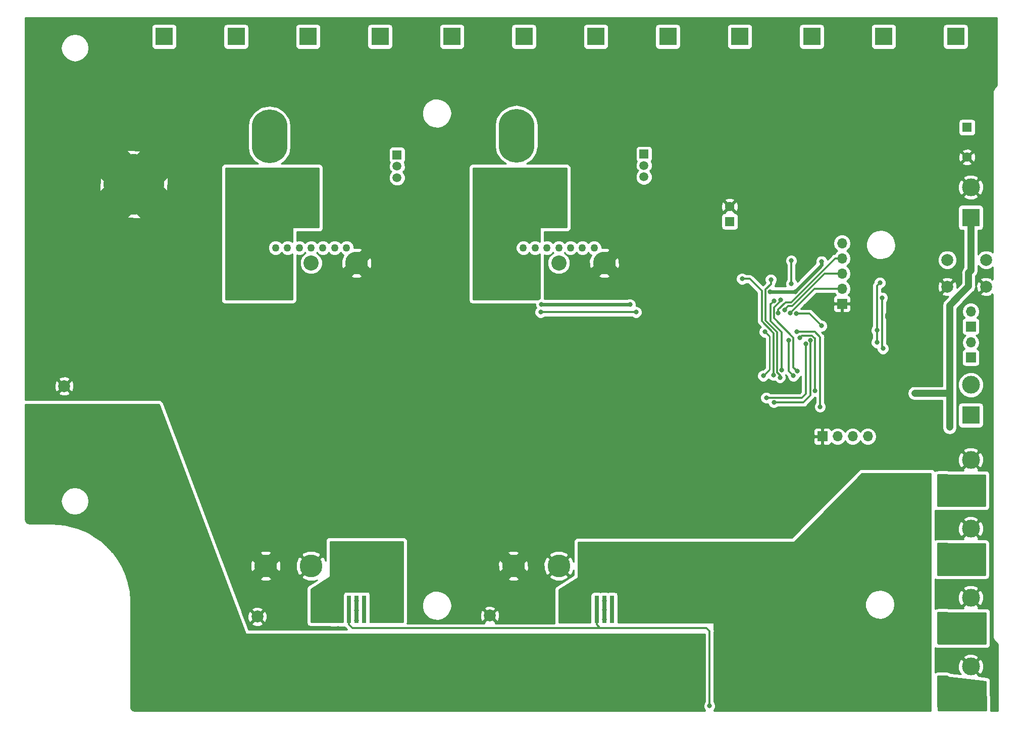
<source format=gbr>
G04 #@! TF.GenerationSoftware,KiCad,Pcbnew,(5.0.1)-3*
G04 #@! TF.CreationDate,2018-11-01T17:09:47-05:00*
G04 #@! TF.ProjectId,power_board,706F7765725F626F6172642E6B696361,rev?*
G04 #@! TF.SameCoordinates,Original*
G04 #@! TF.FileFunction,Copper,L2,Bot,Signal*
G04 #@! TF.FilePolarity,Positive*
%FSLAX46Y46*%
G04 Gerber Fmt 4.6, Leading zero omitted, Abs format (unit mm)*
G04 Created by KiCad (PCBNEW (5.0.1)-3) date 11/1/2018 5:09:47 PM*
%MOMM*%
%LPD*%
G01*
G04 APERTURE LIST*
G04 #@! TA.AperFunction,ComponentPad*
%ADD10R,1.600000X1.600000*%
G04 #@! TD*
G04 #@! TA.AperFunction,ComponentPad*
%ADD11C,1.600000*%
G04 #@! TD*
G04 #@! TA.AperFunction,ComponentPad*
%ADD12C,3.810000*%
G04 #@! TD*
G04 #@! TA.AperFunction,ComponentPad*
%ADD13C,2.540000*%
G04 #@! TD*
G04 #@! TA.AperFunction,ComponentPad*
%ADD14C,1.270000*%
G04 #@! TD*
G04 #@! TA.AperFunction,Conductor*
%ADD15C,0.100000*%
G04 #@! TD*
G04 #@! TA.AperFunction,SMDPad,CuDef*
%ADD16C,1.925000*%
G04 #@! TD*
G04 #@! TA.AperFunction,ComponentPad*
%ADD17R,2.000000X2.000000*%
G04 #@! TD*
G04 #@! TA.AperFunction,ComponentPad*
%ADD18C,2.000000*%
G04 #@! TD*
G04 #@! TA.AperFunction,ComponentPad*
%ADD19R,1.700000X1.700000*%
G04 #@! TD*
G04 #@! TA.AperFunction,ComponentPad*
%ADD20O,1.700000X1.700000*%
G04 #@! TD*
G04 #@! TA.AperFunction,ComponentPad*
%ADD21C,3.000000*%
G04 #@! TD*
G04 #@! TA.AperFunction,ComponentPad*
%ADD22R,3.000000X3.000000*%
G04 #@! TD*
G04 #@! TA.AperFunction,SMDPad,CuDef*
%ADD23R,0.800000X4.600000*%
G04 #@! TD*
G04 #@! TA.AperFunction,SMDPad,CuDef*
%ADD24R,10.800000X9.400000*%
G04 #@! TD*
G04 #@! TA.AperFunction,ComponentPad*
%ADD25C,10.160000*%
G04 #@! TD*
G04 #@! TA.AperFunction,ComponentPad*
%ADD26O,6.000000X9.000000*%
G04 #@! TD*
G04 #@! TA.AperFunction,ComponentPad*
%ADD27R,1.500000X1.500000*%
G04 #@! TD*
G04 #@! TA.AperFunction,ComponentPad*
%ADD28C,1.500000*%
G04 #@! TD*
G04 #@! TA.AperFunction,ComponentPad*
%ADD29C,0.800000*%
G04 #@! TD*
G04 #@! TA.AperFunction,Conductor*
%ADD30C,0.800000*%
G04 #@! TD*
G04 #@! TA.AperFunction,ViaPad*
%ADD31C,1.905000*%
G04 #@! TD*
G04 #@! TA.AperFunction,ViaPad*
%ADD32C,0.800000*%
G04 #@! TD*
G04 #@! TA.AperFunction,Conductor*
%ADD33C,0.609600*%
G04 #@! TD*
G04 #@! TA.AperFunction,Conductor*
%ADD34C,1.143000*%
G04 #@! TD*
G04 #@! TA.AperFunction,Conductor*
%ADD35C,0.250000*%
G04 #@! TD*
G04 #@! TA.AperFunction,Conductor*
%ADD36C,6.350000*%
G04 #@! TD*
G04 #@! TA.AperFunction,Conductor*
%ADD37C,1.905000*%
G04 #@! TD*
G04 #@! TA.AperFunction,Conductor*
%ADD38C,0.304800*%
G04 #@! TD*
G04 #@! TA.AperFunction,Conductor*
%ADD39C,0.254000*%
G04 #@! TD*
G04 APERTURE END LIST*
D10*
G04 #@! TO.P,C14,1*
G04 #@! TO.N,+12VA*
X220980000Y-51435000D03*
D11*
G04 #@! TO.P,C14,2*
G04 #@! TO.N,GNDREF*
X220980000Y-56435000D03*
G04 #@! TD*
D12*
G04 #@! TO.P,REG2,1*
G04 #@! TO.N,48V*
X160147000Y-124968000D03*
G04 #@! TO.P,REG2,2*
G04 #@! TO.N,GNDREF*
X152527000Y-124968000D03*
G04 #@! TO.P,REG2,3*
X144907000Y-124968000D03*
G04 #@! TO.P,REG2,6*
X160147000Y-74168000D03*
D13*
G04 #@! TO.P,REG2,5*
G04 #@! TO.N,Net-(REG2-Pad5)*
X152527000Y-74168000D03*
D12*
G04 #@! TO.P,REG2,4*
G04 #@! TO.N,12VA_IN*
X144907000Y-74168000D03*
D14*
G04 #@! TO.P,REG2,7*
G04 #@! TO.N,N/C*
X146583400Y-71628000D03*
G04 #@! TO.P,REG2,8*
X148564600Y-71628000D03*
G04 #@! TO.P,REG2,9*
X150545800Y-71628000D03*
G04 #@! TO.P,REG2,10*
X152527000Y-71628000D03*
G04 #@! TO.P,REG2,11*
X154508200Y-71628000D03*
G04 #@! TO.P,REG2,12*
X156489400Y-71628000D03*
G04 #@! TO.P,REG2,13*
X158470600Y-71628000D03*
G04 #@! TD*
D15*
G04 #@! TO.N,Net-(F7-Pad2)*
G04 #@! TO.C,F7*
G36*
X217653005Y-132658204D02*
X217677273Y-132661804D01*
X217701072Y-132667765D01*
X217724171Y-132676030D01*
X217746350Y-132686520D01*
X217767393Y-132699132D01*
X217787099Y-132713747D01*
X217805277Y-132730223D01*
X217821753Y-132748401D01*
X217836368Y-132768107D01*
X217848980Y-132789150D01*
X217859470Y-132811329D01*
X217867735Y-132834428D01*
X217873696Y-132858227D01*
X217877296Y-132882495D01*
X217878500Y-132906999D01*
X217878500Y-137857001D01*
X217877296Y-137881505D01*
X217873696Y-137905773D01*
X217867735Y-137929572D01*
X217859470Y-137952671D01*
X217848980Y-137974850D01*
X217836368Y-137995893D01*
X217821753Y-138015599D01*
X217805277Y-138033777D01*
X217787099Y-138050253D01*
X217767393Y-138064868D01*
X217746350Y-138077480D01*
X217724171Y-138087970D01*
X217701072Y-138096235D01*
X217677273Y-138102196D01*
X217653005Y-138105796D01*
X217628501Y-138107000D01*
X216203499Y-138107000D01*
X216178995Y-138105796D01*
X216154727Y-138102196D01*
X216130928Y-138096235D01*
X216107829Y-138087970D01*
X216085650Y-138077480D01*
X216064607Y-138064868D01*
X216044901Y-138050253D01*
X216026723Y-138033777D01*
X216010247Y-138015599D01*
X215995632Y-137995893D01*
X215983020Y-137974850D01*
X215972530Y-137952671D01*
X215964265Y-137929572D01*
X215958304Y-137905773D01*
X215954704Y-137881505D01*
X215953500Y-137857001D01*
X215953500Y-132906999D01*
X215954704Y-132882495D01*
X215958304Y-132858227D01*
X215964265Y-132834428D01*
X215972530Y-132811329D01*
X215983020Y-132789150D01*
X215995632Y-132768107D01*
X216010247Y-132748401D01*
X216026723Y-132730223D01*
X216044901Y-132713747D01*
X216064607Y-132699132D01*
X216085650Y-132686520D01*
X216107829Y-132676030D01*
X216130928Y-132667765D01*
X216154727Y-132661804D01*
X216178995Y-132658204D01*
X216203499Y-132657000D01*
X217628501Y-132657000D01*
X217653005Y-132658204D01*
X217653005Y-132658204D01*
G37*
D16*
G04 #@! TD*
G04 #@! TO.P,F7,2*
G04 #@! TO.N,Net-(F7-Pad2)*
X216916000Y-135382000D03*
D15*
G04 #@! TO.N,48V*
G04 #@! TO.C,F7*
G36*
X210878005Y-132658204D02*
X210902273Y-132661804D01*
X210926072Y-132667765D01*
X210949171Y-132676030D01*
X210971350Y-132686520D01*
X210992393Y-132699132D01*
X211012099Y-132713747D01*
X211030277Y-132730223D01*
X211046753Y-132748401D01*
X211061368Y-132768107D01*
X211073980Y-132789150D01*
X211084470Y-132811329D01*
X211092735Y-132834428D01*
X211098696Y-132858227D01*
X211102296Y-132882495D01*
X211103500Y-132906999D01*
X211103500Y-137857001D01*
X211102296Y-137881505D01*
X211098696Y-137905773D01*
X211092735Y-137929572D01*
X211084470Y-137952671D01*
X211073980Y-137974850D01*
X211061368Y-137995893D01*
X211046753Y-138015599D01*
X211030277Y-138033777D01*
X211012099Y-138050253D01*
X210992393Y-138064868D01*
X210971350Y-138077480D01*
X210949171Y-138087970D01*
X210926072Y-138096235D01*
X210902273Y-138102196D01*
X210878005Y-138105796D01*
X210853501Y-138107000D01*
X209428499Y-138107000D01*
X209403995Y-138105796D01*
X209379727Y-138102196D01*
X209355928Y-138096235D01*
X209332829Y-138087970D01*
X209310650Y-138077480D01*
X209289607Y-138064868D01*
X209269901Y-138050253D01*
X209251723Y-138033777D01*
X209235247Y-138015599D01*
X209220632Y-137995893D01*
X209208020Y-137974850D01*
X209197530Y-137952671D01*
X209189265Y-137929572D01*
X209183304Y-137905773D01*
X209179704Y-137881505D01*
X209178500Y-137857001D01*
X209178500Y-132906999D01*
X209179704Y-132882495D01*
X209183304Y-132858227D01*
X209189265Y-132834428D01*
X209197530Y-132811329D01*
X209208020Y-132789150D01*
X209220632Y-132768107D01*
X209235247Y-132748401D01*
X209251723Y-132730223D01*
X209269901Y-132713747D01*
X209289607Y-132699132D01*
X209310650Y-132686520D01*
X209332829Y-132676030D01*
X209355928Y-132667765D01*
X209379727Y-132661804D01*
X209403995Y-132658204D01*
X209428499Y-132657000D01*
X210853501Y-132657000D01*
X210878005Y-132658204D01*
X210878005Y-132658204D01*
G37*
D16*
G04 #@! TD*
G04 #@! TO.P,F7,1*
G04 #@! TO.N,48V*
X210141000Y-135382000D03*
D15*
G04 #@! TO.N,48V*
G04 #@! TO.C,F8*
G36*
X210878005Y-121101204D02*
X210902273Y-121104804D01*
X210926072Y-121110765D01*
X210949171Y-121119030D01*
X210971350Y-121129520D01*
X210992393Y-121142132D01*
X211012099Y-121156747D01*
X211030277Y-121173223D01*
X211046753Y-121191401D01*
X211061368Y-121211107D01*
X211073980Y-121232150D01*
X211084470Y-121254329D01*
X211092735Y-121277428D01*
X211098696Y-121301227D01*
X211102296Y-121325495D01*
X211103500Y-121349999D01*
X211103500Y-126300001D01*
X211102296Y-126324505D01*
X211098696Y-126348773D01*
X211092735Y-126372572D01*
X211084470Y-126395671D01*
X211073980Y-126417850D01*
X211061368Y-126438893D01*
X211046753Y-126458599D01*
X211030277Y-126476777D01*
X211012099Y-126493253D01*
X210992393Y-126507868D01*
X210971350Y-126520480D01*
X210949171Y-126530970D01*
X210926072Y-126539235D01*
X210902273Y-126545196D01*
X210878005Y-126548796D01*
X210853501Y-126550000D01*
X209428499Y-126550000D01*
X209403995Y-126548796D01*
X209379727Y-126545196D01*
X209355928Y-126539235D01*
X209332829Y-126530970D01*
X209310650Y-126520480D01*
X209289607Y-126507868D01*
X209269901Y-126493253D01*
X209251723Y-126476777D01*
X209235247Y-126458599D01*
X209220632Y-126438893D01*
X209208020Y-126417850D01*
X209197530Y-126395671D01*
X209189265Y-126372572D01*
X209183304Y-126348773D01*
X209179704Y-126324505D01*
X209178500Y-126300001D01*
X209178500Y-121349999D01*
X209179704Y-121325495D01*
X209183304Y-121301227D01*
X209189265Y-121277428D01*
X209197530Y-121254329D01*
X209208020Y-121232150D01*
X209220632Y-121211107D01*
X209235247Y-121191401D01*
X209251723Y-121173223D01*
X209269901Y-121156747D01*
X209289607Y-121142132D01*
X209310650Y-121129520D01*
X209332829Y-121119030D01*
X209355928Y-121110765D01*
X209379727Y-121104804D01*
X209403995Y-121101204D01*
X209428499Y-121100000D01*
X210853501Y-121100000D01*
X210878005Y-121101204D01*
X210878005Y-121101204D01*
G37*
D16*
G04 #@! TD*
G04 #@! TO.P,F8,1*
G04 #@! TO.N,48V*
X210141000Y-123825000D03*
D15*
G04 #@! TO.N,Net-(F8-Pad2)*
G04 #@! TO.C,F8*
G36*
X217653005Y-121101204D02*
X217677273Y-121104804D01*
X217701072Y-121110765D01*
X217724171Y-121119030D01*
X217746350Y-121129520D01*
X217767393Y-121142132D01*
X217787099Y-121156747D01*
X217805277Y-121173223D01*
X217821753Y-121191401D01*
X217836368Y-121211107D01*
X217848980Y-121232150D01*
X217859470Y-121254329D01*
X217867735Y-121277428D01*
X217873696Y-121301227D01*
X217877296Y-121325495D01*
X217878500Y-121349999D01*
X217878500Y-126300001D01*
X217877296Y-126324505D01*
X217873696Y-126348773D01*
X217867735Y-126372572D01*
X217859470Y-126395671D01*
X217848980Y-126417850D01*
X217836368Y-126438893D01*
X217821753Y-126458599D01*
X217805277Y-126476777D01*
X217787099Y-126493253D01*
X217767393Y-126507868D01*
X217746350Y-126520480D01*
X217724171Y-126530970D01*
X217701072Y-126539235D01*
X217677273Y-126545196D01*
X217653005Y-126548796D01*
X217628501Y-126550000D01*
X216203499Y-126550000D01*
X216178995Y-126548796D01*
X216154727Y-126545196D01*
X216130928Y-126539235D01*
X216107829Y-126530970D01*
X216085650Y-126520480D01*
X216064607Y-126507868D01*
X216044901Y-126493253D01*
X216026723Y-126476777D01*
X216010247Y-126458599D01*
X215995632Y-126438893D01*
X215983020Y-126417850D01*
X215972530Y-126395671D01*
X215964265Y-126372572D01*
X215958304Y-126348773D01*
X215954704Y-126324505D01*
X215953500Y-126300001D01*
X215953500Y-121349999D01*
X215954704Y-121325495D01*
X215958304Y-121301227D01*
X215964265Y-121277428D01*
X215972530Y-121254329D01*
X215983020Y-121232150D01*
X215995632Y-121211107D01*
X216010247Y-121191401D01*
X216026723Y-121173223D01*
X216044901Y-121156747D01*
X216064607Y-121142132D01*
X216085650Y-121129520D01*
X216107829Y-121119030D01*
X216130928Y-121110765D01*
X216154727Y-121104804D01*
X216178995Y-121101204D01*
X216203499Y-121100000D01*
X217628501Y-121100000D01*
X217653005Y-121101204D01*
X217653005Y-121101204D01*
G37*
D16*
G04 #@! TD*
G04 #@! TO.P,F8,2*
G04 #@! TO.N,Net-(F8-Pad2)*
X216916000Y-123825000D03*
D15*
G04 #@! TO.N,Net-(F6-Pad2)*
G04 #@! TO.C,F6*
G36*
X217653005Y-109544204D02*
X217677273Y-109547804D01*
X217701072Y-109553765D01*
X217724171Y-109562030D01*
X217746350Y-109572520D01*
X217767393Y-109585132D01*
X217787099Y-109599747D01*
X217805277Y-109616223D01*
X217821753Y-109634401D01*
X217836368Y-109654107D01*
X217848980Y-109675150D01*
X217859470Y-109697329D01*
X217867735Y-109720428D01*
X217873696Y-109744227D01*
X217877296Y-109768495D01*
X217878500Y-109792999D01*
X217878500Y-114743001D01*
X217877296Y-114767505D01*
X217873696Y-114791773D01*
X217867735Y-114815572D01*
X217859470Y-114838671D01*
X217848980Y-114860850D01*
X217836368Y-114881893D01*
X217821753Y-114901599D01*
X217805277Y-114919777D01*
X217787099Y-114936253D01*
X217767393Y-114950868D01*
X217746350Y-114963480D01*
X217724171Y-114973970D01*
X217701072Y-114982235D01*
X217677273Y-114988196D01*
X217653005Y-114991796D01*
X217628501Y-114993000D01*
X216203499Y-114993000D01*
X216178995Y-114991796D01*
X216154727Y-114988196D01*
X216130928Y-114982235D01*
X216107829Y-114973970D01*
X216085650Y-114963480D01*
X216064607Y-114950868D01*
X216044901Y-114936253D01*
X216026723Y-114919777D01*
X216010247Y-114901599D01*
X215995632Y-114881893D01*
X215983020Y-114860850D01*
X215972530Y-114838671D01*
X215964265Y-114815572D01*
X215958304Y-114791773D01*
X215954704Y-114767505D01*
X215953500Y-114743001D01*
X215953500Y-109792999D01*
X215954704Y-109768495D01*
X215958304Y-109744227D01*
X215964265Y-109720428D01*
X215972530Y-109697329D01*
X215983020Y-109675150D01*
X215995632Y-109654107D01*
X216010247Y-109634401D01*
X216026723Y-109616223D01*
X216044901Y-109599747D01*
X216064607Y-109585132D01*
X216085650Y-109572520D01*
X216107829Y-109562030D01*
X216130928Y-109553765D01*
X216154727Y-109547804D01*
X216178995Y-109544204D01*
X216203499Y-109543000D01*
X217628501Y-109543000D01*
X217653005Y-109544204D01*
X217653005Y-109544204D01*
G37*
D16*
G04 #@! TD*
G04 #@! TO.P,F6,2*
G04 #@! TO.N,Net-(F6-Pad2)*
X216916000Y-112268000D03*
D15*
G04 #@! TO.N,48V*
G04 #@! TO.C,F6*
G36*
X210878005Y-109544204D02*
X210902273Y-109547804D01*
X210926072Y-109553765D01*
X210949171Y-109562030D01*
X210971350Y-109572520D01*
X210992393Y-109585132D01*
X211012099Y-109599747D01*
X211030277Y-109616223D01*
X211046753Y-109634401D01*
X211061368Y-109654107D01*
X211073980Y-109675150D01*
X211084470Y-109697329D01*
X211092735Y-109720428D01*
X211098696Y-109744227D01*
X211102296Y-109768495D01*
X211103500Y-109792999D01*
X211103500Y-114743001D01*
X211102296Y-114767505D01*
X211098696Y-114791773D01*
X211092735Y-114815572D01*
X211084470Y-114838671D01*
X211073980Y-114860850D01*
X211061368Y-114881893D01*
X211046753Y-114901599D01*
X211030277Y-114919777D01*
X211012099Y-114936253D01*
X210992393Y-114950868D01*
X210971350Y-114963480D01*
X210949171Y-114973970D01*
X210926072Y-114982235D01*
X210902273Y-114988196D01*
X210878005Y-114991796D01*
X210853501Y-114993000D01*
X209428499Y-114993000D01*
X209403995Y-114991796D01*
X209379727Y-114988196D01*
X209355928Y-114982235D01*
X209332829Y-114973970D01*
X209310650Y-114963480D01*
X209289607Y-114950868D01*
X209269901Y-114936253D01*
X209251723Y-114919777D01*
X209235247Y-114901599D01*
X209220632Y-114881893D01*
X209208020Y-114860850D01*
X209197530Y-114838671D01*
X209189265Y-114815572D01*
X209183304Y-114791773D01*
X209179704Y-114767505D01*
X209178500Y-114743001D01*
X209178500Y-109792999D01*
X209179704Y-109768495D01*
X209183304Y-109744227D01*
X209189265Y-109720428D01*
X209197530Y-109697329D01*
X209208020Y-109675150D01*
X209220632Y-109654107D01*
X209235247Y-109634401D01*
X209251723Y-109616223D01*
X209269901Y-109599747D01*
X209289607Y-109585132D01*
X209310650Y-109572520D01*
X209332829Y-109562030D01*
X209355928Y-109553765D01*
X209379727Y-109547804D01*
X209403995Y-109544204D01*
X209428499Y-109543000D01*
X210853501Y-109543000D01*
X210878005Y-109544204D01*
X210878005Y-109544204D01*
G37*
D16*
G04 #@! TD*
G04 #@! TO.P,F6,1*
G04 #@! TO.N,48V*
X210141000Y-112268000D03*
D15*
G04 #@! TO.N,48V*
G04 #@! TO.C,F5*
G36*
X210878005Y-143326204D02*
X210902273Y-143329804D01*
X210926072Y-143335765D01*
X210949171Y-143344030D01*
X210971350Y-143354520D01*
X210992393Y-143367132D01*
X211012099Y-143381747D01*
X211030277Y-143398223D01*
X211046753Y-143416401D01*
X211061368Y-143436107D01*
X211073980Y-143457150D01*
X211084470Y-143479329D01*
X211092735Y-143502428D01*
X211098696Y-143526227D01*
X211102296Y-143550495D01*
X211103500Y-143574999D01*
X211103500Y-148525001D01*
X211102296Y-148549505D01*
X211098696Y-148573773D01*
X211092735Y-148597572D01*
X211084470Y-148620671D01*
X211073980Y-148642850D01*
X211061368Y-148663893D01*
X211046753Y-148683599D01*
X211030277Y-148701777D01*
X211012099Y-148718253D01*
X210992393Y-148732868D01*
X210971350Y-148745480D01*
X210949171Y-148755970D01*
X210926072Y-148764235D01*
X210902273Y-148770196D01*
X210878005Y-148773796D01*
X210853501Y-148775000D01*
X209428499Y-148775000D01*
X209403995Y-148773796D01*
X209379727Y-148770196D01*
X209355928Y-148764235D01*
X209332829Y-148755970D01*
X209310650Y-148745480D01*
X209289607Y-148732868D01*
X209269901Y-148718253D01*
X209251723Y-148701777D01*
X209235247Y-148683599D01*
X209220632Y-148663893D01*
X209208020Y-148642850D01*
X209197530Y-148620671D01*
X209189265Y-148597572D01*
X209183304Y-148573773D01*
X209179704Y-148549505D01*
X209178500Y-148525001D01*
X209178500Y-143574999D01*
X209179704Y-143550495D01*
X209183304Y-143526227D01*
X209189265Y-143502428D01*
X209197530Y-143479329D01*
X209208020Y-143457150D01*
X209220632Y-143436107D01*
X209235247Y-143416401D01*
X209251723Y-143398223D01*
X209269901Y-143381747D01*
X209289607Y-143367132D01*
X209310650Y-143354520D01*
X209332829Y-143344030D01*
X209355928Y-143335765D01*
X209379727Y-143329804D01*
X209403995Y-143326204D01*
X209428499Y-143325000D01*
X210853501Y-143325000D01*
X210878005Y-143326204D01*
X210878005Y-143326204D01*
G37*
D16*
G04 #@! TD*
G04 #@! TO.P,F5,1*
G04 #@! TO.N,48V*
X210141000Y-146050000D03*
D15*
G04 #@! TO.N,Net-(F5-Pad2)*
G04 #@! TO.C,F5*
G36*
X217653005Y-143326204D02*
X217677273Y-143329804D01*
X217701072Y-143335765D01*
X217724171Y-143344030D01*
X217746350Y-143354520D01*
X217767393Y-143367132D01*
X217787099Y-143381747D01*
X217805277Y-143398223D01*
X217821753Y-143416401D01*
X217836368Y-143436107D01*
X217848980Y-143457150D01*
X217859470Y-143479329D01*
X217867735Y-143502428D01*
X217873696Y-143526227D01*
X217877296Y-143550495D01*
X217878500Y-143574999D01*
X217878500Y-148525001D01*
X217877296Y-148549505D01*
X217873696Y-148573773D01*
X217867735Y-148597572D01*
X217859470Y-148620671D01*
X217848980Y-148642850D01*
X217836368Y-148663893D01*
X217821753Y-148683599D01*
X217805277Y-148701777D01*
X217787099Y-148718253D01*
X217767393Y-148732868D01*
X217746350Y-148745480D01*
X217724171Y-148755970D01*
X217701072Y-148764235D01*
X217677273Y-148770196D01*
X217653005Y-148773796D01*
X217628501Y-148775000D01*
X216203499Y-148775000D01*
X216178995Y-148773796D01*
X216154727Y-148770196D01*
X216130928Y-148764235D01*
X216107829Y-148755970D01*
X216085650Y-148745480D01*
X216064607Y-148732868D01*
X216044901Y-148718253D01*
X216026723Y-148701777D01*
X216010247Y-148683599D01*
X215995632Y-148663893D01*
X215983020Y-148642850D01*
X215972530Y-148620671D01*
X215964265Y-148597572D01*
X215958304Y-148573773D01*
X215954704Y-148549505D01*
X215953500Y-148525001D01*
X215953500Y-143574999D01*
X215954704Y-143550495D01*
X215958304Y-143526227D01*
X215964265Y-143502428D01*
X215972530Y-143479329D01*
X215983020Y-143457150D01*
X215995632Y-143436107D01*
X216010247Y-143416401D01*
X216026723Y-143398223D01*
X216044901Y-143381747D01*
X216064607Y-143367132D01*
X216085650Y-143354520D01*
X216107829Y-143344030D01*
X216130928Y-143335765D01*
X216154727Y-143329804D01*
X216178995Y-143326204D01*
X216203499Y-143325000D01*
X217628501Y-143325000D01*
X217653005Y-143326204D01*
X217653005Y-143326204D01*
G37*
D16*
G04 #@! TD*
G04 #@! TO.P,F5,2*
G04 #@! TO.N,Net-(F5-Pad2)*
X216916000Y-146050000D03*
D17*
G04 #@! TO.P,C11,1*
G04 #@! TO.N,+48V*
X101981000Y-138477000D03*
D18*
G04 #@! TO.P,C11,2*
G04 #@! TO.N,GNDREF*
X101981000Y-133477000D03*
G04 #@! TD*
G04 #@! TO.P,C1,2*
G04 #@! TO.N,GNDREF*
X69596000Y-94822000D03*
D17*
G04 #@! TO.P,C1,1*
G04 #@! TO.N,+48V*
X69596000Y-99822000D03*
G04 #@! TD*
G04 #@! TO.P,C2,1*
G04 #@! TO.N,+48V*
X140970000Y-138303000D03*
D18*
G04 #@! TO.P,C2,2*
G04 #@! TO.N,GNDREF*
X140970000Y-133303000D03*
G04 #@! TD*
D19*
G04 #@! TO.P,J27,1*
G04 #@! TO.N,Net-(J27-Pad1)*
X221615000Y-84836000D03*
D20*
G04 #@! TO.P,J27,2*
G04 #@! TO.N,Net-(J27-Pad2)*
X221615000Y-82296000D03*
G04 #@! TD*
D19*
G04 #@! TO.P,J8,1*
G04 #@! TO.N,Net-(J8-Pad1)*
X221615000Y-90043000D03*
D20*
G04 #@! TO.P,J8,2*
G04 #@! TO.N,Net-(J8-Pad2)*
X221615000Y-87503000D03*
G04 #@! TD*
D21*
G04 #@! TO.P,J22,2*
G04 #@! TO.N,GNDREF*
X189865000Y-36195000D03*
D22*
G04 #@! TO.P,J22,1*
G04 #@! TO.N,Net-(F4-Pad1)*
X194945000Y-36195000D03*
G04 #@! TD*
D21*
G04 #@! TO.P,J9,2*
G04 #@! TO.N,GNDREF*
X93345000Y-36195000D03*
D22*
G04 #@! TO.P,J9,1*
G04 #@! TO.N,+12V*
X98425000Y-36195000D03*
G04 #@! TD*
D23*
G04 #@! TO.P,U6,7*
G04 #@! TO.N,Net-(REG1-Pad1)*
X122428000Y-132274000D03*
G04 #@! TO.P,U6,4*
G04 #@! TO.N,+48V*
X118618000Y-132274000D03*
G04 #@! TO.P,U6,1*
G04 #@! TO.N,Net-(REG1-Pad1)*
X114808000Y-132274000D03*
G04 #@! TO.P,U6,2*
X116078000Y-132274000D03*
G04 #@! TO.P,U6,3*
G04 #@! TO.N,SHUTOFF*
X117348000Y-132274000D03*
G04 #@! TO.P,U6,5*
G04 #@! TO.N,Net-(U6-Pad5)*
X119888000Y-132274000D03*
G04 #@! TO.P,U6,6*
G04 #@! TO.N,Net-(REG1-Pad1)*
X121158000Y-132274000D03*
D24*
G04 #@! TO.P,U6,8*
G04 #@! TO.N,+48V*
X118618000Y-141424000D03*
G04 #@! TD*
G04 #@! TO.P,U8,8*
G04 #@! TO.N,+48V*
X160147000Y-141424000D03*
D23*
G04 #@! TO.P,U8,6*
G04 #@! TO.N,48V*
X162687000Y-132274000D03*
G04 #@! TO.P,U8,5*
G04 #@! TO.N,Net-(U8-Pad5)*
X161417000Y-132274000D03*
G04 #@! TO.P,U8,3*
G04 #@! TO.N,SHUTOFF*
X158877000Y-132274000D03*
G04 #@! TO.P,U8,2*
G04 #@! TO.N,48V*
X157607000Y-132274000D03*
G04 #@! TO.P,U8,1*
X156337000Y-132274000D03*
G04 #@! TO.P,U8,4*
G04 #@! TO.N,+48V*
X160147000Y-132274000D03*
G04 #@! TO.P,U8,7*
G04 #@! TO.N,48V*
X163957000Y-132274000D03*
G04 #@! TD*
D19*
G04 #@! TO.P,J17,1*
G04 #@! TO.N,GNDREF*
X196723000Y-103251000D03*
D20*
G04 #@! TO.P,J17,2*
G04 #@! TO.N,CANH*
X199263000Y-103251000D03*
G04 #@! TO.P,J17,3*
G04 #@! TO.N,CANL*
X201803000Y-103251000D03*
G04 #@! TO.P,J17,4*
G04 #@! TO.N,+5V*
X204343000Y-103251000D03*
G04 #@! TD*
D22*
G04 #@! TO.P,J20,1*
G04 #@! TO.N,Net-(F2-Pad1)*
X182880000Y-36195000D03*
D21*
G04 #@! TO.P,J20,2*
G04 #@! TO.N,GNDREF*
X177800000Y-36195000D03*
G04 #@! TD*
G04 #@! TO.P,J21,2*
G04 #@! TO.N,GNDREF*
X201930000Y-36195000D03*
D22*
G04 #@! TO.P,J21,1*
G04 #@! TO.N,Net-(F3-Pad1)*
X207010000Y-36195000D03*
G04 #@! TD*
G04 #@! TO.P,J23,1*
G04 #@! TO.N,Net-(F5-Pad2)*
X221615000Y-146939000D03*
D21*
G04 #@! TO.P,J23,2*
G04 #@! TO.N,GNDREF*
X221615000Y-141859000D03*
G04 #@! TD*
G04 #@! TO.P,J25,2*
G04 #@! TO.N,GNDREF*
X221615000Y-130302000D03*
D22*
G04 #@! TO.P,J25,1*
G04 #@! TO.N,Net-(F7-Pad2)*
X221615000Y-135382000D03*
G04 #@! TD*
G04 #@! TO.P,J26,1*
G04 #@! TO.N,Net-(F8-Pad2)*
X221615000Y-123825000D03*
D21*
G04 #@! TO.P,J26,2*
G04 #@! TO.N,GNDREF*
X221615000Y-118745000D03*
G04 #@! TD*
G04 #@! TO.P,J19,2*
G04 #@! TO.N,GNDREF*
X213995000Y-36195000D03*
D22*
G04 #@! TO.P,J19,1*
G04 #@! TO.N,Net-(F1-Pad1)*
X219075000Y-36195000D03*
G04 #@! TD*
G04 #@! TO.P,J24,1*
G04 #@! TO.N,Net-(F6-Pad2)*
X221615000Y-112268000D03*
D21*
G04 #@! TO.P,J24,2*
G04 #@! TO.N,GNDREF*
X221615000Y-107188000D03*
G04 #@! TD*
D22*
G04 #@! TO.P,J16,1*
G04 #@! TO.N,CANL*
X221615000Y-99695000D03*
D21*
G04 #@! TO.P,J16,2*
G04 #@! TO.N,CANH*
X221615000Y-94615000D03*
G04 #@! TD*
D10*
G04 #@! TO.P,C15,1*
G04 #@! TO.N,+5V*
X181203600Y-67208400D03*
D11*
G04 #@! TO.P,C15,2*
G04 #@! TO.N,GNDREF*
X181203600Y-64708400D03*
G04 #@! TD*
D19*
G04 #@! TO.P,J1,1*
G04 #@! TO.N,GNDREF*
X200025000Y-81026000D03*
D20*
G04 #@! TO.P,J1,2*
G04 #@! TO.N,TX*
X200025000Y-78486000D03*
G04 #@! TO.P,J1,3*
G04 #@! TO.N,RX*
X200025000Y-75946000D03*
G04 #@! TO.P,J1,4*
G04 #@! TO.N,RESET*
X200025000Y-73406000D03*
G04 #@! TO.P,J1,5*
G04 #@! TO.N,VPP*
X200025000Y-70866000D03*
G04 #@! TD*
D22*
G04 #@! TO.P,J13,1*
G04 #@! TO.N,+12VA*
X158750000Y-36195000D03*
D21*
G04 #@! TO.P,J13,2*
G04 #@! TO.N,GNDREF*
X153670000Y-36195000D03*
G04 #@! TD*
G04 #@! TO.P,J10,2*
G04 #@! TO.N,GNDREF*
X81280000Y-36195000D03*
D22*
G04 #@! TO.P,J10,1*
G04 #@! TO.N,+12V*
X86360000Y-36195000D03*
G04 #@! TD*
G04 #@! TO.P,J11,1*
G04 #@! TO.N,+5V*
X221615000Y-66548000D03*
D21*
G04 #@! TO.P,J11,2*
G04 #@! TO.N,GNDREF*
X221615000Y-61468000D03*
G04 #@! TD*
G04 #@! TO.P,J12,2*
G04 #@! TO.N,GNDREF*
X165735000Y-36195000D03*
D22*
G04 #@! TO.P,J12,1*
G04 #@! TO.N,+12VA*
X170815000Y-36195000D03*
G04 #@! TD*
G04 #@! TO.P,J15,1*
G04 #@! TO.N,+12VA*
X146685000Y-36195000D03*
D21*
G04 #@! TO.P,J15,2*
G04 #@! TO.N,GNDREF*
X141605000Y-36195000D03*
G04 #@! TD*
D22*
G04 #@! TO.P,J2,1*
G04 #@! TO.N,+12V*
X122555000Y-36195000D03*
D21*
G04 #@! TO.P,J2,2*
G04 #@! TO.N,GNDREF*
X117475000Y-36195000D03*
G04 #@! TD*
G04 #@! TO.P,J14,2*
G04 #@! TO.N,GNDREF*
X129540000Y-36195000D03*
D22*
G04 #@! TO.P,J14,1*
G04 #@! TO.N,+12VA*
X134620000Y-36195000D03*
G04 #@! TD*
G04 #@! TO.P,J3,1*
G04 #@! TO.N,+12V*
X110490000Y-36195000D03*
D21*
G04 #@! TO.P,J3,2*
G04 #@! TO.N,GNDREF*
X105410000Y-36195000D03*
G04 #@! TD*
D18*
G04 #@! TO.P,SW1,2*
G04 #@! TO.N,GNDREF*
X217678000Y-78160000D03*
G04 #@! TO.P,SW1,1*
G04 #@! TO.N,RESET*
X217678000Y-73660000D03*
G04 #@! TO.P,SW1,2*
G04 #@! TO.N,GNDREF*
X224178000Y-78160000D03*
G04 #@! TO.P,SW1,1*
G04 #@! TO.N,RESET*
X224178000Y-73660000D03*
G04 #@! TD*
D25*
G04 #@! TO.P,J6,1*
G04 #@! TO.N,+48V*
X81280000Y-104140000D03*
G04 #@! TD*
G04 #@! TO.P,J7,1*
G04 #@! TO.N,GNDREF*
X81280000Y-60960000D03*
G04 #@! TD*
D14*
G04 #@! TO.P,REG1,13*
G04 #@! TO.N,N/C*
X116941600Y-71628000D03*
G04 #@! TO.P,REG1,12*
X114960400Y-71628000D03*
G04 #@! TO.P,REG1,11*
X112979200Y-71628000D03*
G04 #@! TO.P,REG1,10*
X110998000Y-71628000D03*
G04 #@! TO.P,REG1,9*
X109016800Y-71628000D03*
G04 #@! TO.P,REG1,8*
X107035600Y-71628000D03*
G04 #@! TO.P,REG1,7*
X105054400Y-71628000D03*
D12*
G04 #@! TO.P,REG1,4*
G04 #@! TO.N,12V_IN*
X103378000Y-74168000D03*
D13*
G04 #@! TO.P,REG1,5*
G04 #@! TO.N,Net-(REG1-Pad5)*
X110998000Y-74168000D03*
D12*
G04 #@! TO.P,REG1,6*
G04 #@! TO.N,GNDREF*
X118618000Y-74168000D03*
G04 #@! TO.P,REG1,3*
X103378000Y-124968000D03*
G04 #@! TO.P,REG1,2*
X110998000Y-124968000D03*
G04 #@! TO.P,REG1,1*
G04 #@! TO.N,Net-(REG1-Pad1)*
X118618000Y-124968000D03*
G04 #@! TD*
D26*
G04 #@! TO.P,U1,5*
G04 #@! TO.N,+12V*
X104013000Y-52959000D03*
G04 #@! TO.P,U1,4*
G04 #@! TO.N,12V_IN*
X104013000Y-62959000D03*
D27*
G04 #@! TO.P,U1,1*
G04 #@! TO.N,+5V*
X125413000Y-56049000D03*
D28*
G04 #@! TO.P,U1,3*
G04 #@! TO.N,12V_SENSE*
X125413000Y-59869000D03*
G04 #@! TO.P,U1,2*
G04 #@! TO.N,GNDREF*
X125413000Y-57959000D03*
D29*
G04 #@! TO.P,U1,5*
G04 #@! TO.N,+12V*
X103383000Y-56909000D03*
D30*
G04 #@! TD*
G04 #@! TO.N,+12V*
G04 #@! TO.C,U1*
X103383000Y-56909000D02*
X103383000Y-56909000D01*
D29*
G04 #@! TO.P,U1,5*
G04 #@! TO.N,+12V*
X104643000Y-56909000D03*
D30*
G04 #@! TD*
G04 #@! TO.N,+12V*
G04 #@! TO.C,U1*
X104643000Y-56909000D02*
X104643000Y-56909000D01*
D29*
G04 #@! TO.P,U1,5*
G04 #@! TO.N,+12V*
X105673000Y-56159000D03*
X102353000Y-56159000D03*
X103383000Y-49009000D03*
X104643000Y-49009000D03*
X105673000Y-49759000D03*
X102353000Y-49759000D03*
X106063000Y-53629000D03*
X106063000Y-52289000D03*
X106063000Y-54959000D03*
X106063000Y-50959000D03*
X101963000Y-53629000D03*
X101963000Y-52289000D03*
X101963000Y-50959000D03*
X101963000Y-54959000D03*
G04 #@! TO.P,U1,4*
G04 #@! TO.N,12V_IN*
X105673000Y-59759000D03*
X102353000Y-59759000D03*
X104643000Y-59009000D03*
D30*
G04 #@! TD*
G04 #@! TO.N,12V_IN*
G04 #@! TO.C,U1*
X104643000Y-59009000D02*
X104643000Y-59009000D01*
D29*
G04 #@! TO.P,U1,4*
G04 #@! TO.N,12V_IN*
X103383000Y-59009000D03*
D30*
G04 #@! TD*
G04 #@! TO.N,12V_IN*
G04 #@! TO.C,U1*
X103383000Y-59009000D02*
X103383000Y-59009000D01*
D29*
G04 #@! TO.P,U1,4*
G04 #@! TO.N,12V_IN*
X105673000Y-66159000D03*
X102353000Y-66159000D03*
X103383000Y-66909000D03*
X106063000Y-64959000D03*
X106063000Y-63629000D03*
X106063000Y-62289000D03*
X106063000Y-60959000D03*
X101963000Y-64959000D03*
X101963000Y-63629000D03*
X101963000Y-62289000D03*
X101963000Y-60959000D03*
X104643000Y-66909000D03*
G04 #@! TD*
G04 #@! TO.P,U2,4*
G04 #@! TO.N,12VA_IN*
X146050000Y-66769000D03*
X143370000Y-60819000D03*
X143370000Y-62149000D03*
X143370000Y-63489000D03*
X143370000Y-64819000D03*
X147470000Y-60819000D03*
X147470000Y-62149000D03*
X147470000Y-63489000D03*
X147470000Y-64819000D03*
X144790000Y-66769000D03*
X143760000Y-66019000D03*
X147080000Y-66019000D03*
X144790000Y-58869000D03*
D30*
G04 #@! TD*
G04 #@! TO.N,12VA_IN*
G04 #@! TO.C,U2*
X144790000Y-58869000D02*
X144790000Y-58869000D01*
D29*
G04 #@! TO.P,U2,4*
G04 #@! TO.N,12VA_IN*
X146050000Y-58869000D03*
D30*
G04 #@! TD*
G04 #@! TO.N,12VA_IN*
G04 #@! TO.C,U2*
X146050000Y-58869000D02*
X146050000Y-58869000D01*
D29*
G04 #@! TO.P,U2,4*
G04 #@! TO.N,12VA_IN*
X143760000Y-59619000D03*
X147080000Y-59619000D03*
G04 #@! TO.P,U2,5*
G04 #@! TO.N,+12VA*
X143370000Y-54819000D03*
X143370000Y-50819000D03*
X143370000Y-52149000D03*
X143370000Y-53489000D03*
X147470000Y-50819000D03*
X147470000Y-54819000D03*
X147470000Y-52149000D03*
X147470000Y-53489000D03*
X143760000Y-49619000D03*
X147080000Y-49619000D03*
X146050000Y-48869000D03*
X144790000Y-48869000D03*
X143760000Y-56019000D03*
X147080000Y-56019000D03*
X146050000Y-56769000D03*
D30*
G04 #@! TD*
G04 #@! TO.N,+12VA*
G04 #@! TO.C,U2*
X146050000Y-56769000D02*
X146050000Y-56769000D01*
D29*
G04 #@! TO.P,U2,5*
G04 #@! TO.N,+12VA*
X144790000Y-56769000D03*
D30*
G04 #@! TD*
G04 #@! TO.N,+12VA*
G04 #@! TO.C,U2*
X144790000Y-56769000D02*
X144790000Y-56769000D01*
D28*
G04 #@! TO.P,U2,2*
G04 #@! TO.N,GNDREF*
X166820000Y-57819000D03*
G04 #@! TO.P,U2,3*
G04 #@! TO.N,12VA_SENSE*
X166820000Y-59729000D03*
D27*
G04 #@! TO.P,U2,1*
G04 #@! TO.N,+5V*
X166820000Y-55909000D03*
D26*
G04 #@! TO.P,U2,4*
G04 #@! TO.N,12VA_IN*
X145420000Y-62819000D03*
G04 #@! TO.P,U2,5*
G04 #@! TO.N,+12VA*
X145420000Y-52819000D03*
G04 #@! TD*
D31*
G04 #@! TO.N,12VA_IN*
X152527000Y-59563000D03*
X152527000Y-67056000D03*
X152527000Y-63246000D03*
X148082000Y-69151500D03*
X148209000Y-74041000D03*
X139319000Y-79121000D03*
X148209000Y-79121000D03*
X145097500Y-79057500D03*
X139319000Y-59817000D03*
X139319000Y-69151500D03*
X139319000Y-62738000D03*
X139319000Y-72263000D03*
X139319000Y-65913000D03*
X139319000Y-75438000D03*
X142176500Y-79121000D03*
D32*
G04 #@! TO.N,+5V*
X149606000Y-81153000D03*
X164465000Y-81153000D03*
X221234000Y-78105000D03*
X218059000Y-101727000D03*
X212217000Y-96012000D03*
X218059000Y-84963000D03*
X221234000Y-75819000D03*
G04 #@! TO.N,GNDREF*
X129159000Y-58420000D03*
D31*
X63881000Y-34290000D03*
X63881000Y-37465000D03*
X63881000Y-40640000D03*
X63881000Y-43815000D03*
X63881000Y-46990000D03*
X63881000Y-50165000D03*
X63881000Y-53340000D03*
X63881000Y-56515000D03*
X63881000Y-59690000D03*
X63881000Y-62865000D03*
X63881000Y-66040000D03*
X63881000Y-69215000D03*
X63881000Y-72390000D03*
X63881000Y-75565000D03*
X63881000Y-78740000D03*
X63881000Y-91440000D03*
X63881000Y-85090000D03*
X63881000Y-81915000D03*
X63881000Y-88265000D03*
X63881000Y-94615000D03*
X81915000Y-95885000D03*
X72136000Y-95885000D03*
X75565000Y-95885000D03*
X85090000Y-95885000D03*
X78740000Y-95885000D03*
X71069200Y-33909000D03*
X67183000Y-33909000D03*
X145796000Y-133731000D03*
X137160000Y-133731000D03*
X148844000Y-133731000D03*
X105156000Y-134366000D03*
X108331000Y-134366000D03*
X74599800Y-33934400D03*
X99441000Y-128651000D03*
X98171000Y-125476000D03*
X97028000Y-122555000D03*
X95885000Y-119634000D03*
X94869000Y-116713000D03*
X93726000Y-113792000D03*
X92456000Y-110744000D03*
X91313000Y-107315000D03*
X90043000Y-104013000D03*
X88900000Y-101219000D03*
X87630000Y-98044000D03*
X163195000Y-119126000D03*
X160020000Y-119126000D03*
X175768000Y-119126000D03*
X156845000Y-119126000D03*
X172720000Y-119126000D03*
X166370000Y-119126000D03*
X169545000Y-119126000D03*
X178943000Y-119126000D03*
X182118000Y-119126000D03*
X185293000Y-119126000D03*
X188341000Y-119126000D03*
X155829000Y-59436000D03*
X159258000Y-59436000D03*
X162433000Y-59436000D03*
X131191000Y-54610000D03*
X207391000Y-56388000D03*
X207391000Y-64516000D03*
X214249000Y-64516000D03*
X214249000Y-56388000D03*
X210947000Y-60452000D03*
X185547000Y-64516000D03*
X195326000Y-60325000D03*
X167894000Y-62611000D03*
X184785000Y-74676000D03*
X179349400Y-70713600D03*
X167894000Y-78994000D03*
X224155000Y-92329000D03*
X223901000Y-103251000D03*
X122809000Y-59436000D03*
X114300000Y-59436000D03*
X118745000Y-59436000D03*
X184531000Y-84886800D03*
X179070000Y-79502000D03*
X172872400Y-54889400D03*
X197993000Y-90424000D03*
X208153000Y-83058000D03*
X211455000Y-81280000D03*
X210947000Y-92329000D03*
X215773000Y-82931000D03*
X196545200Y-80746600D03*
X66903600Y-95808800D03*
X197993000Y-94742000D03*
X205130400Y-60426600D03*
X197840600Y-64643000D03*
X215341200Y-70866000D03*
X205816200Y-75463400D03*
X191071500Y-119126000D03*
X217551000Y-118110000D03*
X217551000Y-129794000D03*
X217551000Y-140906500D03*
X207899000Y-107696000D03*
X193230500Y-117157500D03*
X197485000Y-112903000D03*
X199644000Y-110680500D03*
X201930000Y-108394500D03*
X204787500Y-107696000D03*
X195326000Y-115062000D03*
X210947000Y-107696000D03*
X197040500Y-54927500D03*
X134048500Y-62357000D03*
X134048500Y-65532000D03*
X134048500Y-68707000D03*
X134048500Y-71882000D03*
X134048500Y-75057000D03*
X134048500Y-78232000D03*
X134048500Y-81407000D03*
X179222400Y-56261000D03*
G04 #@! TO.N,12V_IN*
X97790000Y-62738000D03*
X97790000Y-59817000D03*
X97790000Y-69151500D03*
X97790000Y-79121000D03*
X97790000Y-72263000D03*
X97790000Y-65913000D03*
X97790000Y-75438000D03*
X100965000Y-79121000D03*
X106680000Y-74041000D03*
X111125000Y-59436000D03*
X111125000Y-63246000D03*
X111125000Y-67056000D03*
X106489500Y-69215000D03*
X106680000Y-79121000D03*
X103822500Y-79121000D03*
D32*
G04 #@! TO.N,12V_SENSE*
X149479000Y-82423000D03*
X165481000Y-82423000D03*
G04 #@! TO.N,CAN_CS*
X192532000Y-92329000D03*
X189738000Y-80391006D03*
G04 #@! TO.N,RESET*
X191887410Y-93093533D03*
X191117181Y-87122000D03*
X189350769Y-82555192D03*
G04 #@! TO.N,CAN_TX*
X192913000Y-86741000D03*
X195453000Y-95631000D03*
G04 #@! TO.N,CAN_RX*
X192405000Y-85725000D03*
X196341996Y-98298000D03*
G04 #@! TO.N,CAN_INT*
X188595000Y-97536000D03*
X194691000Y-87122000D03*
G04 #@! TO.N,SCK*
X188536073Y-92972264D03*
X205867000Y-87503000D03*
X205867000Y-85471000D03*
X206375000Y-77470000D03*
X183261000Y-76835000D03*
G04 #@! TO.N,MOSI*
X189611000Y-93358717D03*
X188087020Y-76962000D03*
G04 #@! TO.N,MISO*
X189893124Y-92163316D03*
X206756000Y-80010000D03*
X206882994Y-88519000D03*
X188595000Y-80518000D03*
G04 #@! TO.N,RX*
X190373000Y-82042000D03*
G04 #@! TO.N,TX*
X191340702Y-82527349D03*
G04 #@! TO.N,+48V*
X160147000Y-130810000D03*
D31*
X92964000Y-121158000D03*
X79883000Y-124333000D03*
X94234000Y-124333000D03*
X81153000Y-127635000D03*
X95377000Y-127254000D03*
X96520000Y-130175000D03*
X97536000Y-133096000D03*
X98679000Y-136398000D03*
X77724000Y-121412000D03*
X74803000Y-119126000D03*
X71247000Y-117602000D03*
X66548000Y-117094000D03*
X63881000Y-114808000D03*
X63881000Y-111760000D03*
X63881000Y-102616000D03*
X63881000Y-108712000D03*
X63881000Y-105664000D03*
X63881000Y-99568000D03*
X75311000Y-99568000D03*
X90551000Y-114935000D03*
X88265000Y-108966000D03*
X91821000Y-118237000D03*
X89408000Y-111887000D03*
X96647000Y-148463000D03*
X93472000Y-148463000D03*
X122047000Y-148463000D03*
X100076000Y-148463000D03*
X112776000Y-148463000D03*
X106426000Y-148463000D03*
X103251000Y-148463000D03*
X109601000Y-148463000D03*
X115951000Y-148463000D03*
X90551000Y-148463000D03*
X122047000Y-148463000D03*
X118872000Y-148463000D03*
X87376000Y-148463000D03*
X84201000Y-148463000D03*
X96647000Y-148463000D03*
X137668000Y-148463000D03*
X150622000Y-148463000D03*
X160147000Y-148463000D03*
X125222000Y-148463000D03*
X144272000Y-148463000D03*
X166243000Y-148463000D03*
X166243000Y-148463000D03*
X140843000Y-148463000D03*
X156972000Y-148463000D03*
X140843000Y-148463000D03*
X134747000Y-148463000D03*
X153797000Y-148463000D03*
X131572000Y-148463000D03*
X128397000Y-148463000D03*
X147447000Y-148463000D03*
X163068000Y-148463000D03*
X169164000Y-148463000D03*
X172212000Y-148463000D03*
X115062000Y-138557000D03*
X121920000Y-138557000D03*
X115062000Y-141414500D03*
X121920000Y-141414500D03*
X156718000Y-138684000D03*
X163703000Y-138684000D03*
X156718000Y-141414500D03*
X163703000Y-141414500D03*
X108458000Y-137668000D03*
X105283000Y-137668000D03*
X111760000Y-137668000D03*
X128270000Y-137668000D03*
X125095000Y-137668000D03*
X125095000Y-137668000D03*
X147320000Y-137668000D03*
X153670000Y-137668000D03*
X143891000Y-137668000D03*
X137795000Y-137668000D03*
X143891000Y-137668000D03*
X134620000Y-137668000D03*
X131445000Y-137668000D03*
X150495000Y-137668000D03*
D32*
X160147000Y-132334000D03*
X160147000Y-133985000D03*
X118618000Y-130810000D03*
X118618000Y-132461000D03*
X118618000Y-134112000D03*
D31*
X72136000Y-99568000D03*
X66929000Y-99568000D03*
X81661000Y-134112000D03*
X81661000Y-130937000D03*
X81661000Y-137287000D03*
X81661000Y-146558000D03*
X81661000Y-140208000D03*
X81661000Y-143383000D03*
X81661000Y-146558000D03*
X81661000Y-143383000D03*
X175260000Y-148463000D03*
X169164000Y-137541000D03*
X172339000Y-137541000D03*
X175514000Y-137541000D03*
X166179500Y-137541000D03*
X121920000Y-144335500D03*
X115062000Y-144335500D03*
X156718000Y-144335500D03*
X163703000Y-144335500D03*
D32*
G04 #@! TO.N,RX1BF*
X187071000Y-85725000D03*
X186817000Y-93091000D03*
G04 #@! TO.N,RX_INT*
X193929000Y-87757000D03*
X187325000Y-96774000D03*
G04 #@! TO.N,SHUTOFF*
X177800000Y-148463000D03*
D31*
G04 #@! TO.N,48V*
X166878000Y-127508000D03*
X166878000Y-124841000D03*
X166878000Y-122047000D03*
X156845000Y-122047000D03*
X153670000Y-132969000D03*
X153670000Y-130048000D03*
X166878000Y-130048000D03*
X166751000Y-132715000D03*
X164274500Y-127508000D03*
X164274500Y-124841000D03*
X164274500Y-122047000D03*
G04 #@! TO.N,Net-(REG1-Pad1)*
X112268000Y-132969000D03*
X112141000Y-130048000D03*
X125222000Y-130048000D03*
X125222000Y-132715000D03*
X115316000Y-122047000D03*
X125222000Y-122047000D03*
X125222000Y-124841000D03*
X125222000Y-127508000D03*
X122555000Y-127508000D03*
X122555000Y-122047000D03*
X122555000Y-124841000D03*
D32*
G04 #@! TO.N,TC2_CS*
X191516000Y-73787000D03*
X196596000Y-84709000D03*
X192333988Y-82643138D03*
X191540027Y-77621043D03*
G04 #@! TO.N,V_MCU*
X192151000Y-78980972D03*
X187950410Y-79020735D03*
X196596000Y-73913982D03*
G04 #@! TD*
D33*
G04 #@! TO.N,+5V*
X149606000Y-81153000D02*
X164465000Y-81153000D01*
D34*
X221234000Y-78105000D02*
X219456000Y-79883000D01*
X218567000Y-80772000D02*
X218059000Y-81280000D01*
D35*
X218186000Y-96520000D02*
X218059000Y-96393000D01*
D34*
X218059000Y-101727000D02*
X218059000Y-96393000D01*
X219456000Y-79883000D02*
X218567000Y-80772000D01*
X212782685Y-96012000D02*
X212217000Y-96012000D01*
X215519000Y-96012000D02*
X212782685Y-96012000D01*
X218059000Y-81280000D02*
X218059000Y-84963000D01*
X218059000Y-84963000D02*
X218059000Y-96393000D01*
D33*
X217678000Y-96012000D02*
X218059000Y-96393000D01*
D34*
X215519000Y-96012000D02*
X217678000Y-96012000D01*
X221234000Y-78105000D02*
X221234000Y-75819000D01*
X221234000Y-66548000D02*
X221615000Y-66929000D01*
X221615000Y-66929000D02*
X221615000Y-75438000D01*
X221615000Y-75438000D02*
X221234000Y-75819000D01*
D36*
G04 #@! TO.N,GNDREF*
X81280000Y-60960000D02*
X86359999Y-55880001D01*
D35*
X81280000Y-60960000D02*
X81407000Y-60960000D01*
D36*
X81280000Y-60960000D02*
X75057000Y-67183000D01*
X81280000Y-60960000D02*
X75438000Y-55118000D01*
X81280000Y-60960000D02*
X86359999Y-66039999D01*
D37*
X118618000Y-74168000D02*
X120522999Y-72263001D01*
X118618000Y-74168000D02*
X116459000Y-76327000D01*
X118618000Y-74168000D02*
X120650000Y-76200000D01*
X160147000Y-74168000D02*
X162051999Y-72263001D01*
X160147000Y-74168000D02*
X162051999Y-76072999D01*
X160147000Y-74168000D02*
X158242000Y-76073000D01*
X144907000Y-124968000D02*
X147320000Y-122555000D01*
D35*
X143002001Y-123063001D02*
X143002001Y-122936001D01*
D37*
X144907000Y-124968000D02*
X143002001Y-123063001D01*
X144907000Y-124968000D02*
X142621000Y-127254000D01*
X144907000Y-124968000D02*
X146811999Y-126872999D01*
X103378000Y-124968000D02*
X105410000Y-122936000D01*
X103378000Y-124968000D02*
X105282999Y-126872999D01*
X103378000Y-124968000D02*
X101473001Y-123063001D01*
X103378000Y-124968000D02*
X101473001Y-126872999D01*
D38*
G04 #@! TO.N,12V_SENSE*
X149479000Y-82423000D02*
X150044685Y-82423000D01*
X150044685Y-82423000D02*
X165481000Y-82423000D01*
G04 #@! TO.N,CAN_CS*
X191869591Y-91666591D02*
X191869591Y-86713591D01*
X188595000Y-83439000D02*
X188595000Y-81631556D01*
X189738000Y-80488556D02*
X189738000Y-80391006D01*
X191869591Y-86713591D02*
X188595000Y-83439000D01*
X188595000Y-81631556D02*
X189738000Y-80488556D01*
X192532000Y-92329000D02*
X191869591Y-91666591D01*
G04 #@! TO.N,RESET*
X191887410Y-93093533D02*
X191117181Y-92323304D01*
X191117181Y-87687685D02*
X191117181Y-87122000D01*
X191117181Y-92323304D02*
X191117181Y-87687685D01*
X198882000Y-73406000D02*
X191516000Y-80772000D01*
X189350769Y-81989507D02*
X189350769Y-82555192D01*
X191516000Y-80772000D02*
X190568276Y-80772000D01*
X190568276Y-80772000D02*
X189350769Y-81989507D01*
X199898000Y-73406000D02*
X198882000Y-73406000D01*
G04 #@! TO.N,CAN_TX*
X192913000Y-86741000D02*
X193312999Y-86341001D01*
X194983003Y-86341001D02*
X195443400Y-86801398D01*
X193312999Y-86341001D02*
X194983003Y-86341001D01*
D35*
X195443400Y-86801398D02*
X195453000Y-86810998D01*
D38*
X195453000Y-95065315D02*
X195453000Y-95631000D01*
X195453000Y-86810998D02*
X195453000Y-95065315D01*
G04 #@! TO.N,CAN_RX*
X196341996Y-97732315D02*
X196341996Y-98298000D01*
X196341996Y-86613996D02*
X196341996Y-97732315D01*
X192405000Y-85725000D02*
X195453000Y-85725000D01*
X195453000Y-85725000D02*
X196341996Y-86613996D01*
G04 #@! TO.N,CAN_INT*
X188595000Y-97536000D02*
X193548000Y-97536000D01*
X193548000Y-97536000D02*
X194691000Y-96393000D01*
X194691000Y-87122000D02*
X194691000Y-96393000D01*
G04 #@! TO.N,SCK*
X205867000Y-85471000D02*
X205867000Y-87503000D01*
X205867000Y-77978000D02*
X205867000Y-85471000D01*
X206375000Y-77470000D02*
X205867000Y-77978000D01*
X188536073Y-85920073D02*
X188536073Y-92972264D01*
X186563000Y-83947000D02*
X188536073Y-85920073D01*
X186563000Y-78867000D02*
X186563000Y-83947000D01*
X183261000Y-76835000D02*
X184531000Y-76835000D01*
X184531000Y-76835000D02*
X186563000Y-78867000D01*
G04 #@! TO.N,MOSI*
X188087020Y-77723980D02*
X188087020Y-76962000D01*
X187198000Y-83820000D02*
X187198000Y-78613000D01*
X189611000Y-93358717D02*
X189611000Y-92994746D01*
X189611000Y-92994746D02*
X189140723Y-92524469D01*
X189140723Y-92524469D02*
X189140723Y-85762723D01*
X187198000Y-78613000D02*
X188087020Y-77723980D01*
X189140723Y-85762723D02*
X187198000Y-83820000D01*
G04 #@! TO.N,MISO*
X206756000Y-88392006D02*
X206882994Y-88519000D01*
X206756000Y-80010000D02*
X206756000Y-88392006D01*
X188082193Y-83942193D02*
X188082193Y-81030807D01*
X188195001Y-80917999D02*
X188595000Y-80518000D01*
X189893124Y-85753124D02*
X188082193Y-83942193D01*
X188082193Y-81030807D02*
X188195001Y-80917999D01*
X189893124Y-92163316D02*
X189893124Y-85753124D01*
G04 #@! TO.N,RX*
X197104000Y-75946000D02*
X191661999Y-81388001D01*
X191661999Y-81388001D02*
X191026999Y-81388001D01*
X190772999Y-81642001D02*
X190373000Y-82042000D01*
X191026999Y-81388001D02*
X190772999Y-81642001D01*
X200025000Y-75946000D02*
X197104000Y-75946000D01*
G04 #@! TO.N,TX*
X191740701Y-82127350D02*
X191340702Y-82527349D01*
X195382051Y-78486000D02*
X191740701Y-82127350D01*
X200025000Y-78486000D02*
X195382051Y-78486000D01*
D35*
G04 #@! TO.N,RX1BF*
X187833000Y-92075000D02*
X186817000Y-93091000D01*
X187071000Y-85725000D02*
X187833000Y-86487000D01*
X187833000Y-86487000D02*
X187833000Y-92075000D01*
D38*
G04 #@! TO.N,RX_INT*
X193929000Y-87757000D02*
X193929000Y-93599000D01*
X193929000Y-93599000D02*
X193929000Y-96139000D01*
X193929000Y-96139000D02*
X193294000Y-96774000D01*
X193294000Y-96774000D02*
X187325000Y-96774000D01*
G04 #@! TO.N,SHUTOFF*
X117348000Y-134824000D02*
X117906000Y-135382000D01*
X117348000Y-132274000D02*
X117348000Y-134824000D01*
D35*
X159435000Y-135382000D02*
X159639000Y-135382000D01*
D38*
X158877000Y-134824000D02*
X159435000Y-135382000D01*
X158877000Y-132274000D02*
X158877000Y-134824000D01*
X117906000Y-135382000D02*
X159639000Y-135382000D01*
X177800000Y-135890000D02*
X177800000Y-148463000D01*
X159639000Y-135382000D02*
X177292000Y-135382000D01*
X177292000Y-135382000D02*
X177800000Y-135890000D01*
D35*
G04 #@! TO.N,Net-(F7-Pad2)*
X221488000Y-135382000D02*
X221615000Y-135509000D01*
D38*
G04 #@! TO.N,TC2_CS*
X192899673Y-82643138D02*
X192333988Y-82643138D01*
X191516000Y-73787000D02*
X191516000Y-77597016D01*
X191516000Y-77597016D02*
X191540027Y-77621043D01*
X196596000Y-84709000D02*
X194530138Y-82643138D01*
X194530138Y-82643138D02*
X192899673Y-82643138D01*
D33*
G04 #@! TO.N,V_MCU*
X192242972Y-78980972D02*
X187990173Y-78980972D01*
X187990173Y-78980972D02*
X187950410Y-79020735D01*
X192151000Y-78980972D02*
X196596000Y-74535972D01*
X196596000Y-74535972D02*
X196596000Y-74479667D01*
X196596000Y-74479667D02*
X196596000Y-73913982D01*
G04 #@! TD*
D39*
G04 #@! TO.N,+48V*
G36*
X99957135Y-136315722D02*
X99983297Y-136357805D01*
X100023572Y-136386673D01*
X100076000Y-136398000D01*
X177012600Y-136398000D01*
X177012601Y-147786688D01*
X176922569Y-147876720D01*
X176765000Y-148257126D01*
X176765000Y-148668874D01*
X176922569Y-149049280D01*
X177038000Y-149164711D01*
X177038000Y-149263194D01*
X81320968Y-149263194D01*
X81102152Y-149212806D01*
X80952413Y-149115684D01*
X80844924Y-148973208D01*
X80783030Y-148771167D01*
X80779133Y-148661341D01*
X80778853Y-131109344D01*
X80778854Y-131109329D01*
X80778853Y-131109203D01*
X80778852Y-131036775D01*
X80777860Y-131031787D01*
X80774063Y-130755691D01*
X80772640Y-130735281D01*
X80772363Y-130714838D01*
X80771580Y-130704606D01*
X80655508Y-129315264D01*
X80650527Y-129279711D01*
X80646041Y-129244082D01*
X80644123Y-129234001D01*
X80373907Y-127866256D01*
X80364990Y-127831467D01*
X80356564Y-127796572D01*
X80353534Y-127786767D01*
X79932539Y-126457667D01*
X79919811Y-126424118D01*
X79907537Y-126390351D01*
X79903433Y-126380945D01*
X79336909Y-125107055D01*
X79320491Y-125075076D01*
X79304558Y-125042945D01*
X79299431Y-125034055D01*
X78594439Y-123831255D01*
X78574584Y-123801343D01*
X78555145Y-123771152D01*
X78549059Y-123762889D01*
X77714386Y-122646169D01*
X77691309Y-122618644D01*
X77668636Y-122590820D01*
X77661667Y-122583287D01*
X76707716Y-121566566D01*
X76681698Y-121541768D01*
X76656081Y-121516661D01*
X76648316Y-121509952D01*
X75586977Y-120605904D01*
X75558357Y-120584161D01*
X75530101Y-120562066D01*
X75521637Y-120556264D01*
X74366139Y-119776156D01*
X74335298Y-119757753D01*
X74304732Y-119738931D01*
X74295673Y-119734109D01*
X73060418Y-119087665D01*
X73027712Y-119072812D01*
X72995244Y-119057517D01*
X72985704Y-119053735D01*
X71686089Y-118549012D01*
X71651953Y-118537905D01*
X71617961Y-118526317D01*
X71608059Y-118523622D01*
X70260282Y-118166912D01*
X70225134Y-118159682D01*
X70190049Y-118151952D01*
X70179908Y-118150378D01*
X68800769Y-117946125D01*
X68765027Y-117942857D01*
X68729305Y-117939087D01*
X68719052Y-117938653D01*
X67385009Y-117891500D01*
X67372165Y-117888945D01*
X63787672Y-117888945D01*
X63527127Y-117815474D01*
X63314314Y-117673288D01*
X63155857Y-117472300D01*
X63067260Y-117232176D01*
X63053197Y-116874556D01*
X63053197Y-114108975D01*
X69022739Y-114108975D01*
X69138001Y-114836710D01*
X69472504Y-115493209D01*
X69993505Y-116014210D01*
X70650004Y-116348713D01*
X71377739Y-116463975D01*
X72105474Y-116348713D01*
X72761973Y-116014210D01*
X73282974Y-115493209D01*
X73617477Y-114836710D01*
X73732739Y-114108975D01*
X73617477Y-113381240D01*
X73282974Y-112724741D01*
X72761973Y-112203740D01*
X72105474Y-111869237D01*
X71377739Y-111753975D01*
X70650004Y-111869237D01*
X69993505Y-112203740D01*
X69472504Y-112724741D01*
X69138001Y-113381240D01*
X69022739Y-114108975D01*
X63053197Y-114108975D01*
X63053197Y-97917000D01*
X85510091Y-97917000D01*
X99957135Y-136315722D01*
X99957135Y-136315722D01*
G37*
X99957135Y-136315722D02*
X99983297Y-136357805D01*
X100023572Y-136386673D01*
X100076000Y-136398000D01*
X177012600Y-136398000D01*
X177012601Y-147786688D01*
X176922569Y-147876720D01*
X176765000Y-148257126D01*
X176765000Y-148668874D01*
X176922569Y-149049280D01*
X177038000Y-149164711D01*
X177038000Y-149263194D01*
X81320968Y-149263194D01*
X81102152Y-149212806D01*
X80952413Y-149115684D01*
X80844924Y-148973208D01*
X80783030Y-148771167D01*
X80779133Y-148661341D01*
X80778853Y-131109344D01*
X80778854Y-131109329D01*
X80778853Y-131109203D01*
X80778852Y-131036775D01*
X80777860Y-131031787D01*
X80774063Y-130755691D01*
X80772640Y-130735281D01*
X80772363Y-130714838D01*
X80771580Y-130704606D01*
X80655508Y-129315264D01*
X80650527Y-129279711D01*
X80646041Y-129244082D01*
X80644123Y-129234001D01*
X80373907Y-127866256D01*
X80364990Y-127831467D01*
X80356564Y-127796572D01*
X80353534Y-127786767D01*
X79932539Y-126457667D01*
X79919811Y-126424118D01*
X79907537Y-126390351D01*
X79903433Y-126380945D01*
X79336909Y-125107055D01*
X79320491Y-125075076D01*
X79304558Y-125042945D01*
X79299431Y-125034055D01*
X78594439Y-123831255D01*
X78574584Y-123801343D01*
X78555145Y-123771152D01*
X78549059Y-123762889D01*
X77714386Y-122646169D01*
X77691309Y-122618644D01*
X77668636Y-122590820D01*
X77661667Y-122583287D01*
X76707716Y-121566566D01*
X76681698Y-121541768D01*
X76656081Y-121516661D01*
X76648316Y-121509952D01*
X75586977Y-120605904D01*
X75558357Y-120584161D01*
X75530101Y-120562066D01*
X75521637Y-120556264D01*
X74366139Y-119776156D01*
X74335298Y-119757753D01*
X74304732Y-119738931D01*
X74295673Y-119734109D01*
X73060418Y-119087665D01*
X73027712Y-119072812D01*
X72995244Y-119057517D01*
X72985704Y-119053735D01*
X71686089Y-118549012D01*
X71651953Y-118537905D01*
X71617961Y-118526317D01*
X71608059Y-118523622D01*
X70260282Y-118166912D01*
X70225134Y-118159682D01*
X70190049Y-118151952D01*
X70179908Y-118150378D01*
X68800769Y-117946125D01*
X68765027Y-117942857D01*
X68729305Y-117939087D01*
X68719052Y-117938653D01*
X67385009Y-117891500D01*
X67372165Y-117888945D01*
X63787672Y-117888945D01*
X63527127Y-117815474D01*
X63314314Y-117673288D01*
X63155857Y-117472300D01*
X63067260Y-117232176D01*
X63053197Y-116874556D01*
X63053197Y-114108975D01*
X69022739Y-114108975D01*
X69138001Y-114836710D01*
X69472504Y-115493209D01*
X69993505Y-116014210D01*
X70650004Y-116348713D01*
X71377739Y-116463975D01*
X72105474Y-116348713D01*
X72761973Y-116014210D01*
X73282974Y-115493209D01*
X73617477Y-114836710D01*
X73732739Y-114108975D01*
X73617477Y-113381240D01*
X73282974Y-112724741D01*
X72761973Y-112203740D01*
X72105474Y-111869237D01*
X71377739Y-111753975D01*
X70650004Y-111869237D01*
X69993505Y-112203740D01*
X69472504Y-112724741D01*
X69138001Y-113381240D01*
X69022739Y-114108975D01*
X63053197Y-114108975D01*
X63053197Y-97917000D01*
X85510091Y-97917000D01*
X99957135Y-136315722D01*
G04 #@! TO.N,Net-(REG1-Pad1)*
G36*
X126365000Y-134366000D02*
X120935440Y-134366000D01*
X120935440Y-129974000D01*
X120886157Y-129726235D01*
X120777000Y-129562871D01*
X120777000Y-129413000D01*
X120767333Y-129364399D01*
X120739803Y-129323197D01*
X120698601Y-129295667D01*
X120650000Y-129286000D01*
X116586000Y-129286000D01*
X116537399Y-129295667D01*
X116496197Y-129323197D01*
X116468667Y-129364399D01*
X116459000Y-129413000D01*
X116459000Y-129562871D01*
X116349843Y-129726235D01*
X116300560Y-129974000D01*
X116300560Y-134366000D01*
X110998000Y-134366000D01*
X110998000Y-128847502D01*
X114114460Y-126852968D01*
X114150184Y-126818628D01*
X114170047Y-126773230D01*
X114173000Y-126746000D01*
X114173000Y-120904000D01*
X126365000Y-120904000D01*
X126365000Y-134366000D01*
X126365000Y-134366000D01*
G37*
X126365000Y-134366000D02*
X120935440Y-134366000D01*
X120935440Y-129974000D01*
X120886157Y-129726235D01*
X120777000Y-129562871D01*
X120777000Y-129413000D01*
X120767333Y-129364399D01*
X120739803Y-129323197D01*
X120698601Y-129295667D01*
X120650000Y-129286000D01*
X116586000Y-129286000D01*
X116537399Y-129295667D01*
X116496197Y-129323197D01*
X116468667Y-129364399D01*
X116459000Y-129413000D01*
X116459000Y-129562871D01*
X116349843Y-129726235D01*
X116300560Y-129974000D01*
X116300560Y-134366000D01*
X110998000Y-134366000D01*
X110998000Y-128847502D01*
X114114460Y-126852968D01*
X114150184Y-126818628D01*
X114170047Y-126773230D01*
X114173000Y-126746000D01*
X114173000Y-120904000D01*
X126365000Y-120904000D01*
X126365000Y-134366000D01*
G04 #@! TO.N,48V*
G36*
X214884000Y-149263194D02*
X178562000Y-149263194D01*
X178562000Y-149164711D01*
X178677431Y-149049280D01*
X178835000Y-148668874D01*
X178835000Y-148257126D01*
X178677431Y-147876720D01*
X178587400Y-147786689D01*
X178587400Y-135967550D01*
X178602826Y-135889999D01*
X178562890Y-135689228D01*
X178562000Y-135684754D01*
X178562000Y-134620000D01*
X178552333Y-134571399D01*
X178524803Y-134530197D01*
X178483601Y-134502667D01*
X178435000Y-134493000D01*
X162464440Y-134493000D01*
X162464440Y-131092042D01*
X203894991Y-131092042D01*
X203900841Y-131836868D01*
X204125441Y-132547048D01*
X204548934Y-133159791D01*
X205133876Y-133620922D01*
X205828551Y-133889671D01*
X206571540Y-133942278D01*
X207297152Y-133774090D01*
X207941233Y-133399978D01*
X208446837Y-132853019D01*
X208769262Y-132181571D01*
X208880000Y-131445000D01*
X208879691Y-131405653D01*
X208757397Y-130670912D01*
X208424465Y-130004612D01*
X207910332Y-129465662D01*
X207260454Y-129101713D01*
X206532290Y-128944943D01*
X205790219Y-129009213D01*
X205099851Y-129288841D01*
X204522224Y-129759104D01*
X204108408Y-130378423D01*
X203894991Y-131092042D01*
X162464440Y-131092042D01*
X162464440Y-129974000D01*
X162415157Y-129726235D01*
X162362162Y-129646923D01*
X162362162Y-129540000D01*
X162352495Y-129491399D01*
X162324965Y-129450197D01*
X162283763Y-129422667D01*
X162235162Y-129413000D01*
X162120374Y-129413000D01*
X162064765Y-129375843D01*
X161817000Y-129326560D01*
X161017000Y-129326560D01*
X160782000Y-129373304D01*
X160547000Y-129326560D01*
X159747000Y-129326560D01*
X159512000Y-129373304D01*
X159277000Y-129326560D01*
X158477000Y-129326560D01*
X158229235Y-129375843D01*
X158173626Y-129413000D01*
X158171162Y-129413000D01*
X158122561Y-129422667D01*
X158081359Y-129450197D01*
X158053829Y-129491399D01*
X158053451Y-129493299D01*
X158019191Y-129516191D01*
X157878843Y-129726235D01*
X157829560Y-129974000D01*
X157829560Y-134493000D01*
X152583162Y-134493000D01*
X152583162Y-128974502D01*
X155699622Y-126979968D01*
X155735346Y-126945628D01*
X155755209Y-126900230D01*
X155758162Y-126873000D01*
X155758162Y-121031000D01*
X191897000Y-121031000D01*
X191945601Y-121021333D01*
X191987297Y-120993305D01*
X203380016Y-109474000D01*
X214884000Y-109474000D01*
X214884000Y-149263194D01*
X214884000Y-149263194D01*
G37*
X214884000Y-149263194D02*
X178562000Y-149263194D01*
X178562000Y-149164711D01*
X178677431Y-149049280D01*
X178835000Y-148668874D01*
X178835000Y-148257126D01*
X178677431Y-147876720D01*
X178587400Y-147786689D01*
X178587400Y-135967550D01*
X178602826Y-135889999D01*
X178562890Y-135689228D01*
X178562000Y-135684754D01*
X178562000Y-134620000D01*
X178552333Y-134571399D01*
X178524803Y-134530197D01*
X178483601Y-134502667D01*
X178435000Y-134493000D01*
X162464440Y-134493000D01*
X162464440Y-131092042D01*
X203894991Y-131092042D01*
X203900841Y-131836868D01*
X204125441Y-132547048D01*
X204548934Y-133159791D01*
X205133876Y-133620922D01*
X205828551Y-133889671D01*
X206571540Y-133942278D01*
X207297152Y-133774090D01*
X207941233Y-133399978D01*
X208446837Y-132853019D01*
X208769262Y-132181571D01*
X208880000Y-131445000D01*
X208879691Y-131405653D01*
X208757397Y-130670912D01*
X208424465Y-130004612D01*
X207910332Y-129465662D01*
X207260454Y-129101713D01*
X206532290Y-128944943D01*
X205790219Y-129009213D01*
X205099851Y-129288841D01*
X204522224Y-129759104D01*
X204108408Y-130378423D01*
X203894991Y-131092042D01*
X162464440Y-131092042D01*
X162464440Y-129974000D01*
X162415157Y-129726235D01*
X162362162Y-129646923D01*
X162362162Y-129540000D01*
X162352495Y-129491399D01*
X162324965Y-129450197D01*
X162283763Y-129422667D01*
X162235162Y-129413000D01*
X162120374Y-129413000D01*
X162064765Y-129375843D01*
X161817000Y-129326560D01*
X161017000Y-129326560D01*
X160782000Y-129373304D01*
X160547000Y-129326560D01*
X159747000Y-129326560D01*
X159512000Y-129373304D01*
X159277000Y-129326560D01*
X158477000Y-129326560D01*
X158229235Y-129375843D01*
X158173626Y-129413000D01*
X158171162Y-129413000D01*
X158122561Y-129422667D01*
X158081359Y-129450197D01*
X158053829Y-129491399D01*
X158053451Y-129493299D01*
X158019191Y-129516191D01*
X157878843Y-129726235D01*
X157829560Y-129974000D01*
X157829560Y-134493000D01*
X152583162Y-134493000D01*
X152583162Y-128974502D01*
X155699622Y-126979968D01*
X155735346Y-126945628D01*
X155755209Y-126900230D01*
X155758162Y-126873000D01*
X155758162Y-121031000D01*
X191897000Y-121031000D01*
X191945601Y-121021333D01*
X191987297Y-120993305D01*
X203380016Y-109474000D01*
X214884000Y-109474000D01*
X214884000Y-149263194D01*
G04 #@! TO.N,12V_IN*
G36*
X112268000Y-68199000D02*
X107950000Y-68199000D01*
X107901399Y-68208667D01*
X107860197Y-68236197D01*
X107832667Y-68277399D01*
X107823000Y-68326000D01*
X107823000Y-70619349D01*
X107754997Y-70551346D01*
X107288219Y-70358000D01*
X106782981Y-70358000D01*
X106316203Y-70551346D01*
X106045000Y-70822549D01*
X105773797Y-70551346D01*
X105307019Y-70358000D01*
X104801781Y-70358000D01*
X104335003Y-70551346D01*
X103977746Y-70908603D01*
X103784400Y-71375381D01*
X103784400Y-71880619D01*
X103977746Y-72347397D01*
X104335003Y-72704654D01*
X104801781Y-72898000D01*
X105307019Y-72898000D01*
X105773797Y-72704654D01*
X106045000Y-72433451D01*
X106316203Y-72704654D01*
X106782981Y-72898000D01*
X107288219Y-72898000D01*
X107754997Y-72704654D01*
X107823000Y-72636651D01*
X107823000Y-80264000D01*
X96647000Y-80264000D01*
X96647000Y-58293000D01*
X112268000Y-58293000D01*
X112268000Y-68199000D01*
X112268000Y-68199000D01*
G37*
X112268000Y-68199000D02*
X107950000Y-68199000D01*
X107901399Y-68208667D01*
X107860197Y-68236197D01*
X107832667Y-68277399D01*
X107823000Y-68326000D01*
X107823000Y-70619349D01*
X107754997Y-70551346D01*
X107288219Y-70358000D01*
X106782981Y-70358000D01*
X106316203Y-70551346D01*
X106045000Y-70822549D01*
X105773797Y-70551346D01*
X105307019Y-70358000D01*
X104801781Y-70358000D01*
X104335003Y-70551346D01*
X103977746Y-70908603D01*
X103784400Y-71375381D01*
X103784400Y-71880619D01*
X103977746Y-72347397D01*
X104335003Y-72704654D01*
X104801781Y-72898000D01*
X105307019Y-72898000D01*
X105773797Y-72704654D01*
X106045000Y-72433451D01*
X106316203Y-72704654D01*
X106782981Y-72898000D01*
X107288219Y-72898000D01*
X107754997Y-72704654D01*
X107823000Y-72636651D01*
X107823000Y-80264000D01*
X96647000Y-80264000D01*
X96647000Y-58293000D01*
X112268000Y-58293000D01*
X112268000Y-68199000D01*
G04 #@! TO.N,12VA_IN*
G36*
X153797000Y-68199000D02*
X149479000Y-68199000D01*
X149430399Y-68208667D01*
X149389197Y-68236197D01*
X149361667Y-68277399D01*
X149352000Y-68326000D01*
X149352000Y-70619349D01*
X149283997Y-70551346D01*
X148817219Y-70358000D01*
X148311981Y-70358000D01*
X147845203Y-70551346D01*
X147574000Y-70822549D01*
X147302797Y-70551346D01*
X146836019Y-70358000D01*
X146330781Y-70358000D01*
X145864003Y-70551346D01*
X145506746Y-70908603D01*
X145313400Y-71375381D01*
X145313400Y-71880619D01*
X145506746Y-72347397D01*
X145864003Y-72704654D01*
X146330781Y-72898000D01*
X146836019Y-72898000D01*
X147302797Y-72704654D01*
X147574000Y-72433451D01*
X147845203Y-72704654D01*
X148311981Y-72898000D01*
X148817219Y-72898000D01*
X149283997Y-72704654D01*
X149352000Y-72636651D01*
X149352000Y-80137934D01*
X149047650Y-80264000D01*
X138176000Y-80264000D01*
X138176000Y-58293000D01*
X153797000Y-58293000D01*
X153797000Y-68199000D01*
X153797000Y-68199000D01*
G37*
X153797000Y-68199000D02*
X149479000Y-68199000D01*
X149430399Y-68208667D01*
X149389197Y-68236197D01*
X149361667Y-68277399D01*
X149352000Y-68326000D01*
X149352000Y-70619349D01*
X149283997Y-70551346D01*
X148817219Y-70358000D01*
X148311981Y-70358000D01*
X147845203Y-70551346D01*
X147574000Y-70822549D01*
X147302797Y-70551346D01*
X146836019Y-70358000D01*
X146330781Y-70358000D01*
X145864003Y-70551346D01*
X145506746Y-70908603D01*
X145313400Y-71375381D01*
X145313400Y-71880619D01*
X145506746Y-72347397D01*
X145864003Y-72704654D01*
X146330781Y-72898000D01*
X146836019Y-72898000D01*
X147302797Y-72704654D01*
X147574000Y-72433451D01*
X147845203Y-72704654D01*
X148311981Y-72898000D01*
X148817219Y-72898000D01*
X149283997Y-72704654D01*
X149352000Y-72636651D01*
X149352000Y-80137934D01*
X149047650Y-80264000D01*
X138176000Y-80264000D01*
X138176000Y-58293000D01*
X153797000Y-58293000D01*
X153797000Y-68199000D01*
G04 #@! TO.N,GNDREF*
G36*
X225964907Y-44414492D02*
X225580785Y-44798614D01*
X225540568Y-44858803D01*
X225540565Y-44858806D01*
X225432178Y-45021018D01*
X225432177Y-45021020D01*
X225322430Y-45285972D01*
X225284370Y-45477315D01*
X225284370Y-45477326D01*
X225270249Y-45548317D01*
X225270249Y-72440010D01*
X225104153Y-72273914D01*
X224503222Y-72025000D01*
X223852778Y-72025000D01*
X223251847Y-72273914D01*
X222821500Y-72704261D01*
X222821500Y-68695440D01*
X223115000Y-68695440D01*
X223362765Y-68646157D01*
X223572809Y-68505809D01*
X223713157Y-68295765D01*
X223762440Y-68048000D01*
X223762440Y-65048000D01*
X223713157Y-64800235D01*
X223572809Y-64590191D01*
X223362765Y-64449843D01*
X223115000Y-64400560D01*
X220115000Y-64400560D01*
X219867235Y-64449843D01*
X219657191Y-64590191D01*
X219516843Y-64800235D01*
X219467560Y-65048000D01*
X219467560Y-68048000D01*
X219516843Y-68295765D01*
X219657191Y-68505809D01*
X219867235Y-68646157D01*
X220115000Y-68695440D01*
X220408500Y-68695440D01*
X220408501Y-74919536D01*
X220364163Y-74949162D01*
X220296853Y-75049899D01*
X220097503Y-75348248D01*
X220003864Y-75819000D01*
X220027501Y-75937830D01*
X220027500Y-77605251D01*
X219319780Y-78312972D01*
X219299856Y-77774540D01*
X219097387Y-77285736D01*
X218830532Y-77187073D01*
X217857605Y-78160000D01*
X217871748Y-78174143D01*
X217692143Y-78353748D01*
X217678000Y-78339605D01*
X216705073Y-79312532D01*
X216803736Y-79579387D01*
X217413461Y-79805908D01*
X217842728Y-79790024D01*
X217289902Y-80342850D01*
X217189162Y-80410162D01*
X216944459Y-80776388D01*
X216922503Y-80809248D01*
X216828864Y-81280000D01*
X216852500Y-81398826D01*
X216852501Y-84844170D01*
X216852500Y-84844175D01*
X216852501Y-94805500D01*
X212098174Y-94805500D01*
X211746247Y-94875503D01*
X211347162Y-95142162D01*
X211080503Y-95541247D01*
X210986864Y-96012000D01*
X211080503Y-96482753D01*
X211347162Y-96881838D01*
X211746247Y-97148497D01*
X212098174Y-97218500D01*
X216852501Y-97218500D01*
X216852500Y-101845825D01*
X216922503Y-102197752D01*
X217189162Y-102596838D01*
X217588247Y-102863497D01*
X218059000Y-102957136D01*
X218529752Y-102863497D01*
X218928838Y-102596838D01*
X219195497Y-102197753D01*
X219265500Y-101845826D01*
X219265500Y-98195000D01*
X219467560Y-98195000D01*
X219467560Y-101195000D01*
X219516843Y-101442765D01*
X219657191Y-101652809D01*
X219867235Y-101793157D01*
X220115000Y-101842440D01*
X223115000Y-101842440D01*
X223362765Y-101793157D01*
X223572809Y-101652809D01*
X223713157Y-101442765D01*
X223762440Y-101195000D01*
X223762440Y-98195000D01*
X223713157Y-97947235D01*
X223572809Y-97737191D01*
X223362765Y-97596843D01*
X223115000Y-97547560D01*
X220115000Y-97547560D01*
X219867235Y-97596843D01*
X219657191Y-97737191D01*
X219516843Y-97947235D01*
X219467560Y-98195000D01*
X219265500Y-98195000D01*
X219265500Y-94190322D01*
X219480000Y-94190322D01*
X219480000Y-95039678D01*
X219805034Y-95824380D01*
X220405620Y-96424966D01*
X221190322Y-96750000D01*
X222039678Y-96750000D01*
X222824380Y-96424966D01*
X223424966Y-95824380D01*
X223750000Y-95039678D01*
X223750000Y-94190322D01*
X223424966Y-93405620D01*
X222824380Y-92805034D01*
X222039678Y-92480000D01*
X221190322Y-92480000D01*
X220405620Y-92805034D01*
X219805034Y-93405620D01*
X219480000Y-94190322D01*
X219265500Y-94190322D01*
X219265500Y-82296000D01*
X220100908Y-82296000D01*
X220216161Y-82875418D01*
X220544375Y-83366625D01*
X220562619Y-83378816D01*
X220517235Y-83387843D01*
X220307191Y-83528191D01*
X220166843Y-83738235D01*
X220117560Y-83986000D01*
X220117560Y-85686000D01*
X220166843Y-85933765D01*
X220307191Y-86143809D01*
X220517235Y-86284157D01*
X220709087Y-86322318D01*
X220544375Y-86432375D01*
X220216161Y-86923582D01*
X220100908Y-87503000D01*
X220216161Y-88082418D01*
X220544375Y-88573625D01*
X220562619Y-88585816D01*
X220517235Y-88594843D01*
X220307191Y-88735191D01*
X220166843Y-88945235D01*
X220117560Y-89193000D01*
X220117560Y-90893000D01*
X220166843Y-91140765D01*
X220307191Y-91350809D01*
X220517235Y-91491157D01*
X220765000Y-91540440D01*
X222465000Y-91540440D01*
X222712765Y-91491157D01*
X222922809Y-91350809D01*
X223063157Y-91140765D01*
X223112440Y-90893000D01*
X223112440Y-89193000D01*
X223063157Y-88945235D01*
X222922809Y-88735191D01*
X222712765Y-88594843D01*
X222667381Y-88585816D01*
X222685625Y-88573625D01*
X223013839Y-88082418D01*
X223129092Y-87503000D01*
X223013839Y-86923582D01*
X222685625Y-86432375D01*
X222520913Y-86322318D01*
X222712765Y-86284157D01*
X222922809Y-86143809D01*
X223063157Y-85933765D01*
X223112440Y-85686000D01*
X223112440Y-83986000D01*
X223063157Y-83738235D01*
X222922809Y-83528191D01*
X222712765Y-83387843D01*
X222667381Y-83378816D01*
X222685625Y-83366625D01*
X223013839Y-82875418D01*
X223129092Y-82296000D01*
X223013839Y-81716582D01*
X222685625Y-81225375D01*
X222194418Y-80897161D01*
X221761256Y-80811000D01*
X221468744Y-80811000D01*
X221035582Y-80897161D01*
X220544375Y-81225375D01*
X220216161Y-81716582D01*
X220100908Y-82296000D01*
X219265500Y-82296000D01*
X219265500Y-81779748D01*
X219504146Y-81541102D01*
X220393147Y-80652102D01*
X220393149Y-80652099D01*
X222003101Y-79042148D01*
X222103838Y-78974838D01*
X222370497Y-78575753D01*
X222440500Y-78223826D01*
X222440500Y-78223825D01*
X222464136Y-78105000D01*
X222440500Y-77986175D01*
X222440500Y-77895461D01*
X222532092Y-77895461D01*
X222556144Y-78545460D01*
X222758613Y-79034264D01*
X223025468Y-79132927D01*
X223998395Y-78160000D01*
X223025468Y-77187073D01*
X222758613Y-77285736D01*
X222532092Y-77895461D01*
X222440500Y-77895461D01*
X222440500Y-76337464D01*
X222484838Y-76307838D01*
X222751497Y-75908753D01*
X222821500Y-75556826D01*
X222845136Y-75438001D01*
X222821500Y-75319176D01*
X222821500Y-74615739D01*
X223251847Y-75046086D01*
X223852778Y-75295000D01*
X224503222Y-75295000D01*
X225104153Y-75046086D01*
X225270249Y-74879990D01*
X225270249Y-76898229D01*
X225265206Y-76893186D01*
X225150926Y-77007466D01*
X225052264Y-76740613D01*
X224442539Y-76514092D01*
X223792540Y-76538144D01*
X223303736Y-76740613D01*
X223205073Y-77007468D01*
X224178000Y-77980395D01*
X224192143Y-77966253D01*
X224371748Y-78145858D01*
X224357605Y-78160000D01*
X224371748Y-78174143D01*
X224192143Y-78353748D01*
X224178000Y-78339605D01*
X223205073Y-79312532D01*
X223303736Y-79579387D01*
X223913461Y-79805908D01*
X224563460Y-79781856D01*
X225052264Y-79579387D01*
X225150926Y-79312534D01*
X225265206Y-79426814D01*
X225270249Y-79421771D01*
X225270248Y-136782666D01*
X225284371Y-136853667D01*
X225284371Y-136853673D01*
X225322432Y-137045015D01*
X225367892Y-137154762D01*
X225432179Y-137309965D01*
X225540565Y-137472177D01*
X225540568Y-137472180D01*
X225580785Y-137532369D01*
X226159906Y-138111491D01*
X226183115Y-149263194D01*
X224916486Y-149263194D01*
X224886959Y-144268246D01*
X224862693Y-144098097D01*
X224749655Y-143877621D01*
X224560849Y-143717186D01*
X224325019Y-143641216D01*
X222897756Y-143475931D01*
X222949365Y-143372970D01*
X221615000Y-142038605D01*
X221600858Y-142052748D01*
X221421253Y-141873143D01*
X221435395Y-141859000D01*
X221794605Y-141859000D01*
X223128970Y-143193365D01*
X223447739Y-143033582D01*
X223757723Y-142242813D01*
X223741497Y-141393613D01*
X223447739Y-140684418D01*
X223128970Y-140524635D01*
X221794605Y-141859000D01*
X221435395Y-141859000D01*
X220101030Y-140524635D01*
X219782261Y-140684418D01*
X219472277Y-141475187D01*
X219488503Y-142324387D01*
X219782261Y-143033582D01*
X219993850Y-143139641D01*
X218260903Y-142938956D01*
X217971936Y-142745873D01*
X217628501Y-142677560D01*
X216203499Y-142677560D01*
X216129985Y-142692183D01*
X216100049Y-142688716D01*
X215783996Y-142732836D01*
X215646000Y-142825042D01*
X215646000Y-140345030D01*
X220280635Y-140345030D01*
X221615000Y-141679395D01*
X222949365Y-140345030D01*
X222789582Y-140026261D01*
X221998813Y-139716277D01*
X221149613Y-139732503D01*
X220440418Y-140026261D01*
X220280635Y-140345030D01*
X215646000Y-140345030D01*
X215646000Y-138690523D01*
X215753966Y-138762664D01*
X215996970Y-138811000D01*
X224251970Y-138811000D01*
X224494974Y-138762664D01*
X224700983Y-138625013D01*
X224838634Y-138419004D01*
X224886970Y-138176000D01*
X224886970Y-132715000D01*
X224838634Y-132471996D01*
X224700983Y-132265987D01*
X224494974Y-132128336D01*
X224251970Y-132080000D01*
X222817020Y-132080000D01*
X222949365Y-131815970D01*
X221615000Y-130481605D01*
X220280635Y-131815970D01*
X220412980Y-132080000D01*
X217975119Y-132080000D01*
X217971936Y-132077873D01*
X217628501Y-132009560D01*
X216203499Y-132009560D01*
X215860064Y-132077873D01*
X215797501Y-132119676D01*
X215753966Y-132128336D01*
X215646000Y-132200477D01*
X215646000Y-129918187D01*
X219472277Y-129918187D01*
X219488503Y-130767387D01*
X219782261Y-131476582D01*
X220101030Y-131636365D01*
X221435395Y-130302000D01*
X221794605Y-130302000D01*
X223128970Y-131636365D01*
X223447739Y-131476582D01*
X223757723Y-130685813D01*
X223741497Y-129836613D01*
X223447739Y-129127418D01*
X223128970Y-128967635D01*
X221794605Y-130302000D01*
X221435395Y-130302000D01*
X220101030Y-128967635D01*
X219782261Y-129127418D01*
X219472277Y-129918187D01*
X215646000Y-129918187D01*
X215646000Y-128788030D01*
X220280635Y-128788030D01*
X221615000Y-130122395D01*
X222949365Y-128788030D01*
X222789582Y-128469261D01*
X221998813Y-128159277D01*
X221149613Y-128175503D01*
X220440418Y-128469261D01*
X220280635Y-128788030D01*
X215646000Y-128788030D01*
X215646000Y-127198317D01*
X215656996Y-127205664D01*
X215900000Y-127254000D01*
X224155000Y-127254000D01*
X224398004Y-127205664D01*
X224604013Y-127068013D01*
X224741664Y-126862004D01*
X224790000Y-126619000D01*
X224790000Y-121158000D01*
X224741664Y-120914996D01*
X224604013Y-120708987D01*
X224398004Y-120571336D01*
X224155000Y-120523000D01*
X222817020Y-120523000D01*
X222949365Y-120258970D01*
X221615000Y-118924605D01*
X220280635Y-120258970D01*
X220412980Y-120523000D01*
X217975119Y-120523000D01*
X217971936Y-120520873D01*
X217628501Y-120452560D01*
X216203499Y-120452560D01*
X215860064Y-120520873D01*
X215838604Y-120535212D01*
X215656996Y-120571336D01*
X215646000Y-120578683D01*
X215646000Y-118361187D01*
X219472277Y-118361187D01*
X219488503Y-119210387D01*
X219782261Y-119919582D01*
X220101030Y-120079365D01*
X221435395Y-118745000D01*
X221794605Y-118745000D01*
X223128970Y-120079365D01*
X223447739Y-119919582D01*
X223757723Y-119128813D01*
X223741497Y-118279613D01*
X223447739Y-117570418D01*
X223128970Y-117410635D01*
X221794605Y-118745000D01*
X221435395Y-118745000D01*
X220101030Y-117410635D01*
X219782261Y-117570418D01*
X219472277Y-118361187D01*
X215646000Y-118361187D01*
X215646000Y-117231030D01*
X220280635Y-117231030D01*
X221615000Y-118565395D01*
X222949365Y-117231030D01*
X222789582Y-116912261D01*
X221998813Y-116602277D01*
X221149613Y-116618503D01*
X220440418Y-116912261D01*
X220280635Y-117231030D01*
X215646000Y-117231030D01*
X215646000Y-115641317D01*
X215656996Y-115648664D01*
X215900000Y-115697000D01*
X224155000Y-115697000D01*
X224398004Y-115648664D01*
X224604013Y-115511013D01*
X224741664Y-115305004D01*
X224790000Y-115062000D01*
X224790000Y-109601000D01*
X224741664Y-109357996D01*
X224604013Y-109151987D01*
X224398004Y-109014336D01*
X224155000Y-108966000D01*
X222817020Y-108966000D01*
X222949365Y-108701970D01*
X221615000Y-107367605D01*
X220280635Y-108701970D01*
X220412980Y-108966000D01*
X217975119Y-108966000D01*
X217971936Y-108963873D01*
X217628501Y-108895560D01*
X216203499Y-108895560D01*
X215860064Y-108963873D01*
X215838604Y-108978212D01*
X215656996Y-109014336D01*
X215574560Y-109069418D01*
X215460013Y-108897987D01*
X215254004Y-108760336D01*
X215011000Y-108712000D01*
X203327000Y-108712000D01*
X203080759Y-108761688D01*
X202875513Y-108900475D01*
X191631917Y-120269000D01*
X155631162Y-120269000D01*
X155388158Y-120317336D01*
X155182149Y-120454987D01*
X155044498Y-120660996D01*
X154996162Y-120904000D01*
X154996162Y-124279138D01*
X154694289Y-123550353D01*
X154333440Y-123341165D01*
X152706605Y-124968000D01*
X154333440Y-126594835D01*
X154694289Y-126385647D01*
X154996162Y-125636194D01*
X154996162Y-126525487D01*
X152113863Y-128370158D01*
X152007149Y-128455987D01*
X151869498Y-128661996D01*
X151821162Y-128905000D01*
X151821162Y-134594600D01*
X141891510Y-134594600D01*
X141942927Y-134455532D01*
X140970000Y-133482605D01*
X139997073Y-134455532D01*
X140048490Y-134594600D01*
X127106791Y-134594600D01*
X127127000Y-134493000D01*
X127127000Y-131247042D01*
X129599991Y-131247042D01*
X129605841Y-131991868D01*
X129830441Y-132702048D01*
X130253934Y-133314791D01*
X130838876Y-133775922D01*
X131533551Y-134044671D01*
X132276540Y-134097278D01*
X133002152Y-133929090D01*
X133646233Y-133554978D01*
X134123696Y-133038461D01*
X139324092Y-133038461D01*
X139348144Y-133688460D01*
X139550613Y-134177264D01*
X139817468Y-134275927D01*
X140790395Y-133303000D01*
X141149605Y-133303000D01*
X142122532Y-134275927D01*
X142389387Y-134177264D01*
X142615908Y-133567539D01*
X142591856Y-132917540D01*
X142389387Y-132428736D01*
X142122532Y-132330073D01*
X141149605Y-133303000D01*
X140790395Y-133303000D01*
X139817468Y-132330073D01*
X139550613Y-132428736D01*
X139324092Y-133038461D01*
X134123696Y-133038461D01*
X134151837Y-133008019D01*
X134474262Y-132336571D01*
X134502241Y-132150468D01*
X139997073Y-132150468D01*
X140970000Y-133123395D01*
X141942927Y-132150468D01*
X141844264Y-131883613D01*
X141234539Y-131657092D01*
X140584540Y-131681144D01*
X140095736Y-131883613D01*
X139997073Y-132150468D01*
X134502241Y-132150468D01*
X134585000Y-131600000D01*
X134584691Y-131560653D01*
X134462397Y-130825912D01*
X134129465Y-130159612D01*
X133615332Y-129620662D01*
X132965454Y-129256713D01*
X132237290Y-129099943D01*
X131495219Y-129164213D01*
X130804851Y-129443841D01*
X130227224Y-129914104D01*
X129813408Y-130533423D01*
X129599991Y-131247042D01*
X127127000Y-131247042D01*
X127127000Y-126774440D01*
X143280165Y-126774440D01*
X143489353Y-127135289D01*
X144426650Y-127512824D01*
X145437077Y-127502933D01*
X146324647Y-127135289D01*
X146533835Y-126774440D01*
X150900165Y-126774440D01*
X151109353Y-127135289D01*
X152046650Y-127512824D01*
X153057077Y-127502933D01*
X153944647Y-127135289D01*
X154153835Y-126774440D01*
X152527000Y-125147605D01*
X150900165Y-126774440D01*
X146533835Y-126774440D01*
X144907000Y-125147605D01*
X143280165Y-126774440D01*
X127127000Y-126774440D01*
X127127000Y-124487650D01*
X142362176Y-124487650D01*
X142372067Y-125498077D01*
X142739711Y-126385647D01*
X143100560Y-126594835D01*
X144727395Y-124968000D01*
X145086605Y-124968000D01*
X146713440Y-126594835D01*
X147074289Y-126385647D01*
X147451824Y-125448350D01*
X147442420Y-124487650D01*
X149982176Y-124487650D01*
X149992067Y-125498077D01*
X150359711Y-126385647D01*
X150720560Y-126594835D01*
X152347395Y-124968000D01*
X150720560Y-123341165D01*
X150359711Y-123550353D01*
X149982176Y-124487650D01*
X147442420Y-124487650D01*
X147441933Y-124437923D01*
X147074289Y-123550353D01*
X146713440Y-123341165D01*
X145086605Y-124968000D01*
X144727395Y-124968000D01*
X143100560Y-123341165D01*
X142739711Y-123550353D01*
X142362176Y-124487650D01*
X127127000Y-124487650D01*
X127127000Y-123161560D01*
X143280165Y-123161560D01*
X144907000Y-124788395D01*
X146533835Y-123161560D01*
X150900165Y-123161560D01*
X152527000Y-124788395D01*
X154153835Y-123161560D01*
X153944647Y-122800711D01*
X153007350Y-122423176D01*
X151996923Y-122433067D01*
X151109353Y-122800711D01*
X150900165Y-123161560D01*
X146533835Y-123161560D01*
X146324647Y-122800711D01*
X145387350Y-122423176D01*
X144376923Y-122433067D01*
X143489353Y-122800711D01*
X143280165Y-123161560D01*
X127127000Y-123161560D01*
X127127000Y-120777000D01*
X127078664Y-120533996D01*
X126941013Y-120327987D01*
X126735004Y-120190336D01*
X126492000Y-120142000D01*
X114046000Y-120142000D01*
X113802996Y-120190336D01*
X113596987Y-120327987D01*
X113459336Y-120533996D01*
X113411000Y-120777000D01*
X113411000Y-124143551D01*
X113165289Y-123550353D01*
X112804440Y-123341165D01*
X111177605Y-124968000D01*
X111191748Y-124982143D01*
X111012143Y-125161748D01*
X110998000Y-125147605D01*
X109371165Y-126774440D01*
X109580353Y-127135289D01*
X110517650Y-127512824D01*
X111528077Y-127502933D01*
X111973741Y-127318333D01*
X110528701Y-128243158D01*
X110421987Y-128328987D01*
X110284336Y-128534996D01*
X110236000Y-128778000D01*
X110236000Y-134493000D01*
X110284336Y-134736004D01*
X110421987Y-134942013D01*
X110627996Y-135079664D01*
X110871000Y-135128000D01*
X114094150Y-135128000D01*
X114160235Y-135172157D01*
X114408000Y-135221440D01*
X115208000Y-135221440D01*
X115443000Y-135174696D01*
X115678000Y-135221440D01*
X116478000Y-135221440D01*
X116644442Y-135188333D01*
X116780317Y-135391684D01*
X116846063Y-135435614D01*
X117046449Y-135636000D01*
X100515546Y-135636000D01*
X100136876Y-134629532D01*
X101008073Y-134629532D01*
X101106736Y-134896387D01*
X101716461Y-135122908D01*
X102366460Y-135098856D01*
X102855264Y-134896387D01*
X102953927Y-134629532D01*
X101981000Y-133656605D01*
X101008073Y-134629532D01*
X100136876Y-134629532D01*
X99603720Y-133212461D01*
X100335092Y-133212461D01*
X100359144Y-133862460D01*
X100561613Y-134351264D01*
X100828468Y-134449927D01*
X101801395Y-133477000D01*
X102160605Y-133477000D01*
X103133532Y-134449927D01*
X103400387Y-134351264D01*
X103626908Y-133741539D01*
X103602856Y-133091540D01*
X103400387Y-132602736D01*
X103133532Y-132504073D01*
X102160605Y-133477000D01*
X101801395Y-133477000D01*
X100828468Y-132504073D01*
X100561613Y-132602736D01*
X100335092Y-133212461D01*
X99603720Y-133212461D01*
X99269624Y-132324468D01*
X101008073Y-132324468D01*
X101981000Y-133297395D01*
X102953927Y-132324468D01*
X102855264Y-132057613D01*
X102245539Y-131831092D01*
X101595540Y-131855144D01*
X101106736Y-132057613D01*
X101008073Y-132324468D01*
X99269624Y-132324468D01*
X97181495Y-126774440D01*
X101751165Y-126774440D01*
X101960353Y-127135289D01*
X102897650Y-127512824D01*
X103908077Y-127502933D01*
X104795647Y-127135289D01*
X105004835Y-126774440D01*
X103378000Y-125147605D01*
X101751165Y-126774440D01*
X97181495Y-126774440D01*
X96321118Y-124487650D01*
X100833176Y-124487650D01*
X100843067Y-125498077D01*
X101210711Y-126385647D01*
X101571560Y-126594835D01*
X103198395Y-124968000D01*
X103557605Y-124968000D01*
X105184440Y-126594835D01*
X105545289Y-126385647D01*
X105922824Y-125448350D01*
X105913420Y-124487650D01*
X108453176Y-124487650D01*
X108463067Y-125498077D01*
X108830711Y-126385647D01*
X109191560Y-126594835D01*
X110818395Y-124968000D01*
X109191560Y-123341165D01*
X108830711Y-123550353D01*
X108453176Y-124487650D01*
X105913420Y-124487650D01*
X105912933Y-124437923D01*
X105545289Y-123550353D01*
X105184440Y-123341165D01*
X103557605Y-124968000D01*
X103198395Y-124968000D01*
X101571560Y-123341165D01*
X101210711Y-123550353D01*
X100833176Y-124487650D01*
X96321118Y-124487650D01*
X95822194Y-123161560D01*
X101751165Y-123161560D01*
X103378000Y-124788395D01*
X105004835Y-123161560D01*
X109371165Y-123161560D01*
X110998000Y-124788395D01*
X112624835Y-123161560D01*
X112415647Y-122800711D01*
X111478350Y-122423176D01*
X110467923Y-122433067D01*
X109580353Y-122800711D01*
X109371165Y-123161560D01*
X105004835Y-123161560D01*
X104795647Y-122800711D01*
X103858350Y-122423176D01*
X102847923Y-122433067D01*
X101960353Y-122800711D01*
X101751165Y-123161560D01*
X95822194Y-123161560D01*
X89667934Y-106804187D01*
X219472277Y-106804187D01*
X219488503Y-107653387D01*
X219782261Y-108362582D01*
X220101030Y-108522365D01*
X221435395Y-107188000D01*
X221794605Y-107188000D01*
X223128970Y-108522365D01*
X223447739Y-108362582D01*
X223757723Y-107571813D01*
X223741497Y-106722613D01*
X223447739Y-106013418D01*
X223128970Y-105853635D01*
X221794605Y-107188000D01*
X221435395Y-107188000D01*
X220101030Y-105853635D01*
X219782261Y-106013418D01*
X219472277Y-106804187D01*
X89667934Y-106804187D01*
X89242727Y-105674030D01*
X220280635Y-105674030D01*
X221615000Y-107008395D01*
X222949365Y-105674030D01*
X222789582Y-105355261D01*
X221998813Y-105045277D01*
X221149613Y-105061503D01*
X220440418Y-105355261D01*
X220280635Y-105674030D01*
X89242727Y-105674030D01*
X88438601Y-103536750D01*
X195238000Y-103536750D01*
X195238000Y-104227309D01*
X195334673Y-104460698D01*
X195513301Y-104639327D01*
X195746690Y-104736000D01*
X196437250Y-104736000D01*
X196596000Y-104577250D01*
X196596000Y-103378000D01*
X195396750Y-103378000D01*
X195238000Y-103536750D01*
X88438601Y-103536750D01*
X87963767Y-102274691D01*
X195238000Y-102274691D01*
X195238000Y-102965250D01*
X195396750Y-103124000D01*
X196596000Y-103124000D01*
X196596000Y-101924750D01*
X196850000Y-101924750D01*
X196850000Y-103124000D01*
X196870000Y-103124000D01*
X196870000Y-103378000D01*
X196850000Y-103378000D01*
X196850000Y-104577250D01*
X197008750Y-104736000D01*
X197699310Y-104736000D01*
X197932699Y-104639327D01*
X198111327Y-104460698D01*
X198177904Y-104299967D01*
X198192375Y-104321625D01*
X198683582Y-104649839D01*
X199116744Y-104736000D01*
X199409256Y-104736000D01*
X199842418Y-104649839D01*
X200333625Y-104321625D01*
X200533000Y-104023239D01*
X200732375Y-104321625D01*
X201223582Y-104649839D01*
X201656744Y-104736000D01*
X201949256Y-104736000D01*
X202382418Y-104649839D01*
X202873625Y-104321625D01*
X203073000Y-104023239D01*
X203272375Y-104321625D01*
X203763582Y-104649839D01*
X204196744Y-104736000D01*
X204489256Y-104736000D01*
X204922418Y-104649839D01*
X205413625Y-104321625D01*
X205741839Y-103830418D01*
X205857092Y-103251000D01*
X205741839Y-102671582D01*
X205413625Y-102180375D01*
X204922418Y-101852161D01*
X204489256Y-101766000D01*
X204196744Y-101766000D01*
X203763582Y-101852161D01*
X203272375Y-102180375D01*
X203073000Y-102478761D01*
X202873625Y-102180375D01*
X202382418Y-101852161D01*
X201949256Y-101766000D01*
X201656744Y-101766000D01*
X201223582Y-101852161D01*
X200732375Y-102180375D01*
X200533000Y-102478761D01*
X200333625Y-102180375D01*
X199842418Y-101852161D01*
X199409256Y-101766000D01*
X199116744Y-101766000D01*
X198683582Y-101852161D01*
X198192375Y-102180375D01*
X198177904Y-102202033D01*
X198111327Y-102041302D01*
X197932699Y-101862673D01*
X197699310Y-101766000D01*
X197008750Y-101766000D01*
X196850000Y-101924750D01*
X196596000Y-101924750D01*
X196437250Y-101766000D01*
X195746690Y-101766000D01*
X195513301Y-101862673D01*
X195334673Y-102041302D01*
X195238000Y-102274691D01*
X87963767Y-102274691D01*
X86192327Y-97566392D01*
X86047013Y-97340987D01*
X85841004Y-97203336D01*
X85598000Y-97155000D01*
X63053197Y-97155000D01*
X63053197Y-95974532D01*
X68623073Y-95974532D01*
X68721736Y-96241387D01*
X69331461Y-96467908D01*
X69981460Y-96443856D01*
X70470264Y-96241387D01*
X70568927Y-95974532D01*
X69596000Y-95001605D01*
X68623073Y-95974532D01*
X63053197Y-95974532D01*
X63053197Y-94557461D01*
X67950092Y-94557461D01*
X67974144Y-95207460D01*
X68176613Y-95696264D01*
X68443468Y-95794927D01*
X69416395Y-94822000D01*
X69775605Y-94822000D01*
X70748532Y-95794927D01*
X71015387Y-95696264D01*
X71241908Y-95086539D01*
X71217856Y-94436540D01*
X71015387Y-93947736D01*
X70748532Y-93849073D01*
X69775605Y-94822000D01*
X69416395Y-94822000D01*
X68443468Y-93849073D01*
X68176613Y-93947736D01*
X67950092Y-94557461D01*
X63053197Y-94557461D01*
X63053197Y-93669468D01*
X68623073Y-93669468D01*
X69596000Y-94642395D01*
X70568927Y-93669468D01*
X70470264Y-93402613D01*
X69860539Y-93176092D01*
X69210540Y-93200144D01*
X68721736Y-93402613D01*
X68623073Y-93669468D01*
X63053197Y-93669468D01*
X63053197Y-65056828D01*
X77362777Y-65056828D01*
X77958556Y-65747641D01*
X80043537Y-66654265D01*
X82316758Y-66693989D01*
X84432142Y-65860765D01*
X84601444Y-65747641D01*
X85197223Y-65056828D01*
X81280000Y-61139605D01*
X77362777Y-65056828D01*
X63053197Y-65056828D01*
X63053197Y-61996758D01*
X75546011Y-61996758D01*
X76379235Y-64112142D01*
X76492359Y-64281444D01*
X77183172Y-64877223D01*
X81100395Y-60960000D01*
X81459605Y-60960000D01*
X85376828Y-64877223D01*
X86067641Y-64281444D01*
X86974265Y-62196463D01*
X87013989Y-59923242D01*
X86321833Y-58166000D01*
X95885000Y-58166000D01*
X95885000Y-80391000D01*
X95933336Y-80634004D01*
X96070987Y-80840013D01*
X96276996Y-80977664D01*
X96520000Y-81026000D01*
X107950000Y-81026000D01*
X108193004Y-80977664D01*
X108399013Y-80840013D01*
X108536664Y-80634004D01*
X108585000Y-80391000D01*
X108585000Y-72823781D01*
X108764181Y-72898000D01*
X109269419Y-72898000D01*
X109736197Y-72704654D01*
X110007400Y-72433451D01*
X110066027Y-72492078D01*
X109918904Y-72553019D01*
X109383019Y-73088904D01*
X109093000Y-73789072D01*
X109093000Y-74546928D01*
X109383019Y-75247096D01*
X109918904Y-75782981D01*
X110619072Y-76073000D01*
X111376928Y-76073000D01*
X111614872Y-75974440D01*
X116991165Y-75974440D01*
X117200353Y-76335289D01*
X118137650Y-76712824D01*
X119148077Y-76702933D01*
X120035647Y-76335289D01*
X120244835Y-75974440D01*
X118618000Y-74347605D01*
X116991165Y-75974440D01*
X111614872Y-75974440D01*
X112077096Y-75782981D01*
X112612981Y-75247096D01*
X112903000Y-74546928D01*
X112903000Y-73789072D01*
X112612981Y-73088904D01*
X112077096Y-72553019D01*
X111929973Y-72492078D01*
X111988600Y-72433451D01*
X112259803Y-72704654D01*
X112726581Y-72898000D01*
X113231819Y-72898000D01*
X113698597Y-72704654D01*
X113969800Y-72433451D01*
X114241003Y-72704654D01*
X114707781Y-72898000D01*
X115213019Y-72898000D01*
X115679797Y-72704654D01*
X115951000Y-72433451D01*
X116222203Y-72704654D01*
X116433813Y-72792306D01*
X116073176Y-73687650D01*
X116083067Y-74698077D01*
X116450711Y-75585647D01*
X116811560Y-75794835D01*
X118438395Y-74168000D01*
X118797605Y-74168000D01*
X120424440Y-75794835D01*
X120785289Y-75585647D01*
X121162824Y-74648350D01*
X121152933Y-73637923D01*
X120785289Y-72750353D01*
X120424440Y-72541165D01*
X118797605Y-74168000D01*
X118438395Y-74168000D01*
X118424253Y-74153858D01*
X118603858Y-73974253D01*
X118618000Y-73988395D01*
X120244835Y-72361560D01*
X120035647Y-72000711D01*
X119098350Y-71623176D01*
X118211600Y-71631856D01*
X118211600Y-71375381D01*
X118018254Y-70908603D01*
X117660997Y-70551346D01*
X117194219Y-70358000D01*
X116688981Y-70358000D01*
X116222203Y-70551346D01*
X115951000Y-70822549D01*
X115679797Y-70551346D01*
X115213019Y-70358000D01*
X114707781Y-70358000D01*
X114241003Y-70551346D01*
X113969800Y-70822549D01*
X113698597Y-70551346D01*
X113231819Y-70358000D01*
X112726581Y-70358000D01*
X112259803Y-70551346D01*
X111988600Y-70822549D01*
X111717397Y-70551346D01*
X111250619Y-70358000D01*
X110745381Y-70358000D01*
X110278603Y-70551346D01*
X110007400Y-70822549D01*
X109736197Y-70551346D01*
X109269419Y-70358000D01*
X108764181Y-70358000D01*
X108585000Y-70432219D01*
X108585000Y-68961000D01*
X112395000Y-68961000D01*
X112638004Y-68912664D01*
X112844013Y-68775013D01*
X112981664Y-68569004D01*
X113030000Y-68326000D01*
X113030000Y-58166000D01*
X112981664Y-57922996D01*
X112844013Y-57716987D01*
X112638004Y-57579336D01*
X112395000Y-57531000D01*
X105958251Y-57531000D01*
X106633688Y-57079688D01*
X107437094Y-55877306D01*
X107552126Y-55299000D01*
X124015560Y-55299000D01*
X124015560Y-56799000D01*
X124064843Y-57046765D01*
X124197110Y-57244715D01*
X124015799Y-57754171D01*
X124043770Y-58304448D01*
X124200540Y-58682923D01*
X124441481Y-58750911D01*
X124326426Y-58865966D01*
X124391887Y-58931427D01*
X124238853Y-59084460D01*
X124028000Y-59593506D01*
X124028000Y-60144494D01*
X124238853Y-60653540D01*
X124628460Y-61043147D01*
X125137506Y-61254000D01*
X125688494Y-61254000D01*
X126197540Y-61043147D01*
X126587147Y-60653540D01*
X126798000Y-60144494D01*
X126798000Y-59593506D01*
X126587147Y-59084460D01*
X126434114Y-58931427D01*
X126499574Y-58865966D01*
X126384519Y-58750911D01*
X126625460Y-58682923D01*
X126809428Y-58166000D01*
X137414000Y-58166000D01*
X137414000Y-80391000D01*
X137462336Y-80634004D01*
X137599987Y-80840013D01*
X137805996Y-80977664D01*
X138049000Y-81026000D01*
X148571000Y-81026000D01*
X148571000Y-81358874D01*
X148719911Y-81718378D01*
X148601569Y-81836720D01*
X148444000Y-82217126D01*
X148444000Y-82628874D01*
X148601569Y-83009280D01*
X148892720Y-83300431D01*
X149273126Y-83458000D01*
X149684874Y-83458000D01*
X150065280Y-83300431D01*
X150155311Y-83210400D01*
X164804689Y-83210400D01*
X164894720Y-83300431D01*
X165275126Y-83458000D01*
X165686874Y-83458000D01*
X166067280Y-83300431D01*
X166358431Y-83009280D01*
X166516000Y-82628874D01*
X166516000Y-82217126D01*
X166358431Y-81836720D01*
X166067280Y-81545569D01*
X165686874Y-81388000D01*
X165487936Y-81388000D01*
X165500000Y-81358874D01*
X165500000Y-80947126D01*
X165342431Y-80566720D01*
X165051280Y-80275569D01*
X164670874Y-80118000D01*
X164259126Y-80118000D01*
X164029292Y-80213200D01*
X150114000Y-80213200D01*
X150114000Y-72823781D01*
X150293181Y-72898000D01*
X150798419Y-72898000D01*
X151265197Y-72704654D01*
X151536400Y-72433451D01*
X151595027Y-72492078D01*
X151447904Y-72553019D01*
X150912019Y-73088904D01*
X150622000Y-73789072D01*
X150622000Y-74546928D01*
X150912019Y-75247096D01*
X151447904Y-75782981D01*
X152148072Y-76073000D01*
X152905928Y-76073000D01*
X153143872Y-75974440D01*
X158520165Y-75974440D01*
X158729353Y-76335289D01*
X159666650Y-76712824D01*
X160677077Y-76702933D01*
X160855262Y-76629126D01*
X182226000Y-76629126D01*
X182226000Y-77040874D01*
X182383569Y-77421280D01*
X182674720Y-77712431D01*
X183055126Y-77870000D01*
X183466874Y-77870000D01*
X183847280Y-77712431D01*
X183937311Y-77622400D01*
X184204849Y-77622400D01*
X185775600Y-79193152D01*
X185775601Y-83869444D01*
X185760174Y-83947000D01*
X185796024Y-84127227D01*
X185821286Y-84254228D01*
X185995317Y-84514684D01*
X186061063Y-84558614D01*
X186417369Y-84914920D01*
X186193569Y-85138720D01*
X186036000Y-85519126D01*
X186036000Y-85930874D01*
X186193569Y-86311280D01*
X186484720Y-86602431D01*
X186865126Y-86760000D01*
X187031198Y-86760000D01*
X187073000Y-86801802D01*
X187073001Y-91760197D01*
X186777199Y-92056000D01*
X186611126Y-92056000D01*
X186230720Y-92213569D01*
X185939569Y-92504720D01*
X185782000Y-92885126D01*
X185782000Y-93296874D01*
X185939569Y-93677280D01*
X186230720Y-93968431D01*
X186611126Y-94126000D01*
X187022874Y-94126000D01*
X187403280Y-93968431D01*
X187694431Y-93677280D01*
X187718726Y-93618628D01*
X187949793Y-93849695D01*
X188330199Y-94007264D01*
X188741947Y-94007264D01*
X188780052Y-93991480D01*
X189024720Y-94236148D01*
X189405126Y-94393717D01*
X189816874Y-94393717D01*
X190197280Y-94236148D01*
X190488431Y-93944997D01*
X190646000Y-93564591D01*
X190646000Y-93152843D01*
X190564373Y-92955778D01*
X190597253Y-92922898D01*
X190615246Y-92934920D01*
X190852410Y-93172084D01*
X190852410Y-93299407D01*
X191009979Y-93679813D01*
X191301130Y-93970964D01*
X191681536Y-94128533D01*
X192093284Y-94128533D01*
X192473690Y-93970964D01*
X192764841Y-93679813D01*
X192922410Y-93299407D01*
X192922410Y-93287563D01*
X193118280Y-93206431D01*
X193141601Y-93183110D01*
X193141601Y-93521444D01*
X193141600Y-93521449D01*
X193141601Y-95812848D01*
X192967849Y-95986600D01*
X188001311Y-95986600D01*
X187911280Y-95896569D01*
X187530874Y-95739000D01*
X187119126Y-95739000D01*
X186738720Y-95896569D01*
X186447569Y-96187720D01*
X186290000Y-96568126D01*
X186290000Y-96979874D01*
X186447569Y-97360280D01*
X186738720Y-97651431D01*
X187119126Y-97809000D01*
X187530874Y-97809000D01*
X187579467Y-97788872D01*
X187717569Y-98122280D01*
X188008720Y-98413431D01*
X188389126Y-98571000D01*
X188800874Y-98571000D01*
X189181280Y-98413431D01*
X189271311Y-98323400D01*
X193470449Y-98323400D01*
X193548000Y-98338826D01*
X193625551Y-98323400D01*
X193625552Y-98323400D01*
X193855228Y-98277715D01*
X194115684Y-98103684D01*
X194159616Y-98037935D01*
X195192938Y-97004614D01*
X195258684Y-96960684D01*
X195432715Y-96700228D01*
X195439523Y-96666000D01*
X195554597Y-96666000D01*
X195554597Y-97621688D01*
X195464565Y-97711720D01*
X195306996Y-98092126D01*
X195306996Y-98503874D01*
X195464565Y-98884280D01*
X195755716Y-99175431D01*
X196136122Y-99333000D01*
X196547870Y-99333000D01*
X196928276Y-99175431D01*
X197219427Y-98884280D01*
X197376996Y-98503874D01*
X197376996Y-98092126D01*
X197219427Y-97711720D01*
X197129396Y-97621689D01*
X197129396Y-86691546D01*
X197144822Y-86613995D01*
X197108973Y-86433772D01*
X197083711Y-86306768D01*
X196909680Y-86046312D01*
X196843934Y-86002382D01*
X196585552Y-85744000D01*
X196801874Y-85744000D01*
X197182280Y-85586431D01*
X197473431Y-85295280D01*
X197485921Y-85265126D01*
X204832000Y-85265126D01*
X204832000Y-85676874D01*
X204989569Y-86057280D01*
X205079600Y-86147311D01*
X205079601Y-86826688D01*
X204989569Y-86916720D01*
X204832000Y-87297126D01*
X204832000Y-87708874D01*
X204989569Y-88089280D01*
X205280720Y-88380431D01*
X205661126Y-88538000D01*
X205847994Y-88538000D01*
X205847994Y-88724874D01*
X206005563Y-89105280D01*
X206296714Y-89396431D01*
X206677120Y-89554000D01*
X207088868Y-89554000D01*
X207469274Y-89396431D01*
X207760425Y-89105280D01*
X207917994Y-88724874D01*
X207917994Y-88313126D01*
X207760425Y-87932720D01*
X207543400Y-87715695D01*
X207543400Y-80686311D01*
X207633431Y-80596280D01*
X207791000Y-80215874D01*
X207791000Y-79804126D01*
X207633431Y-79423720D01*
X207342280Y-79132569D01*
X206961874Y-78975000D01*
X206654400Y-78975000D01*
X206654400Y-78474545D01*
X206961280Y-78347431D01*
X207252431Y-78056280D01*
X207319044Y-77895461D01*
X216032092Y-77895461D01*
X216056144Y-78545460D01*
X216258613Y-79034264D01*
X216525468Y-79132927D01*
X217498395Y-78160000D01*
X216525468Y-77187073D01*
X216258613Y-77285736D01*
X216032092Y-77895461D01*
X207319044Y-77895461D01*
X207410000Y-77675874D01*
X207410000Y-77264126D01*
X207303689Y-77007468D01*
X216705073Y-77007468D01*
X217678000Y-77980395D01*
X218650927Y-77007468D01*
X218552264Y-76740613D01*
X217942539Y-76514092D01*
X217292540Y-76538144D01*
X216803736Y-76740613D01*
X216705073Y-77007468D01*
X207303689Y-77007468D01*
X207252431Y-76883720D01*
X206961280Y-76592569D01*
X206580874Y-76435000D01*
X206169126Y-76435000D01*
X205788720Y-76592569D01*
X205497569Y-76883720D01*
X205340000Y-77264126D01*
X205340000Y-77383132D01*
X205299316Y-77410316D01*
X205125285Y-77670773D01*
X205091737Y-77839431D01*
X205064174Y-77978000D01*
X205079600Y-78055551D01*
X205079601Y-84794688D01*
X204989569Y-84884720D01*
X204832000Y-85265126D01*
X197485921Y-85265126D01*
X197631000Y-84914874D01*
X197631000Y-84503126D01*
X197473431Y-84122720D01*
X197182280Y-83831569D01*
X196801874Y-83674000D01*
X196674552Y-83674000D01*
X195141754Y-82141203D01*
X195097822Y-82075454D01*
X194837366Y-81901423D01*
X194607690Y-81855738D01*
X194607689Y-81855738D01*
X194530138Y-81840312D01*
X194452587Y-81855738D01*
X193125864Y-81855738D01*
X193669852Y-81311750D01*
X198540000Y-81311750D01*
X198540000Y-82002310D01*
X198636673Y-82235699D01*
X198815302Y-82414327D01*
X199048691Y-82511000D01*
X199739250Y-82511000D01*
X199898000Y-82352250D01*
X199898000Y-81153000D01*
X200152000Y-81153000D01*
X200152000Y-82352250D01*
X200310750Y-82511000D01*
X201001309Y-82511000D01*
X201234698Y-82414327D01*
X201413327Y-82235699D01*
X201510000Y-82002310D01*
X201510000Y-81311750D01*
X201351250Y-81153000D01*
X200152000Y-81153000D01*
X199898000Y-81153000D01*
X198698750Y-81153000D01*
X198540000Y-81311750D01*
X193669852Y-81311750D01*
X195708203Y-79273400D01*
X198765130Y-79273400D01*
X198954375Y-79556625D01*
X198976033Y-79571096D01*
X198815302Y-79637673D01*
X198636673Y-79816301D01*
X198540000Y-80049690D01*
X198540000Y-80740250D01*
X198698750Y-80899000D01*
X199898000Y-80899000D01*
X199898000Y-80879000D01*
X200152000Y-80879000D01*
X200152000Y-80899000D01*
X201351250Y-80899000D01*
X201510000Y-80740250D01*
X201510000Y-80049690D01*
X201413327Y-79816301D01*
X201234698Y-79637673D01*
X201073967Y-79571096D01*
X201095625Y-79556625D01*
X201423839Y-79065418D01*
X201539092Y-78486000D01*
X201423839Y-77906582D01*
X201095625Y-77415375D01*
X200797239Y-77216000D01*
X201095625Y-77016625D01*
X201423839Y-76525418D01*
X201539092Y-75946000D01*
X201423839Y-75366582D01*
X201095625Y-74875375D01*
X200797239Y-74676000D01*
X201095625Y-74476625D01*
X201423839Y-73985418D01*
X201539092Y-73406000D01*
X201423839Y-72826582D01*
X201095625Y-72335375D01*
X200797239Y-72136000D01*
X201095625Y-71936625D01*
X201423839Y-71445418D01*
X201539092Y-70866000D01*
X201519409Y-70767042D01*
X204049991Y-70767042D01*
X204055841Y-71511868D01*
X204280441Y-72222048D01*
X204703934Y-72834791D01*
X205288876Y-73295922D01*
X205983551Y-73564671D01*
X206726540Y-73617278D01*
X207452152Y-73449090D01*
X207648954Y-73334778D01*
X216043000Y-73334778D01*
X216043000Y-73985222D01*
X216291914Y-74586153D01*
X216751847Y-75046086D01*
X217352778Y-75295000D01*
X218003222Y-75295000D01*
X218604153Y-75046086D01*
X219064086Y-74586153D01*
X219313000Y-73985222D01*
X219313000Y-73334778D01*
X219064086Y-72733847D01*
X218604153Y-72273914D01*
X218003222Y-72025000D01*
X217352778Y-72025000D01*
X216751847Y-72273914D01*
X216291914Y-72733847D01*
X216043000Y-73334778D01*
X207648954Y-73334778D01*
X208096233Y-73074978D01*
X208601837Y-72528019D01*
X208924262Y-71856571D01*
X209035000Y-71120000D01*
X209034691Y-71080653D01*
X208912397Y-70345912D01*
X208579465Y-69679612D01*
X208065332Y-69140662D01*
X207415454Y-68776713D01*
X206687290Y-68619943D01*
X205945219Y-68684213D01*
X205254851Y-68963841D01*
X204677224Y-69434104D01*
X204263408Y-70053423D01*
X204049991Y-70767042D01*
X201519409Y-70767042D01*
X201423839Y-70286582D01*
X201095625Y-69795375D01*
X200604418Y-69467161D01*
X200171256Y-69381000D01*
X199878744Y-69381000D01*
X199445582Y-69467161D01*
X198954375Y-69795375D01*
X198626161Y-70286582D01*
X198510908Y-70866000D01*
X198626161Y-71445418D01*
X198954375Y-71936625D01*
X199252761Y-72136000D01*
X198954375Y-72335375D01*
X198759103Y-72627620D01*
X198574772Y-72664285D01*
X198314316Y-72838316D01*
X198270386Y-72904062D01*
X197582772Y-73591676D01*
X197473431Y-73327702D01*
X197182280Y-73036551D01*
X196801874Y-72878982D01*
X196390126Y-72878982D01*
X196009720Y-73036551D01*
X195718569Y-73327702D01*
X195561000Y-73708108D01*
X195561000Y-74119856D01*
X195596744Y-74206150D01*
X192520168Y-77282727D01*
X192417458Y-77034763D01*
X192303400Y-76920705D01*
X192303400Y-74463311D01*
X192393431Y-74373280D01*
X192551000Y-73992874D01*
X192551000Y-73581126D01*
X192393431Y-73200720D01*
X192102280Y-72909569D01*
X191721874Y-72752000D01*
X191310126Y-72752000D01*
X190929720Y-72909569D01*
X190638569Y-73200720D01*
X190481000Y-73581126D01*
X190481000Y-73992874D01*
X190638569Y-74373280D01*
X190728600Y-74463311D01*
X190728601Y-76968758D01*
X190662596Y-77034763D01*
X190505027Y-77415169D01*
X190505027Y-77826917D01*
X190593774Y-78041172D01*
X188822077Y-78041172D01*
X188828735Y-78031208D01*
X188874420Y-77801532D01*
X188874420Y-77801531D01*
X188889846Y-77723981D01*
X188874420Y-77646430D01*
X188874420Y-77638311D01*
X188964451Y-77548280D01*
X189122020Y-77167874D01*
X189122020Y-76756126D01*
X188964451Y-76375720D01*
X188673300Y-76084569D01*
X188292894Y-75927000D01*
X187881146Y-75927000D01*
X187500740Y-76084569D01*
X187209589Y-76375720D01*
X187052020Y-76756126D01*
X187052020Y-77167874D01*
X187191892Y-77505556D01*
X186753500Y-77943949D01*
X185142616Y-76333065D01*
X185098684Y-76267316D01*
X184838228Y-76093285D01*
X184608552Y-76047600D01*
X184608551Y-76047600D01*
X184531000Y-76032174D01*
X184453449Y-76047600D01*
X183937311Y-76047600D01*
X183847280Y-75957569D01*
X183466874Y-75800000D01*
X183055126Y-75800000D01*
X182674720Y-75957569D01*
X182383569Y-76248720D01*
X182226000Y-76629126D01*
X160855262Y-76629126D01*
X161564647Y-76335289D01*
X161773835Y-75974440D01*
X160147000Y-74347605D01*
X158520165Y-75974440D01*
X153143872Y-75974440D01*
X153606096Y-75782981D01*
X154141981Y-75247096D01*
X154432000Y-74546928D01*
X154432000Y-73789072D01*
X154141981Y-73088904D01*
X153606096Y-72553019D01*
X153458973Y-72492078D01*
X153517600Y-72433451D01*
X153788803Y-72704654D01*
X154255581Y-72898000D01*
X154760819Y-72898000D01*
X155227597Y-72704654D01*
X155498800Y-72433451D01*
X155770003Y-72704654D01*
X156236781Y-72898000D01*
X156742019Y-72898000D01*
X157208797Y-72704654D01*
X157480000Y-72433451D01*
X157751203Y-72704654D01*
X157962813Y-72792306D01*
X157602176Y-73687650D01*
X157612067Y-74698077D01*
X157979711Y-75585647D01*
X158340560Y-75794835D01*
X159967395Y-74168000D01*
X160326605Y-74168000D01*
X161953440Y-75794835D01*
X162314289Y-75585647D01*
X162691824Y-74648350D01*
X162681933Y-73637923D01*
X162314289Y-72750353D01*
X161953440Y-72541165D01*
X160326605Y-74168000D01*
X159967395Y-74168000D01*
X159953253Y-74153858D01*
X160132858Y-73974253D01*
X160147000Y-73988395D01*
X161773835Y-72361560D01*
X161564647Y-72000711D01*
X160627350Y-71623176D01*
X159740600Y-71631856D01*
X159740600Y-71375381D01*
X159547254Y-70908603D01*
X159189997Y-70551346D01*
X158723219Y-70358000D01*
X158217981Y-70358000D01*
X157751203Y-70551346D01*
X157480000Y-70822549D01*
X157208797Y-70551346D01*
X156742019Y-70358000D01*
X156236781Y-70358000D01*
X155770003Y-70551346D01*
X155498800Y-70822549D01*
X155227597Y-70551346D01*
X154760819Y-70358000D01*
X154255581Y-70358000D01*
X153788803Y-70551346D01*
X153517600Y-70822549D01*
X153246397Y-70551346D01*
X152779619Y-70358000D01*
X152274381Y-70358000D01*
X151807603Y-70551346D01*
X151536400Y-70822549D01*
X151265197Y-70551346D01*
X150798419Y-70358000D01*
X150293181Y-70358000D01*
X150114000Y-70432219D01*
X150114000Y-68961000D01*
X153924000Y-68961000D01*
X154167004Y-68912664D01*
X154373013Y-68775013D01*
X154510664Y-68569004D01*
X154559000Y-68326000D01*
X154559000Y-66408400D01*
X179756160Y-66408400D01*
X179756160Y-68008400D01*
X179805443Y-68256165D01*
X179945791Y-68466209D01*
X180155835Y-68606557D01*
X180403600Y-68655840D01*
X182003600Y-68655840D01*
X182251365Y-68606557D01*
X182461409Y-68466209D01*
X182601757Y-68256165D01*
X182651040Y-68008400D01*
X182651040Y-66408400D01*
X182601757Y-66160635D01*
X182461409Y-65950591D01*
X182251365Y-65810243D01*
X182017413Y-65763707D01*
X182031739Y-65716145D01*
X181203600Y-64888005D01*
X180375461Y-65716145D01*
X180389787Y-65763707D01*
X180155835Y-65810243D01*
X179945791Y-65950591D01*
X179805443Y-66160635D01*
X179756160Y-66408400D01*
X154559000Y-66408400D01*
X154559000Y-64491623D01*
X179756635Y-64491623D01*
X179783822Y-65061854D01*
X179949736Y-65462405D01*
X180195855Y-65536539D01*
X181023995Y-64708400D01*
X181383205Y-64708400D01*
X182211345Y-65536539D01*
X182457464Y-65462405D01*
X182650565Y-64925177D01*
X182623378Y-64354946D01*
X182457464Y-63954395D01*
X182211345Y-63880261D01*
X181383205Y-64708400D01*
X181023995Y-64708400D01*
X180195855Y-63880261D01*
X179949736Y-63954395D01*
X179756635Y-64491623D01*
X154559000Y-64491623D01*
X154559000Y-63700655D01*
X180375461Y-63700655D01*
X181203600Y-64528795D01*
X182031739Y-63700655D01*
X181957605Y-63454536D01*
X181420377Y-63261435D01*
X180850146Y-63288622D01*
X180449595Y-63454536D01*
X180375461Y-63700655D01*
X154559000Y-63700655D01*
X154559000Y-62981970D01*
X220280635Y-62981970D01*
X220440418Y-63300739D01*
X221231187Y-63610723D01*
X222080387Y-63594497D01*
X222789582Y-63300739D01*
X222949365Y-62981970D01*
X221615000Y-61647605D01*
X220280635Y-62981970D01*
X154559000Y-62981970D01*
X154559000Y-58166000D01*
X154510664Y-57922996D01*
X154373013Y-57716987D01*
X154167004Y-57579336D01*
X153924000Y-57531000D01*
X147155726Y-57531000D01*
X148040688Y-56939688D01*
X148844094Y-55737306D01*
X148959126Y-55159000D01*
X165422560Y-55159000D01*
X165422560Y-56659000D01*
X165471843Y-56906765D01*
X165604110Y-57104715D01*
X165422799Y-57614171D01*
X165450770Y-58164448D01*
X165607540Y-58542923D01*
X165848481Y-58610911D01*
X165733426Y-58725966D01*
X165798887Y-58791427D01*
X165645853Y-58944460D01*
X165435000Y-59453506D01*
X165435000Y-60004494D01*
X165645853Y-60513540D01*
X166035460Y-60903147D01*
X166544506Y-61114000D01*
X167095494Y-61114000D01*
X167167469Y-61084187D01*
X219472277Y-61084187D01*
X219488503Y-61933387D01*
X219782261Y-62642582D01*
X220101030Y-62802365D01*
X221435395Y-61468000D01*
X221794605Y-61468000D01*
X223128970Y-62802365D01*
X223447739Y-62642582D01*
X223757723Y-61851813D01*
X223741497Y-61002613D01*
X223447739Y-60293418D01*
X223128970Y-60133635D01*
X221794605Y-61468000D01*
X221435395Y-61468000D01*
X220101030Y-60133635D01*
X219782261Y-60293418D01*
X219472277Y-61084187D01*
X167167469Y-61084187D01*
X167604540Y-60903147D01*
X167994147Y-60513540D01*
X168205000Y-60004494D01*
X168205000Y-59954030D01*
X220280635Y-59954030D01*
X221615000Y-61288395D01*
X222949365Y-59954030D01*
X222789582Y-59635261D01*
X221998813Y-59325277D01*
X221149613Y-59341503D01*
X220440418Y-59635261D01*
X220280635Y-59954030D01*
X168205000Y-59954030D01*
X168205000Y-59453506D01*
X167994147Y-58944460D01*
X167841114Y-58791427D01*
X167906574Y-58725966D01*
X167791519Y-58610911D01*
X168032460Y-58542923D01*
X168217201Y-58023829D01*
X168189230Y-57473552D01*
X168176470Y-57442745D01*
X220151861Y-57442745D01*
X220225995Y-57688864D01*
X220763223Y-57881965D01*
X221333454Y-57854778D01*
X221734005Y-57688864D01*
X221808139Y-57442745D01*
X220980000Y-56614605D01*
X220151861Y-57442745D01*
X168176470Y-57442745D01*
X168036237Y-57104196D01*
X168168157Y-56906765D01*
X168217440Y-56659000D01*
X168217440Y-56218223D01*
X219533035Y-56218223D01*
X219560222Y-56788454D01*
X219726136Y-57189005D01*
X219972255Y-57263139D01*
X220800395Y-56435000D01*
X221159605Y-56435000D01*
X221987745Y-57263139D01*
X222233864Y-57189005D01*
X222426965Y-56651777D01*
X222399778Y-56081546D01*
X222233864Y-55680995D01*
X221987745Y-55606861D01*
X221159605Y-56435000D01*
X220800395Y-56435000D01*
X219972255Y-55606861D01*
X219726136Y-55680995D01*
X219533035Y-56218223D01*
X168217440Y-56218223D01*
X168217440Y-55427255D01*
X220151861Y-55427255D01*
X220980000Y-56255395D01*
X221808139Y-55427255D01*
X221734005Y-55181136D01*
X221196777Y-54988035D01*
X220626546Y-55015222D01*
X220225995Y-55181136D01*
X220151861Y-55427255D01*
X168217440Y-55427255D01*
X168217440Y-55159000D01*
X168168157Y-54911235D01*
X168027809Y-54701191D01*
X167817765Y-54560843D01*
X167570000Y-54511560D01*
X166070000Y-54511560D01*
X165822235Y-54560843D01*
X165612191Y-54701191D01*
X165471843Y-54911235D01*
X165422560Y-55159000D01*
X148959126Y-55159000D01*
X149055000Y-54677011D01*
X149055000Y-50960989D01*
X148990157Y-50635000D01*
X219532560Y-50635000D01*
X219532560Y-52235000D01*
X219581843Y-52482765D01*
X219722191Y-52692809D01*
X219932235Y-52833157D01*
X220180000Y-52882440D01*
X221780000Y-52882440D01*
X222027765Y-52833157D01*
X222237809Y-52692809D01*
X222378157Y-52482765D01*
X222427440Y-52235000D01*
X222427440Y-50635000D01*
X222378157Y-50387235D01*
X222237809Y-50177191D01*
X222027765Y-50036843D01*
X221780000Y-49987560D01*
X220180000Y-49987560D01*
X219932235Y-50036843D01*
X219722191Y-50177191D01*
X219581843Y-50387235D01*
X219532560Y-50635000D01*
X148990157Y-50635000D01*
X148844094Y-49900694D01*
X148040688Y-48698312D01*
X146838306Y-47894906D01*
X145420000Y-47612787D01*
X144001695Y-47894906D01*
X142799313Y-48698312D01*
X141995907Y-49900694D01*
X141785000Y-50960989D01*
X141785000Y-54677010D01*
X141995906Y-55737305D01*
X142799312Y-56939688D01*
X143684273Y-57531000D01*
X138049000Y-57531000D01*
X137805996Y-57579336D01*
X137599987Y-57716987D01*
X137462336Y-57922996D01*
X137414000Y-58166000D01*
X126809428Y-58166000D01*
X126810201Y-58163829D01*
X126782230Y-57613552D01*
X126629237Y-57244196D01*
X126761157Y-57046765D01*
X126810440Y-56799000D01*
X126810440Y-55299000D01*
X126761157Y-55051235D01*
X126620809Y-54841191D01*
X126410765Y-54700843D01*
X126163000Y-54651560D01*
X124663000Y-54651560D01*
X124415235Y-54700843D01*
X124205191Y-54841191D01*
X124064843Y-55051235D01*
X124015560Y-55299000D01*
X107552126Y-55299000D01*
X107648000Y-54817011D01*
X107648000Y-51100989D01*
X107437094Y-50040694D01*
X106633688Y-48838312D01*
X106422263Y-48697042D01*
X129599991Y-48697042D01*
X129605841Y-49441868D01*
X129830441Y-50152048D01*
X130253934Y-50764791D01*
X130838876Y-51225922D01*
X131533551Y-51494671D01*
X132276540Y-51547278D01*
X133002152Y-51379090D01*
X133646233Y-51004978D01*
X134151837Y-50458019D01*
X134474262Y-49786571D01*
X134585000Y-49050000D01*
X134584691Y-49010653D01*
X134462397Y-48275912D01*
X134129465Y-47609612D01*
X133615332Y-47070662D01*
X132965454Y-46706713D01*
X132237290Y-46549943D01*
X131495219Y-46614213D01*
X130804851Y-46893841D01*
X130227224Y-47364104D01*
X129813408Y-47983423D01*
X129599991Y-48697042D01*
X106422263Y-48697042D01*
X105431306Y-48034906D01*
X104013000Y-47752787D01*
X102594695Y-48034906D01*
X101392313Y-48838312D01*
X100588907Y-50040694D01*
X100378000Y-51100989D01*
X100378000Y-54817010D01*
X100588906Y-55877305D01*
X101392312Y-57079688D01*
X102067748Y-57531000D01*
X96520000Y-57531000D01*
X96276996Y-57579336D01*
X96070987Y-57716987D01*
X95933336Y-57922996D01*
X95885000Y-58166000D01*
X86321833Y-58166000D01*
X86180765Y-57807858D01*
X86067641Y-57638556D01*
X85376828Y-57042777D01*
X81459605Y-60960000D01*
X81100395Y-60960000D01*
X77183172Y-57042777D01*
X76492359Y-57638556D01*
X75585735Y-59723537D01*
X75546011Y-61996758D01*
X63053197Y-61996758D01*
X63053197Y-56863172D01*
X77362777Y-56863172D01*
X81280000Y-60780395D01*
X85197223Y-56863172D01*
X84601444Y-56172359D01*
X82516463Y-55265735D01*
X80243242Y-55226011D01*
X78127858Y-56059235D01*
X77958556Y-56172359D01*
X77362777Y-56863172D01*
X63053197Y-56863172D01*
X63053197Y-38107527D01*
X69033870Y-38107527D01*
X69149132Y-38835262D01*
X69483635Y-39491761D01*
X70004636Y-40012762D01*
X70661135Y-40347265D01*
X71388870Y-40462527D01*
X72116605Y-40347265D01*
X72773104Y-40012762D01*
X73294105Y-39491761D01*
X73628608Y-38835262D01*
X73743870Y-38107527D01*
X73628608Y-37379792D01*
X73294105Y-36723293D01*
X72773104Y-36202292D01*
X72116605Y-35867789D01*
X71388870Y-35752527D01*
X70661135Y-35867789D01*
X70004636Y-36202292D01*
X69483635Y-36723293D01*
X69149132Y-37379792D01*
X69033870Y-38107527D01*
X63053197Y-38107527D01*
X63053197Y-34695000D01*
X84212560Y-34695000D01*
X84212560Y-37695000D01*
X84261843Y-37942765D01*
X84402191Y-38152809D01*
X84612235Y-38293157D01*
X84860000Y-38342440D01*
X87860000Y-38342440D01*
X88107765Y-38293157D01*
X88317809Y-38152809D01*
X88458157Y-37942765D01*
X88507440Y-37695000D01*
X88507440Y-34695000D01*
X96277560Y-34695000D01*
X96277560Y-37695000D01*
X96326843Y-37942765D01*
X96467191Y-38152809D01*
X96677235Y-38293157D01*
X96925000Y-38342440D01*
X99925000Y-38342440D01*
X100172765Y-38293157D01*
X100382809Y-38152809D01*
X100523157Y-37942765D01*
X100572440Y-37695000D01*
X100572440Y-34695000D01*
X108342560Y-34695000D01*
X108342560Y-37695000D01*
X108391843Y-37942765D01*
X108532191Y-38152809D01*
X108742235Y-38293157D01*
X108990000Y-38342440D01*
X111990000Y-38342440D01*
X112237765Y-38293157D01*
X112447809Y-38152809D01*
X112588157Y-37942765D01*
X112637440Y-37695000D01*
X112637440Y-34695000D01*
X120407560Y-34695000D01*
X120407560Y-37695000D01*
X120456843Y-37942765D01*
X120597191Y-38152809D01*
X120807235Y-38293157D01*
X121055000Y-38342440D01*
X124055000Y-38342440D01*
X124302765Y-38293157D01*
X124512809Y-38152809D01*
X124653157Y-37942765D01*
X124702440Y-37695000D01*
X124702440Y-34695000D01*
X132472560Y-34695000D01*
X132472560Y-37695000D01*
X132521843Y-37942765D01*
X132662191Y-38152809D01*
X132872235Y-38293157D01*
X133120000Y-38342440D01*
X136120000Y-38342440D01*
X136367765Y-38293157D01*
X136577809Y-38152809D01*
X136718157Y-37942765D01*
X136767440Y-37695000D01*
X136767440Y-34695000D01*
X144537560Y-34695000D01*
X144537560Y-37695000D01*
X144586843Y-37942765D01*
X144727191Y-38152809D01*
X144937235Y-38293157D01*
X145185000Y-38342440D01*
X148185000Y-38342440D01*
X148432765Y-38293157D01*
X148642809Y-38152809D01*
X148783157Y-37942765D01*
X148832440Y-37695000D01*
X148832440Y-34695000D01*
X156602560Y-34695000D01*
X156602560Y-37695000D01*
X156651843Y-37942765D01*
X156792191Y-38152809D01*
X157002235Y-38293157D01*
X157250000Y-38342440D01*
X160250000Y-38342440D01*
X160497765Y-38293157D01*
X160707809Y-38152809D01*
X160848157Y-37942765D01*
X160897440Y-37695000D01*
X160897440Y-34695000D01*
X168667560Y-34695000D01*
X168667560Y-37695000D01*
X168716843Y-37942765D01*
X168857191Y-38152809D01*
X169067235Y-38293157D01*
X169315000Y-38342440D01*
X172315000Y-38342440D01*
X172562765Y-38293157D01*
X172772809Y-38152809D01*
X172913157Y-37942765D01*
X172962440Y-37695000D01*
X172962440Y-34695000D01*
X180732560Y-34695000D01*
X180732560Y-37695000D01*
X180781843Y-37942765D01*
X180922191Y-38152809D01*
X181132235Y-38293157D01*
X181380000Y-38342440D01*
X184380000Y-38342440D01*
X184627765Y-38293157D01*
X184837809Y-38152809D01*
X184978157Y-37942765D01*
X185027440Y-37695000D01*
X185027440Y-34695000D01*
X192797560Y-34695000D01*
X192797560Y-37695000D01*
X192846843Y-37942765D01*
X192987191Y-38152809D01*
X193197235Y-38293157D01*
X193445000Y-38342440D01*
X196445000Y-38342440D01*
X196692765Y-38293157D01*
X196902809Y-38152809D01*
X197043157Y-37942765D01*
X197092440Y-37695000D01*
X197092440Y-34695000D01*
X204862560Y-34695000D01*
X204862560Y-37695000D01*
X204911843Y-37942765D01*
X205052191Y-38152809D01*
X205262235Y-38293157D01*
X205510000Y-38342440D01*
X208510000Y-38342440D01*
X208757765Y-38293157D01*
X208967809Y-38152809D01*
X209108157Y-37942765D01*
X209157440Y-37695000D01*
X209157440Y-34695000D01*
X216927560Y-34695000D01*
X216927560Y-37695000D01*
X216976843Y-37942765D01*
X217117191Y-38152809D01*
X217327235Y-38293157D01*
X217575000Y-38342440D01*
X220575000Y-38342440D01*
X220822765Y-38293157D01*
X221032809Y-38152809D01*
X221173157Y-37942765D01*
X221222440Y-37695000D01*
X221222440Y-34695000D01*
X221173157Y-34447235D01*
X221032809Y-34237191D01*
X220822765Y-34096843D01*
X220575000Y-34047560D01*
X217575000Y-34047560D01*
X217327235Y-34096843D01*
X217117191Y-34237191D01*
X216976843Y-34447235D01*
X216927560Y-34695000D01*
X209157440Y-34695000D01*
X209108157Y-34447235D01*
X208967809Y-34237191D01*
X208757765Y-34096843D01*
X208510000Y-34047560D01*
X205510000Y-34047560D01*
X205262235Y-34096843D01*
X205052191Y-34237191D01*
X204911843Y-34447235D01*
X204862560Y-34695000D01*
X197092440Y-34695000D01*
X197043157Y-34447235D01*
X196902809Y-34237191D01*
X196692765Y-34096843D01*
X196445000Y-34047560D01*
X193445000Y-34047560D01*
X193197235Y-34096843D01*
X192987191Y-34237191D01*
X192846843Y-34447235D01*
X192797560Y-34695000D01*
X185027440Y-34695000D01*
X184978157Y-34447235D01*
X184837809Y-34237191D01*
X184627765Y-34096843D01*
X184380000Y-34047560D01*
X181380000Y-34047560D01*
X181132235Y-34096843D01*
X180922191Y-34237191D01*
X180781843Y-34447235D01*
X180732560Y-34695000D01*
X172962440Y-34695000D01*
X172913157Y-34447235D01*
X172772809Y-34237191D01*
X172562765Y-34096843D01*
X172315000Y-34047560D01*
X169315000Y-34047560D01*
X169067235Y-34096843D01*
X168857191Y-34237191D01*
X168716843Y-34447235D01*
X168667560Y-34695000D01*
X160897440Y-34695000D01*
X160848157Y-34447235D01*
X160707809Y-34237191D01*
X160497765Y-34096843D01*
X160250000Y-34047560D01*
X157250000Y-34047560D01*
X157002235Y-34096843D01*
X156792191Y-34237191D01*
X156651843Y-34447235D01*
X156602560Y-34695000D01*
X148832440Y-34695000D01*
X148783157Y-34447235D01*
X148642809Y-34237191D01*
X148432765Y-34096843D01*
X148185000Y-34047560D01*
X145185000Y-34047560D01*
X144937235Y-34096843D01*
X144727191Y-34237191D01*
X144586843Y-34447235D01*
X144537560Y-34695000D01*
X136767440Y-34695000D01*
X136718157Y-34447235D01*
X136577809Y-34237191D01*
X136367765Y-34096843D01*
X136120000Y-34047560D01*
X133120000Y-34047560D01*
X132872235Y-34096843D01*
X132662191Y-34237191D01*
X132521843Y-34447235D01*
X132472560Y-34695000D01*
X124702440Y-34695000D01*
X124653157Y-34447235D01*
X124512809Y-34237191D01*
X124302765Y-34096843D01*
X124055000Y-34047560D01*
X121055000Y-34047560D01*
X120807235Y-34096843D01*
X120597191Y-34237191D01*
X120456843Y-34447235D01*
X120407560Y-34695000D01*
X112637440Y-34695000D01*
X112588157Y-34447235D01*
X112447809Y-34237191D01*
X112237765Y-34096843D01*
X111990000Y-34047560D01*
X108990000Y-34047560D01*
X108742235Y-34096843D01*
X108532191Y-34237191D01*
X108391843Y-34447235D01*
X108342560Y-34695000D01*
X100572440Y-34695000D01*
X100523157Y-34447235D01*
X100382809Y-34237191D01*
X100172765Y-34096843D01*
X99925000Y-34047560D01*
X96925000Y-34047560D01*
X96677235Y-34096843D01*
X96467191Y-34237191D01*
X96326843Y-34447235D01*
X96277560Y-34695000D01*
X88507440Y-34695000D01*
X88458157Y-34447235D01*
X88317809Y-34237191D01*
X88107765Y-34096843D01*
X87860000Y-34047560D01*
X84860000Y-34047560D01*
X84612235Y-34096843D01*
X84402191Y-34237191D01*
X84261843Y-34447235D01*
X84212560Y-34695000D01*
X63053197Y-34695000D01*
X63053197Y-33067790D01*
X225941293Y-33067790D01*
X225964907Y-44414492D01*
X225964907Y-44414492D01*
G37*
X225964907Y-44414492D02*
X225580785Y-44798614D01*
X225540568Y-44858803D01*
X225540565Y-44858806D01*
X225432178Y-45021018D01*
X225432177Y-45021020D01*
X225322430Y-45285972D01*
X225284370Y-45477315D01*
X225284370Y-45477326D01*
X225270249Y-45548317D01*
X225270249Y-72440010D01*
X225104153Y-72273914D01*
X224503222Y-72025000D01*
X223852778Y-72025000D01*
X223251847Y-72273914D01*
X222821500Y-72704261D01*
X222821500Y-68695440D01*
X223115000Y-68695440D01*
X223362765Y-68646157D01*
X223572809Y-68505809D01*
X223713157Y-68295765D01*
X223762440Y-68048000D01*
X223762440Y-65048000D01*
X223713157Y-64800235D01*
X223572809Y-64590191D01*
X223362765Y-64449843D01*
X223115000Y-64400560D01*
X220115000Y-64400560D01*
X219867235Y-64449843D01*
X219657191Y-64590191D01*
X219516843Y-64800235D01*
X219467560Y-65048000D01*
X219467560Y-68048000D01*
X219516843Y-68295765D01*
X219657191Y-68505809D01*
X219867235Y-68646157D01*
X220115000Y-68695440D01*
X220408500Y-68695440D01*
X220408501Y-74919536D01*
X220364163Y-74949162D01*
X220296853Y-75049899D01*
X220097503Y-75348248D01*
X220003864Y-75819000D01*
X220027501Y-75937830D01*
X220027500Y-77605251D01*
X219319780Y-78312972D01*
X219299856Y-77774540D01*
X219097387Y-77285736D01*
X218830532Y-77187073D01*
X217857605Y-78160000D01*
X217871748Y-78174143D01*
X217692143Y-78353748D01*
X217678000Y-78339605D01*
X216705073Y-79312532D01*
X216803736Y-79579387D01*
X217413461Y-79805908D01*
X217842728Y-79790024D01*
X217289902Y-80342850D01*
X217189162Y-80410162D01*
X216944459Y-80776388D01*
X216922503Y-80809248D01*
X216828864Y-81280000D01*
X216852500Y-81398826D01*
X216852501Y-84844170D01*
X216852500Y-84844175D01*
X216852501Y-94805500D01*
X212098174Y-94805500D01*
X211746247Y-94875503D01*
X211347162Y-95142162D01*
X211080503Y-95541247D01*
X210986864Y-96012000D01*
X211080503Y-96482753D01*
X211347162Y-96881838D01*
X211746247Y-97148497D01*
X212098174Y-97218500D01*
X216852501Y-97218500D01*
X216852500Y-101845825D01*
X216922503Y-102197752D01*
X217189162Y-102596838D01*
X217588247Y-102863497D01*
X218059000Y-102957136D01*
X218529752Y-102863497D01*
X218928838Y-102596838D01*
X219195497Y-102197753D01*
X219265500Y-101845826D01*
X219265500Y-98195000D01*
X219467560Y-98195000D01*
X219467560Y-101195000D01*
X219516843Y-101442765D01*
X219657191Y-101652809D01*
X219867235Y-101793157D01*
X220115000Y-101842440D01*
X223115000Y-101842440D01*
X223362765Y-101793157D01*
X223572809Y-101652809D01*
X223713157Y-101442765D01*
X223762440Y-101195000D01*
X223762440Y-98195000D01*
X223713157Y-97947235D01*
X223572809Y-97737191D01*
X223362765Y-97596843D01*
X223115000Y-97547560D01*
X220115000Y-97547560D01*
X219867235Y-97596843D01*
X219657191Y-97737191D01*
X219516843Y-97947235D01*
X219467560Y-98195000D01*
X219265500Y-98195000D01*
X219265500Y-94190322D01*
X219480000Y-94190322D01*
X219480000Y-95039678D01*
X219805034Y-95824380D01*
X220405620Y-96424966D01*
X221190322Y-96750000D01*
X222039678Y-96750000D01*
X222824380Y-96424966D01*
X223424966Y-95824380D01*
X223750000Y-95039678D01*
X223750000Y-94190322D01*
X223424966Y-93405620D01*
X222824380Y-92805034D01*
X222039678Y-92480000D01*
X221190322Y-92480000D01*
X220405620Y-92805034D01*
X219805034Y-93405620D01*
X219480000Y-94190322D01*
X219265500Y-94190322D01*
X219265500Y-82296000D01*
X220100908Y-82296000D01*
X220216161Y-82875418D01*
X220544375Y-83366625D01*
X220562619Y-83378816D01*
X220517235Y-83387843D01*
X220307191Y-83528191D01*
X220166843Y-83738235D01*
X220117560Y-83986000D01*
X220117560Y-85686000D01*
X220166843Y-85933765D01*
X220307191Y-86143809D01*
X220517235Y-86284157D01*
X220709087Y-86322318D01*
X220544375Y-86432375D01*
X220216161Y-86923582D01*
X220100908Y-87503000D01*
X220216161Y-88082418D01*
X220544375Y-88573625D01*
X220562619Y-88585816D01*
X220517235Y-88594843D01*
X220307191Y-88735191D01*
X220166843Y-88945235D01*
X220117560Y-89193000D01*
X220117560Y-90893000D01*
X220166843Y-91140765D01*
X220307191Y-91350809D01*
X220517235Y-91491157D01*
X220765000Y-91540440D01*
X222465000Y-91540440D01*
X222712765Y-91491157D01*
X222922809Y-91350809D01*
X223063157Y-91140765D01*
X223112440Y-90893000D01*
X223112440Y-89193000D01*
X223063157Y-88945235D01*
X222922809Y-88735191D01*
X222712765Y-88594843D01*
X222667381Y-88585816D01*
X222685625Y-88573625D01*
X223013839Y-88082418D01*
X223129092Y-87503000D01*
X223013839Y-86923582D01*
X222685625Y-86432375D01*
X222520913Y-86322318D01*
X222712765Y-86284157D01*
X222922809Y-86143809D01*
X223063157Y-85933765D01*
X223112440Y-85686000D01*
X223112440Y-83986000D01*
X223063157Y-83738235D01*
X222922809Y-83528191D01*
X222712765Y-83387843D01*
X222667381Y-83378816D01*
X222685625Y-83366625D01*
X223013839Y-82875418D01*
X223129092Y-82296000D01*
X223013839Y-81716582D01*
X222685625Y-81225375D01*
X222194418Y-80897161D01*
X221761256Y-80811000D01*
X221468744Y-80811000D01*
X221035582Y-80897161D01*
X220544375Y-81225375D01*
X220216161Y-81716582D01*
X220100908Y-82296000D01*
X219265500Y-82296000D01*
X219265500Y-81779748D01*
X219504146Y-81541102D01*
X220393147Y-80652102D01*
X220393149Y-80652099D01*
X222003101Y-79042148D01*
X222103838Y-78974838D01*
X222370497Y-78575753D01*
X222440500Y-78223826D01*
X222440500Y-78223825D01*
X222464136Y-78105000D01*
X222440500Y-77986175D01*
X222440500Y-77895461D01*
X222532092Y-77895461D01*
X222556144Y-78545460D01*
X222758613Y-79034264D01*
X223025468Y-79132927D01*
X223998395Y-78160000D01*
X223025468Y-77187073D01*
X222758613Y-77285736D01*
X222532092Y-77895461D01*
X222440500Y-77895461D01*
X222440500Y-76337464D01*
X222484838Y-76307838D01*
X222751497Y-75908753D01*
X222821500Y-75556826D01*
X222845136Y-75438001D01*
X222821500Y-75319176D01*
X222821500Y-74615739D01*
X223251847Y-75046086D01*
X223852778Y-75295000D01*
X224503222Y-75295000D01*
X225104153Y-75046086D01*
X225270249Y-74879990D01*
X225270249Y-76898229D01*
X225265206Y-76893186D01*
X225150926Y-77007466D01*
X225052264Y-76740613D01*
X224442539Y-76514092D01*
X223792540Y-76538144D01*
X223303736Y-76740613D01*
X223205073Y-77007468D01*
X224178000Y-77980395D01*
X224192143Y-77966253D01*
X224371748Y-78145858D01*
X224357605Y-78160000D01*
X224371748Y-78174143D01*
X224192143Y-78353748D01*
X224178000Y-78339605D01*
X223205073Y-79312532D01*
X223303736Y-79579387D01*
X223913461Y-79805908D01*
X224563460Y-79781856D01*
X225052264Y-79579387D01*
X225150926Y-79312534D01*
X225265206Y-79426814D01*
X225270249Y-79421771D01*
X225270248Y-136782666D01*
X225284371Y-136853667D01*
X225284371Y-136853673D01*
X225322432Y-137045015D01*
X225367892Y-137154762D01*
X225432179Y-137309965D01*
X225540565Y-137472177D01*
X225540568Y-137472180D01*
X225580785Y-137532369D01*
X226159906Y-138111491D01*
X226183115Y-149263194D01*
X224916486Y-149263194D01*
X224886959Y-144268246D01*
X224862693Y-144098097D01*
X224749655Y-143877621D01*
X224560849Y-143717186D01*
X224325019Y-143641216D01*
X222897756Y-143475931D01*
X222949365Y-143372970D01*
X221615000Y-142038605D01*
X221600858Y-142052748D01*
X221421253Y-141873143D01*
X221435395Y-141859000D01*
X221794605Y-141859000D01*
X223128970Y-143193365D01*
X223447739Y-143033582D01*
X223757723Y-142242813D01*
X223741497Y-141393613D01*
X223447739Y-140684418D01*
X223128970Y-140524635D01*
X221794605Y-141859000D01*
X221435395Y-141859000D01*
X220101030Y-140524635D01*
X219782261Y-140684418D01*
X219472277Y-141475187D01*
X219488503Y-142324387D01*
X219782261Y-143033582D01*
X219993850Y-143139641D01*
X218260903Y-142938956D01*
X217971936Y-142745873D01*
X217628501Y-142677560D01*
X216203499Y-142677560D01*
X216129985Y-142692183D01*
X216100049Y-142688716D01*
X215783996Y-142732836D01*
X215646000Y-142825042D01*
X215646000Y-140345030D01*
X220280635Y-140345030D01*
X221615000Y-141679395D01*
X222949365Y-140345030D01*
X222789582Y-140026261D01*
X221998813Y-139716277D01*
X221149613Y-139732503D01*
X220440418Y-140026261D01*
X220280635Y-140345030D01*
X215646000Y-140345030D01*
X215646000Y-138690523D01*
X215753966Y-138762664D01*
X215996970Y-138811000D01*
X224251970Y-138811000D01*
X224494974Y-138762664D01*
X224700983Y-138625013D01*
X224838634Y-138419004D01*
X224886970Y-138176000D01*
X224886970Y-132715000D01*
X224838634Y-132471996D01*
X224700983Y-132265987D01*
X224494974Y-132128336D01*
X224251970Y-132080000D01*
X222817020Y-132080000D01*
X222949365Y-131815970D01*
X221615000Y-130481605D01*
X220280635Y-131815970D01*
X220412980Y-132080000D01*
X217975119Y-132080000D01*
X217971936Y-132077873D01*
X217628501Y-132009560D01*
X216203499Y-132009560D01*
X215860064Y-132077873D01*
X215797501Y-132119676D01*
X215753966Y-132128336D01*
X215646000Y-132200477D01*
X215646000Y-129918187D01*
X219472277Y-129918187D01*
X219488503Y-130767387D01*
X219782261Y-131476582D01*
X220101030Y-131636365D01*
X221435395Y-130302000D01*
X221794605Y-130302000D01*
X223128970Y-131636365D01*
X223447739Y-131476582D01*
X223757723Y-130685813D01*
X223741497Y-129836613D01*
X223447739Y-129127418D01*
X223128970Y-128967635D01*
X221794605Y-130302000D01*
X221435395Y-130302000D01*
X220101030Y-128967635D01*
X219782261Y-129127418D01*
X219472277Y-129918187D01*
X215646000Y-129918187D01*
X215646000Y-128788030D01*
X220280635Y-128788030D01*
X221615000Y-130122395D01*
X222949365Y-128788030D01*
X222789582Y-128469261D01*
X221998813Y-128159277D01*
X221149613Y-128175503D01*
X220440418Y-128469261D01*
X220280635Y-128788030D01*
X215646000Y-128788030D01*
X215646000Y-127198317D01*
X215656996Y-127205664D01*
X215900000Y-127254000D01*
X224155000Y-127254000D01*
X224398004Y-127205664D01*
X224604013Y-127068013D01*
X224741664Y-126862004D01*
X224790000Y-126619000D01*
X224790000Y-121158000D01*
X224741664Y-120914996D01*
X224604013Y-120708987D01*
X224398004Y-120571336D01*
X224155000Y-120523000D01*
X222817020Y-120523000D01*
X222949365Y-120258970D01*
X221615000Y-118924605D01*
X220280635Y-120258970D01*
X220412980Y-120523000D01*
X217975119Y-120523000D01*
X217971936Y-120520873D01*
X217628501Y-120452560D01*
X216203499Y-120452560D01*
X215860064Y-120520873D01*
X215838604Y-120535212D01*
X215656996Y-120571336D01*
X215646000Y-120578683D01*
X215646000Y-118361187D01*
X219472277Y-118361187D01*
X219488503Y-119210387D01*
X219782261Y-119919582D01*
X220101030Y-120079365D01*
X221435395Y-118745000D01*
X221794605Y-118745000D01*
X223128970Y-120079365D01*
X223447739Y-119919582D01*
X223757723Y-119128813D01*
X223741497Y-118279613D01*
X223447739Y-117570418D01*
X223128970Y-117410635D01*
X221794605Y-118745000D01*
X221435395Y-118745000D01*
X220101030Y-117410635D01*
X219782261Y-117570418D01*
X219472277Y-118361187D01*
X215646000Y-118361187D01*
X215646000Y-117231030D01*
X220280635Y-117231030D01*
X221615000Y-118565395D01*
X222949365Y-117231030D01*
X222789582Y-116912261D01*
X221998813Y-116602277D01*
X221149613Y-116618503D01*
X220440418Y-116912261D01*
X220280635Y-117231030D01*
X215646000Y-117231030D01*
X215646000Y-115641317D01*
X215656996Y-115648664D01*
X215900000Y-115697000D01*
X224155000Y-115697000D01*
X224398004Y-115648664D01*
X224604013Y-115511013D01*
X224741664Y-115305004D01*
X224790000Y-115062000D01*
X224790000Y-109601000D01*
X224741664Y-109357996D01*
X224604013Y-109151987D01*
X224398004Y-109014336D01*
X224155000Y-108966000D01*
X222817020Y-108966000D01*
X222949365Y-108701970D01*
X221615000Y-107367605D01*
X220280635Y-108701970D01*
X220412980Y-108966000D01*
X217975119Y-108966000D01*
X217971936Y-108963873D01*
X217628501Y-108895560D01*
X216203499Y-108895560D01*
X215860064Y-108963873D01*
X215838604Y-108978212D01*
X215656996Y-109014336D01*
X215574560Y-109069418D01*
X215460013Y-108897987D01*
X215254004Y-108760336D01*
X215011000Y-108712000D01*
X203327000Y-108712000D01*
X203080759Y-108761688D01*
X202875513Y-108900475D01*
X191631917Y-120269000D01*
X155631162Y-120269000D01*
X155388158Y-120317336D01*
X155182149Y-120454987D01*
X155044498Y-120660996D01*
X154996162Y-120904000D01*
X154996162Y-124279138D01*
X154694289Y-123550353D01*
X154333440Y-123341165D01*
X152706605Y-124968000D01*
X154333440Y-126594835D01*
X154694289Y-126385647D01*
X154996162Y-125636194D01*
X154996162Y-126525487D01*
X152113863Y-128370158D01*
X152007149Y-128455987D01*
X151869498Y-128661996D01*
X151821162Y-128905000D01*
X151821162Y-134594600D01*
X141891510Y-134594600D01*
X141942927Y-134455532D01*
X140970000Y-133482605D01*
X139997073Y-134455532D01*
X140048490Y-134594600D01*
X127106791Y-134594600D01*
X127127000Y-134493000D01*
X127127000Y-131247042D01*
X129599991Y-131247042D01*
X129605841Y-131991868D01*
X129830441Y-132702048D01*
X130253934Y-133314791D01*
X130838876Y-133775922D01*
X131533551Y-134044671D01*
X132276540Y-134097278D01*
X133002152Y-133929090D01*
X133646233Y-133554978D01*
X134123696Y-133038461D01*
X139324092Y-133038461D01*
X139348144Y-133688460D01*
X139550613Y-134177264D01*
X139817468Y-134275927D01*
X140790395Y-133303000D01*
X141149605Y-133303000D01*
X142122532Y-134275927D01*
X142389387Y-134177264D01*
X142615908Y-133567539D01*
X142591856Y-132917540D01*
X142389387Y-132428736D01*
X142122532Y-132330073D01*
X141149605Y-133303000D01*
X140790395Y-133303000D01*
X139817468Y-132330073D01*
X139550613Y-132428736D01*
X139324092Y-133038461D01*
X134123696Y-133038461D01*
X134151837Y-133008019D01*
X134474262Y-132336571D01*
X134502241Y-132150468D01*
X139997073Y-132150468D01*
X140970000Y-133123395D01*
X141942927Y-132150468D01*
X141844264Y-131883613D01*
X141234539Y-131657092D01*
X140584540Y-131681144D01*
X140095736Y-131883613D01*
X139997073Y-132150468D01*
X134502241Y-132150468D01*
X134585000Y-131600000D01*
X134584691Y-131560653D01*
X134462397Y-130825912D01*
X134129465Y-130159612D01*
X133615332Y-129620662D01*
X132965454Y-129256713D01*
X132237290Y-129099943D01*
X131495219Y-129164213D01*
X130804851Y-129443841D01*
X130227224Y-129914104D01*
X129813408Y-130533423D01*
X129599991Y-131247042D01*
X127127000Y-131247042D01*
X127127000Y-126774440D01*
X143280165Y-126774440D01*
X143489353Y-127135289D01*
X144426650Y-127512824D01*
X145437077Y-127502933D01*
X146324647Y-127135289D01*
X146533835Y-126774440D01*
X150900165Y-126774440D01*
X151109353Y-127135289D01*
X152046650Y-127512824D01*
X153057077Y-127502933D01*
X153944647Y-127135289D01*
X154153835Y-126774440D01*
X152527000Y-125147605D01*
X150900165Y-126774440D01*
X146533835Y-126774440D01*
X144907000Y-125147605D01*
X143280165Y-126774440D01*
X127127000Y-126774440D01*
X127127000Y-124487650D01*
X142362176Y-124487650D01*
X142372067Y-125498077D01*
X142739711Y-126385647D01*
X143100560Y-126594835D01*
X144727395Y-124968000D01*
X145086605Y-124968000D01*
X146713440Y-126594835D01*
X147074289Y-126385647D01*
X147451824Y-125448350D01*
X147442420Y-124487650D01*
X149982176Y-124487650D01*
X149992067Y-125498077D01*
X150359711Y-126385647D01*
X150720560Y-126594835D01*
X152347395Y-124968000D01*
X150720560Y-123341165D01*
X150359711Y-123550353D01*
X149982176Y-124487650D01*
X147442420Y-124487650D01*
X147441933Y-124437923D01*
X147074289Y-123550353D01*
X146713440Y-123341165D01*
X145086605Y-124968000D01*
X144727395Y-124968000D01*
X143100560Y-123341165D01*
X142739711Y-123550353D01*
X142362176Y-124487650D01*
X127127000Y-124487650D01*
X127127000Y-123161560D01*
X143280165Y-123161560D01*
X144907000Y-124788395D01*
X146533835Y-123161560D01*
X150900165Y-123161560D01*
X152527000Y-124788395D01*
X154153835Y-123161560D01*
X153944647Y-122800711D01*
X153007350Y-122423176D01*
X151996923Y-122433067D01*
X151109353Y-122800711D01*
X150900165Y-123161560D01*
X146533835Y-123161560D01*
X146324647Y-122800711D01*
X145387350Y-122423176D01*
X144376923Y-122433067D01*
X143489353Y-122800711D01*
X143280165Y-123161560D01*
X127127000Y-123161560D01*
X127127000Y-120777000D01*
X127078664Y-120533996D01*
X126941013Y-120327987D01*
X126735004Y-120190336D01*
X126492000Y-120142000D01*
X114046000Y-120142000D01*
X113802996Y-120190336D01*
X113596987Y-120327987D01*
X113459336Y-120533996D01*
X113411000Y-120777000D01*
X113411000Y-124143551D01*
X113165289Y-123550353D01*
X112804440Y-123341165D01*
X111177605Y-124968000D01*
X111191748Y-124982143D01*
X111012143Y-125161748D01*
X110998000Y-125147605D01*
X109371165Y-126774440D01*
X109580353Y-127135289D01*
X110517650Y-127512824D01*
X111528077Y-127502933D01*
X111973741Y-127318333D01*
X110528701Y-128243158D01*
X110421987Y-128328987D01*
X110284336Y-128534996D01*
X110236000Y-128778000D01*
X110236000Y-134493000D01*
X110284336Y-134736004D01*
X110421987Y-134942013D01*
X110627996Y-135079664D01*
X110871000Y-135128000D01*
X114094150Y-135128000D01*
X114160235Y-135172157D01*
X114408000Y-135221440D01*
X115208000Y-135221440D01*
X115443000Y-135174696D01*
X115678000Y-135221440D01*
X116478000Y-135221440D01*
X116644442Y-135188333D01*
X116780317Y-135391684D01*
X116846063Y-135435614D01*
X117046449Y-135636000D01*
X100515546Y-135636000D01*
X100136876Y-134629532D01*
X101008073Y-134629532D01*
X101106736Y-134896387D01*
X101716461Y-135122908D01*
X102366460Y-135098856D01*
X102855264Y-134896387D01*
X102953927Y-134629532D01*
X101981000Y-133656605D01*
X101008073Y-134629532D01*
X100136876Y-134629532D01*
X99603720Y-133212461D01*
X100335092Y-133212461D01*
X100359144Y-133862460D01*
X100561613Y-134351264D01*
X100828468Y-134449927D01*
X101801395Y-133477000D01*
X102160605Y-133477000D01*
X103133532Y-134449927D01*
X103400387Y-134351264D01*
X103626908Y-133741539D01*
X103602856Y-133091540D01*
X103400387Y-132602736D01*
X103133532Y-132504073D01*
X102160605Y-133477000D01*
X101801395Y-133477000D01*
X100828468Y-132504073D01*
X100561613Y-132602736D01*
X100335092Y-133212461D01*
X99603720Y-133212461D01*
X99269624Y-132324468D01*
X101008073Y-132324468D01*
X101981000Y-133297395D01*
X102953927Y-132324468D01*
X102855264Y-132057613D01*
X102245539Y-131831092D01*
X101595540Y-131855144D01*
X101106736Y-132057613D01*
X101008073Y-132324468D01*
X99269624Y-132324468D01*
X97181495Y-126774440D01*
X101751165Y-126774440D01*
X101960353Y-127135289D01*
X102897650Y-127512824D01*
X103908077Y-127502933D01*
X104795647Y-127135289D01*
X105004835Y-126774440D01*
X103378000Y-125147605D01*
X101751165Y-126774440D01*
X97181495Y-126774440D01*
X96321118Y-124487650D01*
X100833176Y-124487650D01*
X100843067Y-125498077D01*
X101210711Y-126385647D01*
X101571560Y-126594835D01*
X103198395Y-124968000D01*
X103557605Y-124968000D01*
X105184440Y-126594835D01*
X105545289Y-126385647D01*
X105922824Y-125448350D01*
X105913420Y-124487650D01*
X108453176Y-124487650D01*
X108463067Y-125498077D01*
X108830711Y-126385647D01*
X109191560Y-126594835D01*
X110818395Y-124968000D01*
X109191560Y-123341165D01*
X108830711Y-123550353D01*
X108453176Y-124487650D01*
X105913420Y-124487650D01*
X105912933Y-124437923D01*
X105545289Y-123550353D01*
X105184440Y-123341165D01*
X103557605Y-124968000D01*
X103198395Y-124968000D01*
X101571560Y-123341165D01*
X101210711Y-123550353D01*
X100833176Y-124487650D01*
X96321118Y-124487650D01*
X95822194Y-123161560D01*
X101751165Y-123161560D01*
X103378000Y-124788395D01*
X105004835Y-123161560D01*
X109371165Y-123161560D01*
X110998000Y-124788395D01*
X112624835Y-123161560D01*
X112415647Y-122800711D01*
X111478350Y-122423176D01*
X110467923Y-122433067D01*
X109580353Y-122800711D01*
X109371165Y-123161560D01*
X105004835Y-123161560D01*
X104795647Y-122800711D01*
X103858350Y-122423176D01*
X102847923Y-122433067D01*
X101960353Y-122800711D01*
X101751165Y-123161560D01*
X95822194Y-123161560D01*
X89667934Y-106804187D01*
X219472277Y-106804187D01*
X219488503Y-107653387D01*
X219782261Y-108362582D01*
X220101030Y-108522365D01*
X221435395Y-107188000D01*
X221794605Y-107188000D01*
X223128970Y-108522365D01*
X223447739Y-108362582D01*
X223757723Y-107571813D01*
X223741497Y-106722613D01*
X223447739Y-106013418D01*
X223128970Y-105853635D01*
X221794605Y-107188000D01*
X221435395Y-107188000D01*
X220101030Y-105853635D01*
X219782261Y-106013418D01*
X219472277Y-106804187D01*
X89667934Y-106804187D01*
X89242727Y-105674030D01*
X220280635Y-105674030D01*
X221615000Y-107008395D01*
X222949365Y-105674030D01*
X222789582Y-105355261D01*
X221998813Y-105045277D01*
X221149613Y-105061503D01*
X220440418Y-105355261D01*
X220280635Y-105674030D01*
X89242727Y-105674030D01*
X88438601Y-103536750D01*
X195238000Y-103536750D01*
X195238000Y-104227309D01*
X195334673Y-104460698D01*
X195513301Y-104639327D01*
X195746690Y-104736000D01*
X196437250Y-104736000D01*
X196596000Y-104577250D01*
X196596000Y-103378000D01*
X195396750Y-103378000D01*
X195238000Y-103536750D01*
X88438601Y-103536750D01*
X87963767Y-102274691D01*
X195238000Y-102274691D01*
X195238000Y-102965250D01*
X195396750Y-103124000D01*
X196596000Y-103124000D01*
X196596000Y-101924750D01*
X196850000Y-101924750D01*
X196850000Y-103124000D01*
X196870000Y-103124000D01*
X196870000Y-103378000D01*
X196850000Y-103378000D01*
X196850000Y-104577250D01*
X197008750Y-104736000D01*
X197699310Y-104736000D01*
X197932699Y-104639327D01*
X198111327Y-104460698D01*
X198177904Y-104299967D01*
X198192375Y-104321625D01*
X198683582Y-104649839D01*
X199116744Y-104736000D01*
X199409256Y-104736000D01*
X199842418Y-104649839D01*
X200333625Y-104321625D01*
X200533000Y-104023239D01*
X200732375Y-104321625D01*
X201223582Y-104649839D01*
X201656744Y-104736000D01*
X201949256Y-104736000D01*
X202382418Y-104649839D01*
X202873625Y-104321625D01*
X203073000Y-104023239D01*
X203272375Y-104321625D01*
X203763582Y-104649839D01*
X204196744Y-104736000D01*
X204489256Y-104736000D01*
X204922418Y-104649839D01*
X205413625Y-104321625D01*
X205741839Y-103830418D01*
X205857092Y-103251000D01*
X205741839Y-102671582D01*
X205413625Y-102180375D01*
X204922418Y-101852161D01*
X204489256Y-101766000D01*
X204196744Y-101766000D01*
X203763582Y-101852161D01*
X203272375Y-102180375D01*
X203073000Y-102478761D01*
X202873625Y-102180375D01*
X202382418Y-101852161D01*
X201949256Y-101766000D01*
X201656744Y-101766000D01*
X201223582Y-101852161D01*
X200732375Y-102180375D01*
X200533000Y-102478761D01*
X200333625Y-102180375D01*
X199842418Y-101852161D01*
X199409256Y-101766000D01*
X199116744Y-101766000D01*
X198683582Y-101852161D01*
X198192375Y-102180375D01*
X198177904Y-102202033D01*
X198111327Y-102041302D01*
X197932699Y-101862673D01*
X197699310Y-101766000D01*
X197008750Y-101766000D01*
X196850000Y-101924750D01*
X196596000Y-101924750D01*
X196437250Y-101766000D01*
X195746690Y-101766000D01*
X195513301Y-101862673D01*
X195334673Y-102041302D01*
X195238000Y-102274691D01*
X87963767Y-102274691D01*
X86192327Y-97566392D01*
X86047013Y-97340987D01*
X85841004Y-97203336D01*
X85598000Y-97155000D01*
X63053197Y-97155000D01*
X63053197Y-95974532D01*
X68623073Y-95974532D01*
X68721736Y-96241387D01*
X69331461Y-96467908D01*
X69981460Y-96443856D01*
X70470264Y-96241387D01*
X70568927Y-95974532D01*
X69596000Y-95001605D01*
X68623073Y-95974532D01*
X63053197Y-95974532D01*
X63053197Y-94557461D01*
X67950092Y-94557461D01*
X67974144Y-95207460D01*
X68176613Y-95696264D01*
X68443468Y-95794927D01*
X69416395Y-94822000D01*
X69775605Y-94822000D01*
X70748532Y-95794927D01*
X71015387Y-95696264D01*
X71241908Y-95086539D01*
X71217856Y-94436540D01*
X71015387Y-93947736D01*
X70748532Y-93849073D01*
X69775605Y-94822000D01*
X69416395Y-94822000D01*
X68443468Y-93849073D01*
X68176613Y-93947736D01*
X67950092Y-94557461D01*
X63053197Y-94557461D01*
X63053197Y-93669468D01*
X68623073Y-93669468D01*
X69596000Y-94642395D01*
X70568927Y-93669468D01*
X70470264Y-93402613D01*
X69860539Y-93176092D01*
X69210540Y-93200144D01*
X68721736Y-93402613D01*
X68623073Y-93669468D01*
X63053197Y-93669468D01*
X63053197Y-65056828D01*
X77362777Y-65056828D01*
X77958556Y-65747641D01*
X80043537Y-66654265D01*
X82316758Y-66693989D01*
X84432142Y-65860765D01*
X84601444Y-65747641D01*
X85197223Y-65056828D01*
X81280000Y-61139605D01*
X77362777Y-65056828D01*
X63053197Y-65056828D01*
X63053197Y-61996758D01*
X75546011Y-61996758D01*
X76379235Y-64112142D01*
X76492359Y-64281444D01*
X77183172Y-64877223D01*
X81100395Y-60960000D01*
X81459605Y-60960000D01*
X85376828Y-64877223D01*
X86067641Y-64281444D01*
X86974265Y-62196463D01*
X87013989Y-59923242D01*
X86321833Y-58166000D01*
X95885000Y-58166000D01*
X95885000Y-80391000D01*
X95933336Y-80634004D01*
X96070987Y-80840013D01*
X96276996Y-80977664D01*
X96520000Y-81026000D01*
X107950000Y-81026000D01*
X108193004Y-80977664D01*
X108399013Y-80840013D01*
X108536664Y-80634004D01*
X108585000Y-80391000D01*
X108585000Y-72823781D01*
X108764181Y-72898000D01*
X109269419Y-72898000D01*
X109736197Y-72704654D01*
X110007400Y-72433451D01*
X110066027Y-72492078D01*
X109918904Y-72553019D01*
X109383019Y-73088904D01*
X109093000Y-73789072D01*
X109093000Y-74546928D01*
X109383019Y-75247096D01*
X109918904Y-75782981D01*
X110619072Y-76073000D01*
X111376928Y-76073000D01*
X111614872Y-75974440D01*
X116991165Y-75974440D01*
X117200353Y-76335289D01*
X118137650Y-76712824D01*
X119148077Y-76702933D01*
X120035647Y-76335289D01*
X120244835Y-75974440D01*
X118618000Y-74347605D01*
X116991165Y-75974440D01*
X111614872Y-75974440D01*
X112077096Y-75782981D01*
X112612981Y-75247096D01*
X112903000Y-74546928D01*
X112903000Y-73789072D01*
X112612981Y-73088904D01*
X112077096Y-72553019D01*
X111929973Y-72492078D01*
X111988600Y-72433451D01*
X112259803Y-72704654D01*
X112726581Y-72898000D01*
X113231819Y-72898000D01*
X113698597Y-72704654D01*
X113969800Y-72433451D01*
X114241003Y-72704654D01*
X114707781Y-72898000D01*
X115213019Y-72898000D01*
X115679797Y-72704654D01*
X115951000Y-72433451D01*
X116222203Y-72704654D01*
X116433813Y-72792306D01*
X116073176Y-73687650D01*
X116083067Y-74698077D01*
X116450711Y-75585647D01*
X116811560Y-75794835D01*
X118438395Y-74168000D01*
X118797605Y-74168000D01*
X120424440Y-75794835D01*
X120785289Y-75585647D01*
X121162824Y-74648350D01*
X121152933Y-73637923D01*
X120785289Y-72750353D01*
X120424440Y-72541165D01*
X118797605Y-74168000D01*
X118438395Y-74168000D01*
X118424253Y-74153858D01*
X118603858Y-73974253D01*
X118618000Y-73988395D01*
X120244835Y-72361560D01*
X120035647Y-72000711D01*
X119098350Y-71623176D01*
X118211600Y-71631856D01*
X118211600Y-71375381D01*
X118018254Y-70908603D01*
X117660997Y-70551346D01*
X117194219Y-70358000D01*
X116688981Y-70358000D01*
X116222203Y-70551346D01*
X115951000Y-70822549D01*
X115679797Y-70551346D01*
X115213019Y-70358000D01*
X114707781Y-70358000D01*
X114241003Y-70551346D01*
X113969800Y-70822549D01*
X113698597Y-70551346D01*
X113231819Y-70358000D01*
X112726581Y-70358000D01*
X112259803Y-70551346D01*
X111988600Y-70822549D01*
X111717397Y-70551346D01*
X111250619Y-70358000D01*
X110745381Y-70358000D01*
X110278603Y-70551346D01*
X110007400Y-70822549D01*
X109736197Y-70551346D01*
X109269419Y-70358000D01*
X108764181Y-70358000D01*
X108585000Y-70432219D01*
X108585000Y-68961000D01*
X112395000Y-68961000D01*
X112638004Y-68912664D01*
X112844013Y-68775013D01*
X112981664Y-68569004D01*
X113030000Y-68326000D01*
X113030000Y-58166000D01*
X112981664Y-57922996D01*
X112844013Y-57716987D01*
X112638004Y-57579336D01*
X112395000Y-57531000D01*
X105958251Y-57531000D01*
X106633688Y-57079688D01*
X107437094Y-55877306D01*
X107552126Y-55299000D01*
X124015560Y-55299000D01*
X124015560Y-56799000D01*
X124064843Y-57046765D01*
X124197110Y-57244715D01*
X124015799Y-57754171D01*
X124043770Y-58304448D01*
X124200540Y-58682923D01*
X124441481Y-58750911D01*
X124326426Y-58865966D01*
X124391887Y-58931427D01*
X124238853Y-59084460D01*
X124028000Y-59593506D01*
X124028000Y-60144494D01*
X124238853Y-60653540D01*
X124628460Y-61043147D01*
X125137506Y-61254000D01*
X125688494Y-61254000D01*
X126197540Y-61043147D01*
X126587147Y-60653540D01*
X126798000Y-60144494D01*
X126798000Y-59593506D01*
X126587147Y-59084460D01*
X126434114Y-58931427D01*
X126499574Y-58865966D01*
X126384519Y-58750911D01*
X126625460Y-58682923D01*
X126809428Y-58166000D01*
X137414000Y-58166000D01*
X137414000Y-80391000D01*
X137462336Y-80634004D01*
X137599987Y-80840013D01*
X137805996Y-80977664D01*
X138049000Y-81026000D01*
X148571000Y-81026000D01*
X148571000Y-81358874D01*
X148719911Y-81718378D01*
X148601569Y-81836720D01*
X148444000Y-82217126D01*
X148444000Y-82628874D01*
X148601569Y-83009280D01*
X148892720Y-83300431D01*
X149273126Y-83458000D01*
X149684874Y-83458000D01*
X150065280Y-83300431D01*
X150155311Y-83210400D01*
X164804689Y-83210400D01*
X164894720Y-83300431D01*
X165275126Y-83458000D01*
X165686874Y-83458000D01*
X166067280Y-83300431D01*
X166358431Y-83009280D01*
X166516000Y-82628874D01*
X166516000Y-82217126D01*
X166358431Y-81836720D01*
X166067280Y-81545569D01*
X165686874Y-81388000D01*
X165487936Y-81388000D01*
X165500000Y-81358874D01*
X165500000Y-80947126D01*
X165342431Y-80566720D01*
X165051280Y-80275569D01*
X164670874Y-80118000D01*
X164259126Y-80118000D01*
X164029292Y-80213200D01*
X150114000Y-80213200D01*
X150114000Y-72823781D01*
X150293181Y-72898000D01*
X150798419Y-72898000D01*
X151265197Y-72704654D01*
X151536400Y-72433451D01*
X151595027Y-72492078D01*
X151447904Y-72553019D01*
X150912019Y-73088904D01*
X150622000Y-73789072D01*
X150622000Y-74546928D01*
X150912019Y-75247096D01*
X151447904Y-75782981D01*
X152148072Y-76073000D01*
X152905928Y-76073000D01*
X153143872Y-75974440D01*
X158520165Y-75974440D01*
X158729353Y-76335289D01*
X159666650Y-76712824D01*
X160677077Y-76702933D01*
X160855262Y-76629126D01*
X182226000Y-76629126D01*
X182226000Y-77040874D01*
X182383569Y-77421280D01*
X182674720Y-77712431D01*
X183055126Y-77870000D01*
X183466874Y-77870000D01*
X183847280Y-77712431D01*
X183937311Y-77622400D01*
X184204849Y-77622400D01*
X185775600Y-79193152D01*
X185775601Y-83869444D01*
X185760174Y-83947000D01*
X185796024Y-84127227D01*
X185821286Y-84254228D01*
X185995317Y-84514684D01*
X186061063Y-84558614D01*
X186417369Y-84914920D01*
X186193569Y-85138720D01*
X186036000Y-85519126D01*
X186036000Y-85930874D01*
X186193569Y-86311280D01*
X186484720Y-86602431D01*
X186865126Y-86760000D01*
X187031198Y-86760000D01*
X187073000Y-86801802D01*
X187073001Y-91760197D01*
X186777199Y-92056000D01*
X186611126Y-92056000D01*
X186230720Y-92213569D01*
X185939569Y-92504720D01*
X185782000Y-92885126D01*
X185782000Y-93296874D01*
X185939569Y-93677280D01*
X186230720Y-93968431D01*
X186611126Y-94126000D01*
X187022874Y-94126000D01*
X187403280Y-93968431D01*
X187694431Y-93677280D01*
X187718726Y-93618628D01*
X187949793Y-93849695D01*
X188330199Y-94007264D01*
X188741947Y-94007264D01*
X188780052Y-93991480D01*
X189024720Y-94236148D01*
X189405126Y-94393717D01*
X189816874Y-94393717D01*
X190197280Y-94236148D01*
X190488431Y-93944997D01*
X190646000Y-93564591D01*
X190646000Y-93152843D01*
X190564373Y-92955778D01*
X190597253Y-92922898D01*
X190615246Y-92934920D01*
X190852410Y-93172084D01*
X190852410Y-93299407D01*
X191009979Y-93679813D01*
X191301130Y-93970964D01*
X191681536Y-94128533D01*
X192093284Y-94128533D01*
X192473690Y-93970964D01*
X192764841Y-93679813D01*
X192922410Y-93299407D01*
X192922410Y-93287563D01*
X193118280Y-93206431D01*
X193141601Y-93183110D01*
X193141601Y-93521444D01*
X193141600Y-93521449D01*
X193141601Y-95812848D01*
X192967849Y-95986600D01*
X188001311Y-95986600D01*
X187911280Y-95896569D01*
X187530874Y-95739000D01*
X187119126Y-95739000D01*
X186738720Y-95896569D01*
X186447569Y-96187720D01*
X186290000Y-96568126D01*
X186290000Y-96979874D01*
X186447569Y-97360280D01*
X186738720Y-97651431D01*
X187119126Y-97809000D01*
X187530874Y-97809000D01*
X187579467Y-97788872D01*
X187717569Y-98122280D01*
X188008720Y-98413431D01*
X188389126Y-98571000D01*
X188800874Y-98571000D01*
X189181280Y-98413431D01*
X189271311Y-98323400D01*
X193470449Y-98323400D01*
X193548000Y-98338826D01*
X193625551Y-98323400D01*
X193625552Y-98323400D01*
X193855228Y-98277715D01*
X194115684Y-98103684D01*
X194159616Y-98037935D01*
X195192938Y-97004614D01*
X195258684Y-96960684D01*
X195432715Y-96700228D01*
X195439523Y-96666000D01*
X195554597Y-96666000D01*
X195554597Y-97621688D01*
X195464565Y-97711720D01*
X195306996Y-98092126D01*
X195306996Y-98503874D01*
X195464565Y-98884280D01*
X195755716Y-99175431D01*
X196136122Y-99333000D01*
X196547870Y-99333000D01*
X196928276Y-99175431D01*
X197219427Y-98884280D01*
X197376996Y-98503874D01*
X197376996Y-98092126D01*
X197219427Y-97711720D01*
X197129396Y-97621689D01*
X197129396Y-86691546D01*
X197144822Y-86613995D01*
X197108973Y-86433772D01*
X197083711Y-86306768D01*
X196909680Y-86046312D01*
X196843934Y-86002382D01*
X196585552Y-85744000D01*
X196801874Y-85744000D01*
X197182280Y-85586431D01*
X197473431Y-85295280D01*
X197485921Y-85265126D01*
X204832000Y-85265126D01*
X204832000Y-85676874D01*
X204989569Y-86057280D01*
X205079600Y-86147311D01*
X205079601Y-86826688D01*
X204989569Y-86916720D01*
X204832000Y-87297126D01*
X204832000Y-87708874D01*
X204989569Y-88089280D01*
X205280720Y-88380431D01*
X205661126Y-88538000D01*
X205847994Y-88538000D01*
X205847994Y-88724874D01*
X206005563Y-89105280D01*
X206296714Y-89396431D01*
X206677120Y-89554000D01*
X207088868Y-89554000D01*
X207469274Y-89396431D01*
X207760425Y-89105280D01*
X207917994Y-88724874D01*
X207917994Y-88313126D01*
X207760425Y-87932720D01*
X207543400Y-87715695D01*
X207543400Y-80686311D01*
X207633431Y-80596280D01*
X207791000Y-80215874D01*
X207791000Y-79804126D01*
X207633431Y-79423720D01*
X207342280Y-79132569D01*
X206961874Y-78975000D01*
X206654400Y-78975000D01*
X206654400Y-78474545D01*
X206961280Y-78347431D01*
X207252431Y-78056280D01*
X207319044Y-77895461D01*
X216032092Y-77895461D01*
X216056144Y-78545460D01*
X216258613Y-79034264D01*
X216525468Y-79132927D01*
X217498395Y-78160000D01*
X216525468Y-77187073D01*
X216258613Y-77285736D01*
X216032092Y-77895461D01*
X207319044Y-77895461D01*
X207410000Y-77675874D01*
X207410000Y-77264126D01*
X207303689Y-77007468D01*
X216705073Y-77007468D01*
X217678000Y-77980395D01*
X218650927Y-77007468D01*
X218552264Y-76740613D01*
X217942539Y-76514092D01*
X217292540Y-76538144D01*
X216803736Y-76740613D01*
X216705073Y-77007468D01*
X207303689Y-77007468D01*
X207252431Y-76883720D01*
X206961280Y-76592569D01*
X206580874Y-76435000D01*
X206169126Y-76435000D01*
X205788720Y-76592569D01*
X205497569Y-76883720D01*
X205340000Y-77264126D01*
X205340000Y-77383132D01*
X205299316Y-77410316D01*
X205125285Y-77670773D01*
X205091737Y-77839431D01*
X205064174Y-77978000D01*
X205079600Y-78055551D01*
X205079601Y-84794688D01*
X204989569Y-84884720D01*
X204832000Y-85265126D01*
X197485921Y-85265126D01*
X197631000Y-84914874D01*
X197631000Y-84503126D01*
X197473431Y-84122720D01*
X197182280Y-83831569D01*
X196801874Y-83674000D01*
X196674552Y-83674000D01*
X195141754Y-82141203D01*
X195097822Y-82075454D01*
X194837366Y-81901423D01*
X194607690Y-81855738D01*
X194607689Y-81855738D01*
X194530138Y-81840312D01*
X194452587Y-81855738D01*
X193125864Y-81855738D01*
X193669852Y-81311750D01*
X198540000Y-81311750D01*
X198540000Y-82002310D01*
X198636673Y-82235699D01*
X198815302Y-82414327D01*
X199048691Y-82511000D01*
X199739250Y-82511000D01*
X199898000Y-82352250D01*
X199898000Y-81153000D01*
X200152000Y-81153000D01*
X200152000Y-82352250D01*
X200310750Y-82511000D01*
X201001309Y-82511000D01*
X201234698Y-82414327D01*
X201413327Y-82235699D01*
X201510000Y-82002310D01*
X201510000Y-81311750D01*
X201351250Y-81153000D01*
X200152000Y-81153000D01*
X199898000Y-81153000D01*
X198698750Y-81153000D01*
X198540000Y-81311750D01*
X193669852Y-81311750D01*
X195708203Y-79273400D01*
X198765130Y-79273400D01*
X198954375Y-79556625D01*
X198976033Y-79571096D01*
X198815302Y-79637673D01*
X198636673Y-79816301D01*
X198540000Y-80049690D01*
X198540000Y-80740250D01*
X198698750Y-80899000D01*
X199898000Y-80899000D01*
X199898000Y-80879000D01*
X200152000Y-80879000D01*
X200152000Y-80899000D01*
X201351250Y-80899000D01*
X201510000Y-80740250D01*
X201510000Y-80049690D01*
X201413327Y-79816301D01*
X201234698Y-79637673D01*
X201073967Y-79571096D01*
X201095625Y-79556625D01*
X201423839Y-79065418D01*
X201539092Y-78486000D01*
X201423839Y-77906582D01*
X201095625Y-77415375D01*
X200797239Y-77216000D01*
X201095625Y-77016625D01*
X201423839Y-76525418D01*
X201539092Y-75946000D01*
X201423839Y-75366582D01*
X201095625Y-74875375D01*
X200797239Y-74676000D01*
X201095625Y-74476625D01*
X201423839Y-73985418D01*
X201539092Y-73406000D01*
X201423839Y-72826582D01*
X201095625Y-72335375D01*
X200797239Y-72136000D01*
X201095625Y-71936625D01*
X201423839Y-71445418D01*
X201539092Y-70866000D01*
X201519409Y-70767042D01*
X204049991Y-70767042D01*
X204055841Y-71511868D01*
X204280441Y-72222048D01*
X204703934Y-72834791D01*
X205288876Y-73295922D01*
X205983551Y-73564671D01*
X206726540Y-73617278D01*
X207452152Y-73449090D01*
X207648954Y-73334778D01*
X216043000Y-73334778D01*
X216043000Y-73985222D01*
X216291914Y-74586153D01*
X216751847Y-75046086D01*
X217352778Y-75295000D01*
X218003222Y-75295000D01*
X218604153Y-75046086D01*
X219064086Y-74586153D01*
X219313000Y-73985222D01*
X219313000Y-73334778D01*
X219064086Y-72733847D01*
X218604153Y-72273914D01*
X218003222Y-72025000D01*
X217352778Y-72025000D01*
X216751847Y-72273914D01*
X216291914Y-72733847D01*
X216043000Y-73334778D01*
X207648954Y-73334778D01*
X208096233Y-73074978D01*
X208601837Y-72528019D01*
X208924262Y-71856571D01*
X209035000Y-71120000D01*
X209034691Y-71080653D01*
X208912397Y-70345912D01*
X208579465Y-69679612D01*
X208065332Y-69140662D01*
X207415454Y-68776713D01*
X206687290Y-68619943D01*
X205945219Y-68684213D01*
X205254851Y-68963841D01*
X204677224Y-69434104D01*
X204263408Y-70053423D01*
X204049991Y-70767042D01*
X201519409Y-70767042D01*
X201423839Y-70286582D01*
X201095625Y-69795375D01*
X200604418Y-69467161D01*
X200171256Y-69381000D01*
X199878744Y-69381000D01*
X199445582Y-69467161D01*
X198954375Y-69795375D01*
X198626161Y-70286582D01*
X198510908Y-70866000D01*
X198626161Y-71445418D01*
X198954375Y-71936625D01*
X199252761Y-72136000D01*
X198954375Y-72335375D01*
X198759103Y-72627620D01*
X198574772Y-72664285D01*
X198314316Y-72838316D01*
X198270386Y-72904062D01*
X197582772Y-73591676D01*
X197473431Y-73327702D01*
X197182280Y-73036551D01*
X196801874Y-72878982D01*
X196390126Y-72878982D01*
X196009720Y-73036551D01*
X195718569Y-73327702D01*
X195561000Y-73708108D01*
X195561000Y-74119856D01*
X195596744Y-74206150D01*
X192520168Y-77282727D01*
X192417458Y-77034763D01*
X192303400Y-76920705D01*
X192303400Y-74463311D01*
X192393431Y-74373280D01*
X192551000Y-73992874D01*
X192551000Y-73581126D01*
X192393431Y-73200720D01*
X192102280Y-72909569D01*
X191721874Y-72752000D01*
X191310126Y-72752000D01*
X190929720Y-72909569D01*
X190638569Y-73200720D01*
X190481000Y-73581126D01*
X190481000Y-73992874D01*
X190638569Y-74373280D01*
X190728600Y-74463311D01*
X190728601Y-76968758D01*
X190662596Y-77034763D01*
X190505027Y-77415169D01*
X190505027Y-77826917D01*
X190593774Y-78041172D01*
X188822077Y-78041172D01*
X188828735Y-78031208D01*
X188874420Y-77801532D01*
X188874420Y-77801531D01*
X188889846Y-77723981D01*
X188874420Y-77646430D01*
X188874420Y-77638311D01*
X188964451Y-77548280D01*
X189122020Y-77167874D01*
X189122020Y-76756126D01*
X188964451Y-76375720D01*
X188673300Y-76084569D01*
X188292894Y-75927000D01*
X187881146Y-75927000D01*
X187500740Y-76084569D01*
X187209589Y-76375720D01*
X187052020Y-76756126D01*
X187052020Y-77167874D01*
X187191892Y-77505556D01*
X186753500Y-77943949D01*
X185142616Y-76333065D01*
X185098684Y-76267316D01*
X184838228Y-76093285D01*
X184608552Y-76047600D01*
X184608551Y-76047600D01*
X184531000Y-76032174D01*
X184453449Y-76047600D01*
X183937311Y-76047600D01*
X183847280Y-75957569D01*
X183466874Y-75800000D01*
X183055126Y-75800000D01*
X182674720Y-75957569D01*
X182383569Y-76248720D01*
X182226000Y-76629126D01*
X160855262Y-76629126D01*
X161564647Y-76335289D01*
X161773835Y-75974440D01*
X160147000Y-74347605D01*
X158520165Y-75974440D01*
X153143872Y-75974440D01*
X153606096Y-75782981D01*
X154141981Y-75247096D01*
X154432000Y-74546928D01*
X154432000Y-73789072D01*
X154141981Y-73088904D01*
X153606096Y-72553019D01*
X153458973Y-72492078D01*
X153517600Y-72433451D01*
X153788803Y-72704654D01*
X154255581Y-72898000D01*
X154760819Y-72898000D01*
X155227597Y-72704654D01*
X155498800Y-72433451D01*
X155770003Y-72704654D01*
X156236781Y-72898000D01*
X156742019Y-72898000D01*
X157208797Y-72704654D01*
X157480000Y-72433451D01*
X157751203Y-72704654D01*
X157962813Y-72792306D01*
X157602176Y-73687650D01*
X157612067Y-74698077D01*
X157979711Y-75585647D01*
X158340560Y-75794835D01*
X159967395Y-74168000D01*
X160326605Y-74168000D01*
X161953440Y-75794835D01*
X162314289Y-75585647D01*
X162691824Y-74648350D01*
X162681933Y-73637923D01*
X162314289Y-72750353D01*
X161953440Y-72541165D01*
X160326605Y-74168000D01*
X159967395Y-74168000D01*
X159953253Y-74153858D01*
X160132858Y-73974253D01*
X160147000Y-73988395D01*
X161773835Y-72361560D01*
X161564647Y-72000711D01*
X160627350Y-71623176D01*
X159740600Y-71631856D01*
X159740600Y-71375381D01*
X159547254Y-70908603D01*
X159189997Y-70551346D01*
X158723219Y-70358000D01*
X158217981Y-70358000D01*
X157751203Y-70551346D01*
X157480000Y-70822549D01*
X157208797Y-70551346D01*
X156742019Y-70358000D01*
X156236781Y-70358000D01*
X155770003Y-70551346D01*
X155498800Y-70822549D01*
X155227597Y-70551346D01*
X154760819Y-70358000D01*
X154255581Y-70358000D01*
X153788803Y-70551346D01*
X153517600Y-70822549D01*
X153246397Y-70551346D01*
X152779619Y-70358000D01*
X152274381Y-70358000D01*
X151807603Y-70551346D01*
X151536400Y-70822549D01*
X151265197Y-70551346D01*
X150798419Y-70358000D01*
X150293181Y-70358000D01*
X150114000Y-70432219D01*
X150114000Y-68961000D01*
X153924000Y-68961000D01*
X154167004Y-68912664D01*
X154373013Y-68775013D01*
X154510664Y-68569004D01*
X154559000Y-68326000D01*
X154559000Y-66408400D01*
X179756160Y-66408400D01*
X179756160Y-68008400D01*
X179805443Y-68256165D01*
X179945791Y-68466209D01*
X180155835Y-68606557D01*
X180403600Y-68655840D01*
X182003600Y-68655840D01*
X182251365Y-68606557D01*
X182461409Y-68466209D01*
X182601757Y-68256165D01*
X182651040Y-68008400D01*
X182651040Y-66408400D01*
X182601757Y-66160635D01*
X182461409Y-65950591D01*
X182251365Y-65810243D01*
X182017413Y-65763707D01*
X182031739Y-65716145D01*
X181203600Y-64888005D01*
X180375461Y-65716145D01*
X180389787Y-65763707D01*
X180155835Y-65810243D01*
X179945791Y-65950591D01*
X179805443Y-66160635D01*
X179756160Y-66408400D01*
X154559000Y-66408400D01*
X154559000Y-64491623D01*
X179756635Y-64491623D01*
X179783822Y-65061854D01*
X179949736Y-65462405D01*
X180195855Y-65536539D01*
X181023995Y-64708400D01*
X181383205Y-64708400D01*
X182211345Y-65536539D01*
X182457464Y-65462405D01*
X182650565Y-64925177D01*
X182623378Y-64354946D01*
X182457464Y-63954395D01*
X182211345Y-63880261D01*
X181383205Y-64708400D01*
X181023995Y-64708400D01*
X180195855Y-63880261D01*
X179949736Y-63954395D01*
X179756635Y-64491623D01*
X154559000Y-64491623D01*
X154559000Y-63700655D01*
X180375461Y-63700655D01*
X181203600Y-64528795D01*
X182031739Y-63700655D01*
X181957605Y-63454536D01*
X181420377Y-63261435D01*
X180850146Y-63288622D01*
X180449595Y-63454536D01*
X180375461Y-63700655D01*
X154559000Y-63700655D01*
X154559000Y-62981970D01*
X220280635Y-62981970D01*
X220440418Y-63300739D01*
X221231187Y-63610723D01*
X222080387Y-63594497D01*
X222789582Y-63300739D01*
X222949365Y-62981970D01*
X221615000Y-61647605D01*
X220280635Y-62981970D01*
X154559000Y-62981970D01*
X154559000Y-58166000D01*
X154510664Y-57922996D01*
X154373013Y-57716987D01*
X154167004Y-57579336D01*
X153924000Y-57531000D01*
X147155726Y-57531000D01*
X148040688Y-56939688D01*
X148844094Y-55737306D01*
X148959126Y-55159000D01*
X165422560Y-55159000D01*
X165422560Y-56659000D01*
X165471843Y-56906765D01*
X165604110Y-57104715D01*
X165422799Y-57614171D01*
X165450770Y-58164448D01*
X165607540Y-58542923D01*
X165848481Y-58610911D01*
X165733426Y-58725966D01*
X165798887Y-58791427D01*
X165645853Y-58944460D01*
X165435000Y-59453506D01*
X165435000Y-60004494D01*
X165645853Y-60513540D01*
X166035460Y-60903147D01*
X166544506Y-61114000D01*
X167095494Y-61114000D01*
X167167469Y-61084187D01*
X219472277Y-61084187D01*
X219488503Y-61933387D01*
X219782261Y-62642582D01*
X220101030Y-62802365D01*
X221435395Y-61468000D01*
X221794605Y-61468000D01*
X223128970Y-62802365D01*
X223447739Y-62642582D01*
X223757723Y-61851813D01*
X223741497Y-61002613D01*
X223447739Y-60293418D01*
X223128970Y-60133635D01*
X221794605Y-61468000D01*
X221435395Y-61468000D01*
X220101030Y-60133635D01*
X219782261Y-60293418D01*
X219472277Y-61084187D01*
X167167469Y-61084187D01*
X167604540Y-60903147D01*
X167994147Y-60513540D01*
X168205000Y-60004494D01*
X168205000Y-59954030D01*
X220280635Y-59954030D01*
X221615000Y-61288395D01*
X222949365Y-59954030D01*
X222789582Y-59635261D01*
X221998813Y-59325277D01*
X221149613Y-59341503D01*
X220440418Y-59635261D01*
X220280635Y-59954030D01*
X168205000Y-59954030D01*
X168205000Y-59453506D01*
X167994147Y-58944460D01*
X167841114Y-58791427D01*
X167906574Y-58725966D01*
X167791519Y-58610911D01*
X168032460Y-58542923D01*
X168217201Y-58023829D01*
X168189230Y-57473552D01*
X168176470Y-57442745D01*
X220151861Y-57442745D01*
X220225995Y-57688864D01*
X220763223Y-57881965D01*
X221333454Y-57854778D01*
X221734005Y-57688864D01*
X221808139Y-57442745D01*
X220980000Y-56614605D01*
X220151861Y-57442745D01*
X168176470Y-57442745D01*
X168036237Y-57104196D01*
X168168157Y-56906765D01*
X168217440Y-56659000D01*
X168217440Y-56218223D01*
X219533035Y-56218223D01*
X219560222Y-56788454D01*
X219726136Y-57189005D01*
X219972255Y-57263139D01*
X220800395Y-56435000D01*
X221159605Y-56435000D01*
X221987745Y-57263139D01*
X222233864Y-57189005D01*
X222426965Y-56651777D01*
X222399778Y-56081546D01*
X222233864Y-55680995D01*
X221987745Y-55606861D01*
X221159605Y-56435000D01*
X220800395Y-56435000D01*
X219972255Y-55606861D01*
X219726136Y-55680995D01*
X219533035Y-56218223D01*
X168217440Y-56218223D01*
X168217440Y-55427255D01*
X220151861Y-55427255D01*
X220980000Y-56255395D01*
X221808139Y-55427255D01*
X221734005Y-55181136D01*
X221196777Y-54988035D01*
X220626546Y-55015222D01*
X220225995Y-55181136D01*
X220151861Y-55427255D01*
X168217440Y-55427255D01*
X168217440Y-55159000D01*
X168168157Y-54911235D01*
X168027809Y-54701191D01*
X167817765Y-54560843D01*
X167570000Y-54511560D01*
X166070000Y-54511560D01*
X165822235Y-54560843D01*
X165612191Y-54701191D01*
X165471843Y-54911235D01*
X165422560Y-55159000D01*
X148959126Y-55159000D01*
X149055000Y-54677011D01*
X149055000Y-50960989D01*
X148990157Y-50635000D01*
X219532560Y-50635000D01*
X219532560Y-52235000D01*
X219581843Y-52482765D01*
X219722191Y-52692809D01*
X219932235Y-52833157D01*
X220180000Y-52882440D01*
X221780000Y-52882440D01*
X222027765Y-52833157D01*
X222237809Y-52692809D01*
X222378157Y-52482765D01*
X222427440Y-52235000D01*
X222427440Y-50635000D01*
X222378157Y-50387235D01*
X222237809Y-50177191D01*
X222027765Y-50036843D01*
X221780000Y-49987560D01*
X220180000Y-49987560D01*
X219932235Y-50036843D01*
X219722191Y-50177191D01*
X219581843Y-50387235D01*
X219532560Y-50635000D01*
X148990157Y-50635000D01*
X148844094Y-49900694D01*
X148040688Y-48698312D01*
X146838306Y-47894906D01*
X145420000Y-47612787D01*
X144001695Y-47894906D01*
X142799313Y-48698312D01*
X141995907Y-49900694D01*
X141785000Y-50960989D01*
X141785000Y-54677010D01*
X141995906Y-55737305D01*
X142799312Y-56939688D01*
X143684273Y-57531000D01*
X138049000Y-57531000D01*
X137805996Y-57579336D01*
X137599987Y-57716987D01*
X137462336Y-57922996D01*
X137414000Y-58166000D01*
X126809428Y-58166000D01*
X126810201Y-58163829D01*
X126782230Y-57613552D01*
X126629237Y-57244196D01*
X126761157Y-57046765D01*
X126810440Y-56799000D01*
X126810440Y-55299000D01*
X126761157Y-55051235D01*
X126620809Y-54841191D01*
X126410765Y-54700843D01*
X126163000Y-54651560D01*
X124663000Y-54651560D01*
X124415235Y-54700843D01*
X124205191Y-54841191D01*
X124064843Y-55051235D01*
X124015560Y-55299000D01*
X107552126Y-55299000D01*
X107648000Y-54817011D01*
X107648000Y-51100989D01*
X107437094Y-50040694D01*
X106633688Y-48838312D01*
X106422263Y-48697042D01*
X129599991Y-48697042D01*
X129605841Y-49441868D01*
X129830441Y-50152048D01*
X130253934Y-50764791D01*
X130838876Y-51225922D01*
X131533551Y-51494671D01*
X132276540Y-51547278D01*
X133002152Y-51379090D01*
X133646233Y-51004978D01*
X134151837Y-50458019D01*
X134474262Y-49786571D01*
X134585000Y-49050000D01*
X134584691Y-49010653D01*
X134462397Y-48275912D01*
X134129465Y-47609612D01*
X133615332Y-47070662D01*
X132965454Y-46706713D01*
X132237290Y-46549943D01*
X131495219Y-46614213D01*
X130804851Y-46893841D01*
X130227224Y-47364104D01*
X129813408Y-47983423D01*
X129599991Y-48697042D01*
X106422263Y-48697042D01*
X105431306Y-48034906D01*
X104013000Y-47752787D01*
X102594695Y-48034906D01*
X101392313Y-48838312D01*
X100588907Y-50040694D01*
X100378000Y-51100989D01*
X100378000Y-54817010D01*
X100588906Y-55877305D01*
X101392312Y-57079688D01*
X102067748Y-57531000D01*
X96520000Y-57531000D01*
X96276996Y-57579336D01*
X96070987Y-57716987D01*
X95933336Y-57922996D01*
X95885000Y-58166000D01*
X86321833Y-58166000D01*
X86180765Y-57807858D01*
X86067641Y-57638556D01*
X85376828Y-57042777D01*
X81459605Y-60960000D01*
X81100395Y-60960000D01*
X77183172Y-57042777D01*
X76492359Y-57638556D01*
X75585735Y-59723537D01*
X75546011Y-61996758D01*
X63053197Y-61996758D01*
X63053197Y-56863172D01*
X77362777Y-56863172D01*
X81280000Y-60780395D01*
X85197223Y-56863172D01*
X84601444Y-56172359D01*
X82516463Y-55265735D01*
X80243242Y-55226011D01*
X78127858Y-56059235D01*
X77958556Y-56172359D01*
X77362777Y-56863172D01*
X63053197Y-56863172D01*
X63053197Y-38107527D01*
X69033870Y-38107527D01*
X69149132Y-38835262D01*
X69483635Y-39491761D01*
X70004636Y-40012762D01*
X70661135Y-40347265D01*
X71388870Y-40462527D01*
X72116605Y-40347265D01*
X72773104Y-40012762D01*
X73294105Y-39491761D01*
X73628608Y-38835262D01*
X73743870Y-38107527D01*
X73628608Y-37379792D01*
X73294105Y-36723293D01*
X72773104Y-36202292D01*
X72116605Y-35867789D01*
X71388870Y-35752527D01*
X70661135Y-35867789D01*
X70004636Y-36202292D01*
X69483635Y-36723293D01*
X69149132Y-37379792D01*
X69033870Y-38107527D01*
X63053197Y-38107527D01*
X63053197Y-34695000D01*
X84212560Y-34695000D01*
X84212560Y-37695000D01*
X84261843Y-37942765D01*
X84402191Y-38152809D01*
X84612235Y-38293157D01*
X84860000Y-38342440D01*
X87860000Y-38342440D01*
X88107765Y-38293157D01*
X88317809Y-38152809D01*
X88458157Y-37942765D01*
X88507440Y-37695000D01*
X88507440Y-34695000D01*
X96277560Y-34695000D01*
X96277560Y-37695000D01*
X96326843Y-37942765D01*
X96467191Y-38152809D01*
X96677235Y-38293157D01*
X96925000Y-38342440D01*
X99925000Y-38342440D01*
X100172765Y-38293157D01*
X100382809Y-38152809D01*
X100523157Y-37942765D01*
X100572440Y-37695000D01*
X100572440Y-34695000D01*
X108342560Y-34695000D01*
X108342560Y-37695000D01*
X108391843Y-37942765D01*
X108532191Y-38152809D01*
X108742235Y-38293157D01*
X108990000Y-38342440D01*
X111990000Y-38342440D01*
X112237765Y-38293157D01*
X112447809Y-38152809D01*
X112588157Y-37942765D01*
X112637440Y-37695000D01*
X112637440Y-34695000D01*
X120407560Y-34695000D01*
X120407560Y-37695000D01*
X120456843Y-37942765D01*
X120597191Y-38152809D01*
X120807235Y-38293157D01*
X121055000Y-38342440D01*
X124055000Y-38342440D01*
X124302765Y-38293157D01*
X124512809Y-38152809D01*
X124653157Y-37942765D01*
X124702440Y-37695000D01*
X124702440Y-34695000D01*
X132472560Y-34695000D01*
X132472560Y-37695000D01*
X132521843Y-37942765D01*
X132662191Y-38152809D01*
X132872235Y-38293157D01*
X133120000Y-38342440D01*
X136120000Y-38342440D01*
X136367765Y-38293157D01*
X136577809Y-38152809D01*
X136718157Y-37942765D01*
X136767440Y-37695000D01*
X136767440Y-34695000D01*
X144537560Y-34695000D01*
X144537560Y-37695000D01*
X144586843Y-37942765D01*
X144727191Y-38152809D01*
X144937235Y-38293157D01*
X145185000Y-38342440D01*
X148185000Y-38342440D01*
X148432765Y-38293157D01*
X148642809Y-38152809D01*
X148783157Y-37942765D01*
X148832440Y-37695000D01*
X148832440Y-34695000D01*
X156602560Y-34695000D01*
X156602560Y-37695000D01*
X156651843Y-37942765D01*
X156792191Y-38152809D01*
X157002235Y-38293157D01*
X157250000Y-38342440D01*
X160250000Y-38342440D01*
X160497765Y-38293157D01*
X160707809Y-38152809D01*
X160848157Y-37942765D01*
X160897440Y-37695000D01*
X160897440Y-34695000D01*
X168667560Y-34695000D01*
X168667560Y-37695000D01*
X168716843Y-37942765D01*
X168857191Y-38152809D01*
X169067235Y-38293157D01*
X169315000Y-38342440D01*
X172315000Y-38342440D01*
X172562765Y-38293157D01*
X172772809Y-38152809D01*
X172913157Y-37942765D01*
X172962440Y-37695000D01*
X172962440Y-34695000D01*
X180732560Y-34695000D01*
X180732560Y-37695000D01*
X180781843Y-37942765D01*
X180922191Y-38152809D01*
X181132235Y-38293157D01*
X181380000Y-38342440D01*
X184380000Y-38342440D01*
X184627765Y-38293157D01*
X184837809Y-38152809D01*
X184978157Y-37942765D01*
X185027440Y-37695000D01*
X185027440Y-34695000D01*
X192797560Y-34695000D01*
X192797560Y-37695000D01*
X192846843Y-37942765D01*
X192987191Y-38152809D01*
X193197235Y-38293157D01*
X193445000Y-38342440D01*
X196445000Y-38342440D01*
X196692765Y-38293157D01*
X196902809Y-38152809D01*
X197043157Y-37942765D01*
X197092440Y-37695000D01*
X197092440Y-34695000D01*
X204862560Y-34695000D01*
X204862560Y-37695000D01*
X204911843Y-37942765D01*
X205052191Y-38152809D01*
X205262235Y-38293157D01*
X205510000Y-38342440D01*
X208510000Y-38342440D01*
X208757765Y-38293157D01*
X208967809Y-38152809D01*
X209108157Y-37942765D01*
X209157440Y-37695000D01*
X209157440Y-34695000D01*
X216927560Y-34695000D01*
X216927560Y-37695000D01*
X216976843Y-37942765D01*
X217117191Y-38152809D01*
X217327235Y-38293157D01*
X217575000Y-38342440D01*
X220575000Y-38342440D01*
X220822765Y-38293157D01*
X221032809Y-38152809D01*
X221173157Y-37942765D01*
X221222440Y-37695000D01*
X221222440Y-34695000D01*
X221173157Y-34447235D01*
X221032809Y-34237191D01*
X220822765Y-34096843D01*
X220575000Y-34047560D01*
X217575000Y-34047560D01*
X217327235Y-34096843D01*
X217117191Y-34237191D01*
X216976843Y-34447235D01*
X216927560Y-34695000D01*
X209157440Y-34695000D01*
X209108157Y-34447235D01*
X208967809Y-34237191D01*
X208757765Y-34096843D01*
X208510000Y-34047560D01*
X205510000Y-34047560D01*
X205262235Y-34096843D01*
X205052191Y-34237191D01*
X204911843Y-34447235D01*
X204862560Y-34695000D01*
X197092440Y-34695000D01*
X197043157Y-34447235D01*
X196902809Y-34237191D01*
X196692765Y-34096843D01*
X196445000Y-34047560D01*
X193445000Y-34047560D01*
X193197235Y-34096843D01*
X192987191Y-34237191D01*
X192846843Y-34447235D01*
X192797560Y-34695000D01*
X185027440Y-34695000D01*
X184978157Y-34447235D01*
X184837809Y-34237191D01*
X184627765Y-34096843D01*
X184380000Y-34047560D01*
X181380000Y-34047560D01*
X181132235Y-34096843D01*
X180922191Y-34237191D01*
X180781843Y-34447235D01*
X180732560Y-34695000D01*
X172962440Y-34695000D01*
X172913157Y-34447235D01*
X172772809Y-34237191D01*
X172562765Y-34096843D01*
X172315000Y-34047560D01*
X169315000Y-34047560D01*
X169067235Y-34096843D01*
X168857191Y-34237191D01*
X168716843Y-34447235D01*
X168667560Y-34695000D01*
X160897440Y-34695000D01*
X160848157Y-34447235D01*
X160707809Y-34237191D01*
X160497765Y-34096843D01*
X160250000Y-34047560D01*
X157250000Y-34047560D01*
X157002235Y-34096843D01*
X156792191Y-34237191D01*
X156651843Y-34447235D01*
X156602560Y-34695000D01*
X148832440Y-34695000D01*
X148783157Y-34447235D01*
X148642809Y-34237191D01*
X148432765Y-34096843D01*
X148185000Y-34047560D01*
X145185000Y-34047560D01*
X144937235Y-34096843D01*
X144727191Y-34237191D01*
X144586843Y-34447235D01*
X144537560Y-34695000D01*
X136767440Y-34695000D01*
X136718157Y-34447235D01*
X136577809Y-34237191D01*
X136367765Y-34096843D01*
X136120000Y-34047560D01*
X133120000Y-34047560D01*
X132872235Y-34096843D01*
X132662191Y-34237191D01*
X132521843Y-34447235D01*
X132472560Y-34695000D01*
X124702440Y-34695000D01*
X124653157Y-34447235D01*
X124512809Y-34237191D01*
X124302765Y-34096843D01*
X124055000Y-34047560D01*
X121055000Y-34047560D01*
X120807235Y-34096843D01*
X120597191Y-34237191D01*
X120456843Y-34447235D01*
X120407560Y-34695000D01*
X112637440Y-34695000D01*
X112588157Y-34447235D01*
X112447809Y-34237191D01*
X112237765Y-34096843D01*
X111990000Y-34047560D01*
X108990000Y-34047560D01*
X108742235Y-34096843D01*
X108532191Y-34237191D01*
X108391843Y-34447235D01*
X108342560Y-34695000D01*
X100572440Y-34695000D01*
X100523157Y-34447235D01*
X100382809Y-34237191D01*
X100172765Y-34096843D01*
X99925000Y-34047560D01*
X96925000Y-34047560D01*
X96677235Y-34096843D01*
X96467191Y-34237191D01*
X96326843Y-34447235D01*
X96277560Y-34695000D01*
X88507440Y-34695000D01*
X88458157Y-34447235D01*
X88317809Y-34237191D01*
X88107765Y-34096843D01*
X87860000Y-34047560D01*
X84860000Y-34047560D01*
X84612235Y-34096843D01*
X84402191Y-34237191D01*
X84261843Y-34447235D01*
X84212560Y-34695000D01*
X63053197Y-34695000D01*
X63053197Y-33067790D01*
X225941293Y-33067790D01*
X225964907Y-44414492D01*
G36*
X125606748Y-57944858D02*
X125592605Y-57959000D01*
X125606748Y-57973143D01*
X125427143Y-58152748D01*
X125413000Y-58138605D01*
X125398858Y-58152748D01*
X125219253Y-57973143D01*
X125233395Y-57959000D01*
X125219253Y-57944858D01*
X125398858Y-57765253D01*
X125413000Y-57779395D01*
X125427143Y-57765253D01*
X125606748Y-57944858D01*
X125606748Y-57944858D01*
G37*
X125606748Y-57944858D02*
X125592605Y-57959000D01*
X125606748Y-57973143D01*
X125427143Y-58152748D01*
X125413000Y-58138605D01*
X125398858Y-58152748D01*
X125219253Y-57973143D01*
X125233395Y-57959000D01*
X125219253Y-57944858D01*
X125398858Y-57765253D01*
X125413000Y-57779395D01*
X125427143Y-57765253D01*
X125606748Y-57944858D01*
G36*
X167013748Y-57804858D02*
X166999605Y-57819000D01*
X167013748Y-57833143D01*
X166834143Y-58012748D01*
X166820000Y-57998605D01*
X166805858Y-58012748D01*
X166626253Y-57833143D01*
X166640395Y-57819000D01*
X166626253Y-57804858D01*
X166805858Y-57625253D01*
X166820000Y-57639395D01*
X166834143Y-57625253D01*
X167013748Y-57804858D01*
X167013748Y-57804858D01*
G37*
X167013748Y-57804858D02*
X166999605Y-57819000D01*
X167013748Y-57833143D01*
X166834143Y-58012748D01*
X166820000Y-57998605D01*
X166805858Y-58012748D01*
X166626253Y-57833143D01*
X166640395Y-57819000D01*
X166626253Y-57804858D01*
X166805858Y-57625253D01*
X166820000Y-57639395D01*
X166834143Y-57625253D01*
X167013748Y-57804858D01*
G04 #@! TO.N,Net-(F6-Pad2)*
G36*
X224028000Y-114935000D02*
X216027000Y-114935000D01*
X216027000Y-109728000D01*
X224028000Y-109728000D01*
X224028000Y-114935000D01*
X224028000Y-114935000D01*
G37*
X224028000Y-114935000D02*
X216027000Y-114935000D01*
X216027000Y-109728000D01*
X224028000Y-109728000D01*
X224028000Y-114935000D01*
G04 #@! TO.N,Net-(F8-Pad2)*
G36*
X224028000Y-126492000D02*
X216027000Y-126492000D01*
X216027000Y-121285000D01*
X224028000Y-121285000D01*
X224028000Y-126492000D01*
X224028000Y-126492000D01*
G37*
X224028000Y-126492000D02*
X216027000Y-126492000D01*
X216027000Y-121285000D01*
X224028000Y-121285000D01*
X224028000Y-126492000D01*
G04 #@! TO.N,Net-(F7-Pad2)*
G36*
X224124970Y-138049000D02*
X216123970Y-138049000D01*
X216123970Y-132842000D01*
X224124970Y-132842000D01*
X224124970Y-138049000D01*
X224124970Y-138049000D01*
G37*
X224124970Y-138049000D02*
X216123970Y-138049000D01*
X216123970Y-132842000D01*
X224124970Y-132842000D01*
X224124970Y-138049000D01*
G04 #@! TO.N,Net-(F5-Pad2)*
G36*
X224125637Y-144385219D02*
X224154247Y-149225000D01*
X216154000Y-149225000D01*
X216154000Y-143462056D01*
X224125637Y-144385219D01*
X224125637Y-144385219D01*
G37*
X224125637Y-144385219D02*
X224154247Y-149225000D01*
X216154000Y-149225000D01*
X216154000Y-143462056D01*
X224125637Y-144385219D01*
G04 #@! TD*
M02*

</source>
